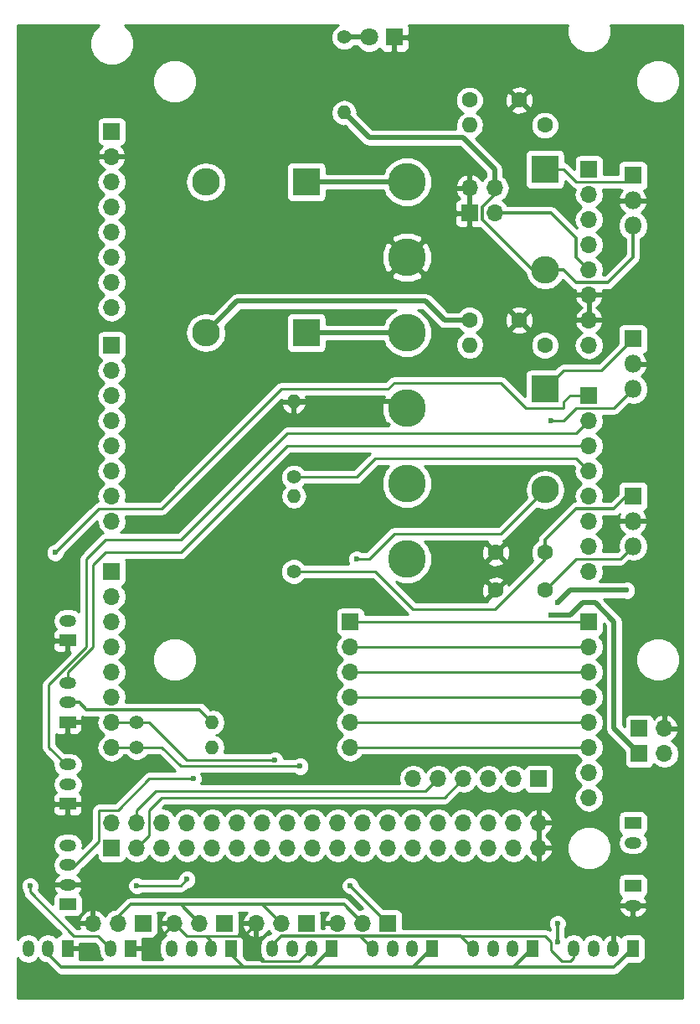
<source format=gbl>
G04 #@! TF.FileFunction,Copper,L2,Bot,Signal*
%FSLAX46Y46*%
G04 Gerber Fmt 4.6, Leading zero omitted, Abs format (unit mm)*
G04 Created by KiCad (PCBNEW 4.0.7) date 07/23/18 10:37:58*
%MOMM*%
%LPD*%
G01*
G04 APERTURE LIST*
%ADD10C,0.100000*%
%ADD11R,1.800000X1.800000*%
%ADD12C,1.800000*%
%ADD13R,1.700000X1.700000*%
%ADD14O,1.700000X1.700000*%
%ADD15R,1.200000X1.700000*%
%ADD16O,1.200000X1.700000*%
%ADD17R,1.700000X1.200000*%
%ADD18O,1.700000X1.200000*%
%ADD19C,1.400000*%
%ADD20O,1.400000X1.400000*%
%ADD21O,1.800000X1.800000*%
%ADD22C,1.600000*%
%ADD23R,2.800000X2.800000*%
%ADD24O,2.800000X2.800000*%
%ADD25C,3.810000*%
%ADD26O,1.600000X1.600000*%
%ADD27C,0.600000*%
%ADD28C,0.500000*%
%ADD29C,0.300000*%
%ADD30C,0.250000*%
%ADD31C,0.254000*%
G04 APERTURE END LIST*
D10*
D11*
X157480000Y-55245000D03*
D12*
X154940000Y-55245000D03*
D13*
X156845000Y-144780000D03*
D14*
X154305000Y-144780000D03*
X151765000Y-144780000D03*
D13*
X148590000Y-144780000D03*
D14*
X146050000Y-144780000D03*
X143510000Y-144780000D03*
D13*
X140335000Y-144780000D03*
D14*
X137795000Y-144780000D03*
X135255000Y-144780000D03*
D13*
X132080000Y-144780000D03*
D14*
X129540000Y-144780000D03*
X127000000Y-144780000D03*
D15*
X161290000Y-147320000D03*
D16*
X159290000Y-147320000D03*
X157290000Y-147320000D03*
X155290000Y-147320000D03*
D15*
X171450000Y-147320000D03*
D16*
X169450000Y-147320000D03*
X167450000Y-147320000D03*
X165450000Y-147320000D03*
D15*
X181610000Y-147320000D03*
D16*
X179610000Y-147320000D03*
X177610000Y-147320000D03*
X175610000Y-147320000D03*
D15*
X151130000Y-147320000D03*
D16*
X149130000Y-147320000D03*
X147130000Y-147320000D03*
X145130000Y-147320000D03*
D15*
X124460000Y-147320000D03*
D16*
X122460000Y-147320000D03*
X120460000Y-147320000D03*
D17*
X124460000Y-132715000D03*
D18*
X124460000Y-130715000D03*
X124460000Y-128715000D03*
D15*
X130810000Y-147320000D03*
D16*
X128810000Y-147320000D03*
D17*
X124460000Y-116205000D03*
D18*
X124460000Y-114205000D03*
D17*
X124460000Y-124460000D03*
D18*
X124460000Y-122460000D03*
X124460000Y-120460000D03*
D15*
X140970000Y-147320000D03*
D16*
X138970000Y-147320000D03*
X136970000Y-147320000D03*
X134970000Y-147320000D03*
D17*
X124460000Y-142875000D03*
D18*
X124460000Y-140875000D03*
X124460000Y-138875000D03*
X124460000Y-136875000D03*
D19*
X152400000Y-55245000D03*
D20*
X152400000Y-62865000D03*
D13*
X177165000Y-91440000D03*
D14*
X177165000Y-93980000D03*
X177165000Y-96520000D03*
X177165000Y-99060000D03*
X177165000Y-101600000D03*
X177165000Y-104140000D03*
X177165000Y-106680000D03*
X177165000Y-109220000D03*
D13*
X177165000Y-114300000D03*
D14*
X177165000Y-116840000D03*
X177165000Y-119380000D03*
X177165000Y-121920000D03*
X177165000Y-124460000D03*
X177165000Y-127000000D03*
X177165000Y-129540000D03*
X177165000Y-132080000D03*
D13*
X128905000Y-137160000D03*
D14*
X128905000Y-134620000D03*
X131445000Y-137160000D03*
X131445000Y-134620000D03*
X133985000Y-137160000D03*
X133985000Y-134620000D03*
X136525000Y-137160000D03*
X136525000Y-134620000D03*
X139065000Y-137160000D03*
X139065000Y-134620000D03*
X141605000Y-137160000D03*
X141605000Y-134620000D03*
X144145000Y-137160000D03*
X144145000Y-134620000D03*
X146685000Y-137160000D03*
X146685000Y-134620000D03*
X149225000Y-137160000D03*
X149225000Y-134620000D03*
X151765000Y-137160000D03*
X151765000Y-134620000D03*
X154305000Y-137160000D03*
X154305000Y-134620000D03*
X156845000Y-137160000D03*
X156845000Y-134620000D03*
X159385000Y-137160000D03*
X159385000Y-134620000D03*
X161925000Y-137160000D03*
X161925000Y-134620000D03*
X164465000Y-137160000D03*
X164465000Y-134620000D03*
X167005000Y-137160000D03*
X167005000Y-134620000D03*
X169545000Y-137160000D03*
X169545000Y-134620000D03*
X172085000Y-137160000D03*
X172085000Y-134620000D03*
D13*
X128905000Y-64770000D03*
D14*
X128905000Y-67310000D03*
X128905000Y-69850000D03*
X128905000Y-72390000D03*
X128905000Y-74930000D03*
X128905000Y-77470000D03*
X128905000Y-80010000D03*
X128905000Y-82550000D03*
D13*
X128905000Y-86360000D03*
D14*
X128905000Y-88900000D03*
X128905000Y-91440000D03*
X128905000Y-93980000D03*
X128905000Y-96520000D03*
X128905000Y-99060000D03*
X128905000Y-101600000D03*
X128905000Y-104140000D03*
D13*
X128905000Y-109220000D03*
D14*
X128905000Y-111760000D03*
X128905000Y-114300000D03*
X128905000Y-116840000D03*
X128905000Y-119380000D03*
X128905000Y-121920000D03*
X128905000Y-124460000D03*
X128905000Y-127000000D03*
D11*
X181610000Y-69215000D03*
D21*
X181610000Y-71755000D03*
X181610000Y-74295000D03*
D11*
X181610000Y-85725000D03*
D21*
X181610000Y-88265000D03*
X181610000Y-90805000D03*
D11*
X181610000Y-101600000D03*
D21*
X181610000Y-104140000D03*
X181610000Y-106680000D03*
D17*
X181610000Y-134620000D03*
D18*
X181610000Y-136620000D03*
D17*
X181610000Y-140970000D03*
D18*
X181610000Y-142970000D03*
D13*
X182245000Y-127635000D03*
D14*
X184785000Y-127635000D03*
D13*
X182245000Y-125095000D03*
D14*
X184785000Y-125095000D03*
D13*
X177165000Y-68580000D03*
D14*
X177165000Y-71120000D03*
X177165000Y-73660000D03*
X177165000Y-76200000D03*
X177165000Y-78740000D03*
X177165000Y-81280000D03*
X177165000Y-83820000D03*
X177165000Y-86360000D03*
D22*
X172720000Y-107315000D03*
X167720000Y-107315000D03*
X172720000Y-111125000D03*
X167720000Y-111125000D03*
X165100000Y-61595000D03*
X170100000Y-61595000D03*
X165100000Y-83820000D03*
X170100000Y-83820000D03*
D13*
X153035000Y-114300000D03*
D14*
X153035000Y-116840000D03*
X153035000Y-119380000D03*
X153035000Y-121920000D03*
X153035000Y-124460000D03*
X153035000Y-127000000D03*
D13*
X172085000Y-130175000D03*
D14*
X169545000Y-130175000D03*
X167005000Y-130175000D03*
X164465000Y-130175000D03*
X161925000Y-130175000D03*
X159385000Y-130175000D03*
D13*
X165100000Y-73025000D03*
D14*
X167640000Y-73025000D03*
X165100000Y-70485000D03*
X167640000Y-70485000D03*
D19*
X131445000Y-124460000D03*
D20*
X139065000Y-124460000D03*
D19*
X131445000Y-127000000D03*
D20*
X139065000Y-127000000D03*
D23*
X172720000Y-90805000D03*
D24*
X172720000Y-100965000D03*
D23*
X172720000Y-68580000D03*
D24*
X172720000Y-78740000D03*
D23*
X148590000Y-85090000D03*
D24*
X138430000Y-85090000D03*
D23*
X148590000Y-69850000D03*
D24*
X138430000Y-69850000D03*
D19*
X147320000Y-109220000D03*
D20*
X147320000Y-101600000D03*
D19*
X147320000Y-99695000D03*
D20*
X147320000Y-92075000D03*
D25*
X158750000Y-107950000D03*
X158750000Y-100330000D03*
X158750000Y-92710000D03*
X158750000Y-85090000D03*
X158750000Y-77470000D03*
X158750000Y-69850000D03*
D22*
X172720000Y-64135000D03*
D26*
X165100000Y-64135000D03*
D22*
X172720000Y-86360000D03*
D26*
X165100000Y-86360000D03*
D27*
X173355000Y-113665000D03*
X180975000Y-111125000D03*
X173990000Y-112395000D03*
X173990000Y-146685000D03*
X173990000Y-144780000D03*
X123190000Y-107315000D03*
X153035000Y-140970000D03*
X136525000Y-140335000D03*
X131445000Y-140970000D03*
X120650000Y-140970000D03*
X137160000Y-130175000D03*
X145415000Y-128270000D03*
X147955000Y-128905000D03*
X153670000Y-107950000D03*
X173355000Y-93980000D03*
D28*
X165100000Y-83820000D02*
X162560000Y-83820000D01*
X141605000Y-81915000D02*
X138430000Y-85090000D01*
X160655000Y-81915000D02*
X141605000Y-81915000D01*
X162560000Y-83820000D02*
X160655000Y-81915000D01*
D29*
X181610000Y-101600000D02*
X180975000Y-101600000D01*
X180975000Y-101600000D02*
X179705000Y-102870000D01*
X172720000Y-106045000D02*
X172720000Y-107315000D01*
X175895000Y-102870000D02*
X172720000Y-106045000D01*
X179705000Y-102870000D02*
X175895000Y-102870000D01*
D30*
X147320000Y-109220000D02*
X155575000Y-109220000D01*
X167640000Y-113030000D02*
X172720000Y-107950000D01*
X159385000Y-113030000D02*
X167640000Y-113030000D01*
X172720000Y-107950000D02*
X172720000Y-107315000D01*
X155575000Y-109220000D02*
X159385000Y-113030000D01*
D28*
X147320000Y-92075000D02*
X158115000Y-92075000D01*
X158115000Y-92075000D02*
X158750000Y-92710000D01*
D30*
X170100000Y-61595000D02*
X170180000Y-61595000D01*
X130810000Y-147320000D02*
X132715000Y-147320000D01*
X132715000Y-147320000D02*
X135255000Y-144780000D01*
X142240000Y-146050000D02*
X142240000Y-146685000D01*
X147860000Y-148590000D02*
X149130000Y-147320000D01*
X144145000Y-148590000D02*
X147860000Y-148590000D01*
X142240000Y-146685000D02*
X144145000Y-148590000D01*
X138430000Y-146050000D02*
X142240000Y-146050000D01*
X142240000Y-146050000D02*
X143510000Y-144780000D01*
X135255000Y-144780000D02*
X136525000Y-146050000D01*
X138430000Y-146050000D02*
X138970000Y-146590000D01*
X136525000Y-146050000D02*
X138430000Y-146050000D01*
X138970000Y-146590000D02*
X138970000Y-147320000D01*
D28*
X152400000Y-55245000D02*
X154940000Y-55245000D01*
X173355000Y-113665000D02*
X175260000Y-113665000D01*
X177800000Y-112395000D02*
X179705000Y-114300000D01*
X179705000Y-114300000D02*
X179705000Y-125095000D01*
X182245000Y-127635000D02*
X179705000Y-125095000D01*
X176530000Y-112395000D02*
X177800000Y-112395000D01*
X175260000Y-113665000D02*
X176530000Y-112395000D01*
X175260000Y-111125000D02*
X180975000Y-111125000D01*
X173990000Y-112395000D02*
X175260000Y-111125000D01*
D29*
X173990000Y-144780000D02*
X173990000Y-146685000D01*
X124460000Y-122460000D02*
X125635000Y-122460000D01*
X137795000Y-123190000D02*
X139065000Y-124460000D01*
X126365000Y-123190000D02*
X137795000Y-123190000D01*
X125635000Y-122460000D02*
X126365000Y-123190000D01*
X167640000Y-73025000D02*
X173355000Y-73025000D01*
X175895000Y-77470000D02*
X177165000Y-78740000D01*
X175895000Y-75565000D02*
X175895000Y-77470000D01*
X173355000Y-73025000D02*
X175895000Y-75565000D01*
X122460000Y-147320000D02*
X122460000Y-147860000D01*
X122460000Y-147860000D02*
X123825000Y-149225000D01*
X123825000Y-149225000D02*
X142240000Y-149225000D01*
X169545000Y-149225000D02*
X179705000Y-149225000D01*
X179705000Y-149225000D02*
X181610000Y-147320000D01*
X159385000Y-149225000D02*
X169545000Y-149225000D01*
X169545000Y-149225000D02*
X171450000Y-147320000D01*
X149225000Y-149225000D02*
X159385000Y-149225000D01*
X159385000Y-149225000D02*
X161290000Y-147320000D01*
X140970000Y-147320000D02*
X140970000Y-147955000D01*
X140970000Y-147955000D02*
X142240000Y-149225000D01*
X142240000Y-149225000D02*
X149225000Y-149225000D01*
X149225000Y-149225000D02*
X151130000Y-147320000D01*
D30*
X172720000Y-111125000D02*
X175895000Y-107950000D01*
X180340000Y-107950000D02*
X181610000Y-106680000D01*
X175895000Y-107950000D02*
X180340000Y-107950000D01*
X177165000Y-91440000D02*
X175260000Y-91440000D01*
X175260000Y-91440000D02*
X174625000Y-92075000D01*
X174625000Y-92075000D02*
X174625000Y-92710000D01*
X174625000Y-92710000D02*
X170815000Y-92710000D01*
X170815000Y-92710000D02*
X168275000Y-90170000D01*
X168275000Y-90170000D02*
X157480000Y-90170000D01*
X157480000Y-90170000D02*
X156845000Y-90805000D01*
X156845000Y-90805000D02*
X146050000Y-90805000D01*
X146050000Y-90805000D02*
X133985000Y-102870000D01*
X133985000Y-102870000D02*
X127635000Y-102870000D01*
X127635000Y-102870000D02*
X123190000Y-107315000D01*
X124460000Y-128715000D02*
X124270000Y-128715000D01*
X124270000Y-128715000D02*
X122555000Y-127000000D01*
X122555000Y-127000000D02*
X122555000Y-120648602D01*
X122555000Y-120648602D02*
X126365000Y-116838602D01*
X126365000Y-116838602D02*
X126365000Y-107950000D01*
X126365000Y-107950000D02*
X128270000Y-106045000D01*
X128270000Y-106045000D02*
X135890000Y-106045000D01*
X135890000Y-106045000D02*
X146685000Y-95250000D01*
X146685000Y-95250000D02*
X175895000Y-95250000D01*
X175895000Y-95250000D02*
X177165000Y-93980000D01*
X127000000Y-116840000D02*
X127000000Y-108585000D01*
X124460000Y-119380000D02*
X127000000Y-116840000D01*
X124460000Y-120460000D02*
X124460000Y-119380000D01*
X135890000Y-107315000D02*
X146685000Y-96520000D01*
X128270000Y-107315000D02*
X135890000Y-107315000D01*
X127000000Y-108585000D02*
X128270000Y-107315000D01*
X146685000Y-96520000D02*
X177165000Y-96520000D01*
X147320000Y-99695000D02*
X153670000Y-99695000D01*
X175895000Y-97790000D02*
X177165000Y-99060000D01*
X155575000Y-97790000D02*
X175895000Y-97790000D01*
X153670000Y-99695000D02*
X155575000Y-97790000D01*
X131445000Y-137160000D02*
X132715000Y-135890000D01*
X162560000Y-132080000D02*
X164465000Y-130175000D01*
X133985000Y-132080000D02*
X162560000Y-132080000D01*
X132715000Y-133350000D02*
X133985000Y-132080000D01*
X132715000Y-135890000D02*
X132715000Y-133350000D01*
X131445000Y-134620000D02*
X131445000Y-133350000D01*
X160655000Y-131445000D02*
X161925000Y-130175000D01*
X133350000Y-131445000D02*
X160655000Y-131445000D01*
X131445000Y-133350000D02*
X133350000Y-131445000D01*
X177165000Y-127000000D02*
X153035000Y-127000000D01*
X153035000Y-124460000D02*
X177165000Y-124460000D01*
X177165000Y-121920000D02*
X153035000Y-121920000D01*
X153035000Y-119380000D02*
X177165000Y-119380000D01*
X177165000Y-116840000D02*
X153035000Y-116840000D01*
X153035000Y-114300000D02*
X177165000Y-114300000D01*
X156845000Y-144780000D02*
X153035000Y-140970000D01*
X136525000Y-140335000D02*
X135890000Y-140970000D01*
X135890000Y-140970000D02*
X131445000Y-140970000D01*
X125095000Y-146050000D02*
X127540000Y-146050000D01*
X120650000Y-141605000D02*
X125095000Y-146050000D01*
X120650000Y-140970000D02*
X120650000Y-141605000D01*
X127540000Y-146050000D02*
X128810000Y-147320000D01*
X128270000Y-147320000D02*
X128810000Y-147320000D01*
X137160000Y-130175000D02*
X132715000Y-130175000D01*
X132715000Y-130175000D02*
X129540000Y-133350000D01*
X129540000Y-133350000D02*
X127635000Y-133350000D01*
X127635000Y-133350000D02*
X127635000Y-136525000D01*
X127635000Y-136525000D02*
X125095000Y-139065000D01*
X125095000Y-139065000D02*
X124460000Y-139065000D01*
X124460000Y-139065000D02*
X124460000Y-138875000D01*
X164180000Y-146050000D02*
X172720000Y-146050000D01*
X175610000Y-148240000D02*
X175610000Y-147320000D01*
X175260000Y-148590000D02*
X175610000Y-148240000D01*
X174465002Y-148590000D02*
X175260000Y-148590000D01*
X173355000Y-147479998D02*
X174465002Y-148590000D01*
X173355000Y-146685000D02*
X173355000Y-147479998D01*
X172720000Y-146050000D02*
X173355000Y-146685000D01*
X131445000Y-124460000D02*
X132715000Y-124460000D01*
X136525000Y-128270000D02*
X145415000Y-128270000D01*
X132715000Y-124460000D02*
X136525000Y-128270000D01*
X131445000Y-124460000D02*
X128905000Y-124460000D01*
D29*
X154020000Y-146050000D02*
X164180000Y-146050000D01*
X164180000Y-146050000D02*
X165450000Y-147320000D01*
X145130000Y-147320000D02*
X145130000Y-146970000D01*
X145130000Y-146970000D02*
X146050000Y-146050000D01*
X146050000Y-146050000D02*
X154020000Y-146050000D01*
X154020000Y-146050000D02*
X155290000Y-147320000D01*
D30*
X131445000Y-127000000D02*
X133985000Y-127000000D01*
X135890000Y-128905000D02*
X147955000Y-128905000D01*
X133985000Y-127000000D02*
X135890000Y-128905000D01*
X128905000Y-127000000D02*
X131445000Y-127000000D01*
X172720000Y-100965000D02*
X168275000Y-105410000D01*
X168275000Y-105410000D02*
X157480000Y-105410000D01*
X157480000Y-105410000D02*
X154940000Y-107950000D01*
X154940000Y-107950000D02*
X153670000Y-107950000D01*
X181610000Y-90805000D02*
X179705000Y-92710000D01*
X179705000Y-92710000D02*
X175895000Y-92710000D01*
X175895000Y-92710000D02*
X174625000Y-93980000D01*
X174625000Y-93980000D02*
X173355000Y-93980000D01*
D29*
X144145000Y-142875000D02*
X152400000Y-142875000D01*
X152400000Y-142875000D02*
X154305000Y-144780000D01*
X135890000Y-142875000D02*
X144145000Y-142875000D01*
X144145000Y-142875000D02*
X146050000Y-144780000D01*
X129540000Y-144780000D02*
X129540000Y-144145000D01*
X129540000Y-144145000D02*
X130810000Y-142875000D01*
X130810000Y-142875000D02*
X135890000Y-142875000D01*
X135890000Y-142875000D02*
X137795000Y-144780000D01*
D28*
X167640000Y-70485000D02*
X167640000Y-68580000D01*
X154940000Y-65405000D02*
X152400000Y-62865000D01*
X164465000Y-65405000D02*
X154940000Y-65405000D01*
X167640000Y-68580000D02*
X164465000Y-65405000D01*
D29*
X167640000Y-70485000D02*
X167640000Y-71120000D01*
X167640000Y-71120000D02*
X166370000Y-72390000D01*
X166370000Y-72390000D02*
X166370000Y-73660000D01*
X166370000Y-73660000D02*
X171450000Y-78740000D01*
X171450000Y-78740000D02*
X172720000Y-78740000D01*
X172720000Y-78740000D02*
X174625000Y-78740000D01*
X181610000Y-77470000D02*
X181610000Y-74295000D01*
X179070000Y-80010000D02*
X181610000Y-77470000D01*
X175895000Y-80010000D02*
X179070000Y-80010000D01*
X174625000Y-78740000D02*
X175895000Y-80010000D01*
D30*
X172720000Y-90805000D02*
X174625000Y-88900000D01*
X178435000Y-88900000D02*
X181610000Y-85725000D01*
X174625000Y-88900000D02*
X178435000Y-88900000D01*
X172720000Y-68580000D02*
X174625000Y-68580000D01*
X174625000Y-68580000D02*
X175895000Y-69850000D01*
X175895000Y-69850000D02*
X180975000Y-69850000D01*
X180975000Y-69850000D02*
X181610000Y-69215000D01*
D28*
X148590000Y-85090000D02*
X158750000Y-85090000D01*
X148590000Y-69850000D02*
X158750000Y-69850000D01*
D31*
G36*
X127011364Y-54612321D02*
X126670389Y-55433481D01*
X126669613Y-56322619D01*
X127009155Y-57144372D01*
X127637321Y-57773636D01*
X128458481Y-58114611D01*
X129347619Y-58115387D01*
X130169372Y-57775845D01*
X130798636Y-57147679D01*
X131139611Y-56326519D01*
X131140387Y-55437381D01*
X130800845Y-54615628D01*
X130211248Y-54025000D01*
X151856736Y-54025000D01*
X151644771Y-54112582D01*
X151268902Y-54487796D01*
X151065232Y-54978287D01*
X151064769Y-55509383D01*
X151267582Y-56000229D01*
X151642796Y-56376098D01*
X152133287Y-56579768D01*
X152664383Y-56580231D01*
X153155229Y-56377418D01*
X153403079Y-56130000D01*
X153654532Y-56130000D01*
X154069357Y-56545551D01*
X154633330Y-56779733D01*
X155243991Y-56780265D01*
X155808371Y-56547068D01*
X155985841Y-56369908D01*
X156041673Y-56504699D01*
X156220302Y-56683327D01*
X156453691Y-56780000D01*
X157194250Y-56780000D01*
X157353000Y-56621250D01*
X157353000Y-55372000D01*
X157607000Y-55372000D01*
X157607000Y-56621250D01*
X157765750Y-56780000D01*
X158506309Y-56780000D01*
X158739698Y-56683327D01*
X158918327Y-56504699D01*
X159015000Y-56271310D01*
X159015000Y-55530750D01*
X158856250Y-55372000D01*
X157607000Y-55372000D01*
X157353000Y-55372000D01*
X157333000Y-55372000D01*
X157333000Y-55118000D01*
X157353000Y-55118000D01*
X157353000Y-55098000D01*
X157607000Y-55098000D01*
X157607000Y-55118000D01*
X158856250Y-55118000D01*
X159015000Y-54959250D01*
X159015000Y-54218690D01*
X158934771Y-54025000D01*
X174987891Y-54025000D01*
X174930389Y-54163481D01*
X174929613Y-55052619D01*
X175269155Y-55874372D01*
X175897321Y-56503636D01*
X176718481Y-56844611D01*
X177607619Y-56845387D01*
X178429372Y-56505845D01*
X179058636Y-55877679D01*
X179399611Y-55056519D01*
X179400387Y-54167381D01*
X179341556Y-54025000D01*
X186640000Y-54025000D01*
X186640000Y-152350000D01*
X119430000Y-152350000D01*
X119430000Y-148237817D01*
X119586723Y-148472370D01*
X119987386Y-148740084D01*
X120460000Y-148834093D01*
X120932614Y-148740084D01*
X121333277Y-148472370D01*
X121460000Y-148282715D01*
X121586723Y-148472370D01*
X121987386Y-148740084D01*
X122290150Y-148800308D01*
X123269919Y-149780076D01*
X123269921Y-149780079D01*
X123524594Y-149950245D01*
X123825000Y-150010001D01*
X123825005Y-150010000D01*
X179705000Y-150010000D01*
X180005407Y-149950245D01*
X180260079Y-149780079D01*
X181222718Y-148817440D01*
X182210000Y-148817440D01*
X182445317Y-148773162D01*
X182661441Y-148634090D01*
X182806431Y-148421890D01*
X182857440Y-148170000D01*
X182857440Y-146470000D01*
X182813162Y-146234683D01*
X182674090Y-146018559D01*
X182461890Y-145873569D01*
X182210000Y-145822560D01*
X181010000Y-145822560D01*
X180774683Y-145866838D01*
X180558559Y-146005910D01*
X180454429Y-146158309D01*
X180439125Y-146138067D01*
X180019376Y-145891714D01*
X179927609Y-145876538D01*
X179737000Y-146001269D01*
X179737000Y-147193000D01*
X179757000Y-147193000D01*
X179757000Y-147447000D01*
X179737000Y-147447000D01*
X179737000Y-147467000D01*
X179483000Y-147467000D01*
X179483000Y-147447000D01*
X179463000Y-147447000D01*
X179463000Y-147193000D01*
X179483000Y-147193000D01*
X179483000Y-146001269D01*
X179292391Y-145876538D01*
X179200624Y-145891714D01*
X178780875Y-146138067D01*
X178612410Y-146360891D01*
X178483277Y-146167630D01*
X178082614Y-145899916D01*
X177610000Y-145805907D01*
X177137386Y-145899916D01*
X176736723Y-146167630D01*
X176610000Y-146357285D01*
X176483277Y-146167630D01*
X176082614Y-145899916D01*
X175610000Y-145805907D01*
X175137386Y-145899916D01*
X174775000Y-146142054D01*
X174775000Y-145317506D01*
X174782192Y-145310327D01*
X174924838Y-144966799D01*
X174925162Y-144594833D01*
X174783117Y-144251057D01*
X174520327Y-143987808D01*
X174176799Y-143845162D01*
X173804833Y-143844838D01*
X173461057Y-143986883D01*
X173197808Y-144249673D01*
X173055162Y-144593201D01*
X173054838Y-144965167D01*
X173196883Y-145308943D01*
X173205000Y-145317074D01*
X173205000Y-145477586D01*
X173010839Y-145347852D01*
X172720000Y-145290000D01*
X164305683Y-145290000D01*
X164180000Y-145265000D01*
X158342440Y-145265000D01*
X158342440Y-143930000D01*
X158298162Y-143694683D01*
X158159090Y-143478559D01*
X157946890Y-143333569D01*
X157719933Y-143287609D01*
X180166538Y-143287609D01*
X180181714Y-143379376D01*
X180428067Y-143799125D01*
X180816299Y-144092647D01*
X181287304Y-144215256D01*
X181483000Y-144052547D01*
X181483000Y-143097000D01*
X181737000Y-143097000D01*
X181737000Y-144052547D01*
X181932696Y-144215256D01*
X182403701Y-144092647D01*
X182791933Y-143799125D01*
X183038286Y-143379376D01*
X183053462Y-143287609D01*
X182928731Y-143097000D01*
X181737000Y-143097000D01*
X181483000Y-143097000D01*
X180291269Y-143097000D01*
X180166538Y-143287609D01*
X157719933Y-143287609D01*
X157695000Y-143282560D01*
X156422362Y-143282560D01*
X153970122Y-140830320D01*
X153970162Y-140784833D01*
X153828117Y-140441057D01*
X153757184Y-140370000D01*
X180112560Y-140370000D01*
X180112560Y-141570000D01*
X180156838Y-141805317D01*
X180295910Y-142021441D01*
X180448309Y-142125571D01*
X180428067Y-142140875D01*
X180181714Y-142560624D01*
X180166538Y-142652391D01*
X180291269Y-142843000D01*
X181483000Y-142843000D01*
X181483000Y-142823000D01*
X181737000Y-142823000D01*
X181737000Y-142843000D01*
X182928731Y-142843000D01*
X183053462Y-142652391D01*
X183038286Y-142560624D01*
X182791933Y-142140875D01*
X182770580Y-142124731D01*
X182911441Y-142034090D01*
X183056431Y-141821890D01*
X183107440Y-141570000D01*
X183107440Y-140370000D01*
X183063162Y-140134683D01*
X182924090Y-139918559D01*
X182711890Y-139773569D01*
X182460000Y-139722560D01*
X180760000Y-139722560D01*
X180524683Y-139766838D01*
X180308559Y-139905910D01*
X180163569Y-140118110D01*
X180112560Y-140370000D01*
X153757184Y-140370000D01*
X153565327Y-140177808D01*
X153221799Y-140035162D01*
X152849833Y-140034838D01*
X152506057Y-140176883D01*
X152242808Y-140439673D01*
X152100162Y-140783201D01*
X152099838Y-141155167D01*
X152241883Y-141498943D01*
X152504673Y-141762192D01*
X152848201Y-141904838D01*
X152895077Y-141904879D01*
X154264217Y-143274019D01*
X153968082Y-143332924D01*
X152955079Y-142319921D01*
X152700407Y-142149755D01*
X152400000Y-142090000D01*
X130810000Y-142090000D01*
X130509593Y-142149755D01*
X130254921Y-142319921D01*
X129251561Y-143323281D01*
X128971715Y-143378946D01*
X128489946Y-143700853D01*
X128262298Y-144041553D01*
X128195183Y-143898642D01*
X127766924Y-143508355D01*
X127356890Y-143338524D01*
X127127000Y-143459845D01*
X127127000Y-144653000D01*
X127147000Y-144653000D01*
X127147000Y-144907000D01*
X127127000Y-144907000D01*
X127127000Y-144927000D01*
X126873000Y-144927000D01*
X126873000Y-144907000D01*
X125679181Y-144907000D01*
X125558514Y-145136892D01*
X125630418Y-145290000D01*
X125409802Y-145290000D01*
X124542910Y-144423108D01*
X125558514Y-144423108D01*
X125679181Y-144653000D01*
X126873000Y-144653000D01*
X126873000Y-143459845D01*
X126643110Y-143338524D01*
X126233076Y-143508355D01*
X125804817Y-143898642D01*
X125558514Y-144423108D01*
X124542910Y-144423108D01*
X124242242Y-144122440D01*
X125310000Y-144122440D01*
X125545317Y-144078162D01*
X125761441Y-143939090D01*
X125906431Y-143726890D01*
X125957440Y-143475000D01*
X125957440Y-142275000D01*
X125913162Y-142039683D01*
X125774090Y-141823559D01*
X125621691Y-141719429D01*
X125641933Y-141704125D01*
X125888286Y-141284376D01*
X125903462Y-141192609D01*
X125878961Y-141155167D01*
X130509838Y-141155167D01*
X130651883Y-141498943D01*
X130914673Y-141762192D01*
X131258201Y-141904838D01*
X131630167Y-141905162D01*
X131973943Y-141763117D01*
X132007118Y-141730000D01*
X135890000Y-141730000D01*
X136180839Y-141672148D01*
X136427401Y-141507401D01*
X136664680Y-141270122D01*
X136710167Y-141270162D01*
X137053943Y-141128117D01*
X137317192Y-140865327D01*
X137459838Y-140521799D01*
X137460162Y-140149833D01*
X137318117Y-139806057D01*
X137055327Y-139542808D01*
X136711799Y-139400162D01*
X136339833Y-139399838D01*
X135996057Y-139541883D01*
X135732808Y-139804673D01*
X135590162Y-140148201D01*
X135590121Y-140195077D01*
X135575198Y-140210000D01*
X132007463Y-140210000D01*
X131975327Y-140177808D01*
X131631799Y-140035162D01*
X131259833Y-140034838D01*
X130916057Y-140176883D01*
X130652808Y-140439673D01*
X130510162Y-140783201D01*
X130509838Y-141155167D01*
X125878961Y-141155167D01*
X125778731Y-141002000D01*
X124587000Y-141002000D01*
X124587000Y-141022000D01*
X124333000Y-141022000D01*
X124333000Y-141002000D01*
X123141269Y-141002000D01*
X123016538Y-141192609D01*
X123031714Y-141284376D01*
X123278067Y-141704125D01*
X123299420Y-141720269D01*
X123158559Y-141810910D01*
X123013569Y-142023110D01*
X122962560Y-142275000D01*
X122962560Y-142842758D01*
X121494400Y-141374598D01*
X121584838Y-141156799D01*
X121585162Y-140784833D01*
X121443117Y-140441057D01*
X121180327Y-140177808D01*
X120836799Y-140035162D01*
X120464833Y-140034838D01*
X120121057Y-140176883D01*
X119857808Y-140439673D01*
X119715162Y-140783201D01*
X119714838Y-141155167D01*
X119856883Y-141498943D01*
X119890000Y-141532118D01*
X119890000Y-141605000D01*
X119947852Y-141895839D01*
X120112599Y-142142401D01*
X123805198Y-145835000D01*
X123733691Y-145835000D01*
X123500302Y-145931673D01*
X123321673Y-146110301D01*
X123305590Y-146149130D01*
X122932614Y-145899916D01*
X122460000Y-145805907D01*
X121987386Y-145899916D01*
X121586723Y-146167630D01*
X121460000Y-146357285D01*
X121333277Y-146167630D01*
X120932614Y-145899916D01*
X120460000Y-145805907D01*
X119987386Y-145899916D01*
X119586723Y-146167630D01*
X119430000Y-146402183D01*
X119430000Y-133000750D01*
X122975000Y-133000750D01*
X122975000Y-133441309D01*
X123071673Y-133674698D01*
X123250301Y-133853327D01*
X123483690Y-133950000D01*
X124174250Y-133950000D01*
X124333000Y-133791250D01*
X124333000Y-132842000D01*
X124587000Y-132842000D01*
X124587000Y-133791250D01*
X124745750Y-133950000D01*
X125436310Y-133950000D01*
X125669699Y-133853327D01*
X125848327Y-133674698D01*
X125945000Y-133441309D01*
X125945000Y-133000750D01*
X125786250Y-132842000D01*
X124587000Y-132842000D01*
X124333000Y-132842000D01*
X123133750Y-132842000D01*
X122975000Y-133000750D01*
X119430000Y-133000750D01*
X119430000Y-120648602D01*
X121795000Y-120648602D01*
X121795000Y-127000000D01*
X121852852Y-127290839D01*
X122017599Y-127537401D01*
X122987267Y-128507069D01*
X122945907Y-128715000D01*
X123039916Y-129187614D01*
X123307630Y-129588277D01*
X123497285Y-129715000D01*
X123307630Y-129841723D01*
X123039916Y-130242386D01*
X122945907Y-130715000D01*
X123039916Y-131187614D01*
X123289130Y-131560590D01*
X123250301Y-131576673D01*
X123071673Y-131755302D01*
X122975000Y-131988691D01*
X122975000Y-132429250D01*
X123133750Y-132588000D01*
X124333000Y-132588000D01*
X124333000Y-132568000D01*
X124587000Y-132568000D01*
X124587000Y-132588000D01*
X125786250Y-132588000D01*
X125945000Y-132429250D01*
X125945000Y-131988691D01*
X125848327Y-131755302D01*
X125669699Y-131576673D01*
X125630870Y-131560590D01*
X125880084Y-131187614D01*
X125974093Y-130715000D01*
X125880084Y-130242386D01*
X125612370Y-129841723D01*
X125422715Y-129715000D01*
X125612370Y-129588277D01*
X125880084Y-129187614D01*
X125974093Y-128715000D01*
X125880084Y-128242386D01*
X125612370Y-127841723D01*
X125211707Y-127574009D01*
X124739093Y-127480000D01*
X124180907Y-127480000D01*
X124121599Y-127491797D01*
X123315000Y-126685198D01*
X123315000Y-125625126D01*
X123483690Y-125695000D01*
X124174250Y-125695000D01*
X124333000Y-125536250D01*
X124333000Y-124587000D01*
X124587000Y-124587000D01*
X124587000Y-125536250D01*
X124745750Y-125695000D01*
X125436310Y-125695000D01*
X125669699Y-125598327D01*
X125848327Y-125419698D01*
X125945000Y-125186309D01*
X125945000Y-124745750D01*
X125786250Y-124587000D01*
X124587000Y-124587000D01*
X124333000Y-124587000D01*
X124313000Y-124587000D01*
X124313000Y-124333000D01*
X124333000Y-124333000D01*
X124333000Y-124313000D01*
X124587000Y-124313000D01*
X124587000Y-124333000D01*
X125786250Y-124333000D01*
X125945000Y-124174250D01*
X125945000Y-123835335D01*
X126064594Y-123915245D01*
X126365000Y-123975000D01*
X127487380Y-123975000D01*
X127390907Y-124460000D01*
X127503946Y-125028285D01*
X127825853Y-125510054D01*
X128155026Y-125730000D01*
X127825853Y-125949946D01*
X127503946Y-126431715D01*
X127390907Y-127000000D01*
X127503946Y-127568285D01*
X127825853Y-128050054D01*
X128307622Y-128371961D01*
X128875907Y-128485000D01*
X128934093Y-128485000D01*
X129502378Y-128371961D01*
X129984147Y-128050054D01*
X130177954Y-127760000D01*
X130317345Y-127760000D01*
X130687796Y-128131098D01*
X131178287Y-128334768D01*
X131709383Y-128335231D01*
X132200229Y-128132418D01*
X132573297Y-127760000D01*
X133670198Y-127760000D01*
X135325198Y-129415000D01*
X132715000Y-129415000D01*
X132424161Y-129472852D01*
X132177599Y-129637599D01*
X129225198Y-132590000D01*
X127635000Y-132590000D01*
X127344161Y-132647852D01*
X127097599Y-132812599D01*
X126932852Y-133059161D01*
X126875000Y-133350000D01*
X126875000Y-136210198D01*
X125915467Y-137169731D01*
X125974093Y-136875000D01*
X125880084Y-136402386D01*
X125612370Y-136001723D01*
X125211707Y-135734009D01*
X124739093Y-135640000D01*
X124180907Y-135640000D01*
X123708293Y-135734009D01*
X123307630Y-136001723D01*
X123039916Y-136402386D01*
X122945907Y-136875000D01*
X123039916Y-137347614D01*
X123307630Y-137748277D01*
X123497285Y-137875000D01*
X123307630Y-138001723D01*
X123039916Y-138402386D01*
X122945907Y-138875000D01*
X123039916Y-139347614D01*
X123307630Y-139748277D01*
X123500891Y-139877410D01*
X123278067Y-140045875D01*
X123031714Y-140465624D01*
X123016538Y-140557391D01*
X123141269Y-140748000D01*
X124333000Y-140748000D01*
X124333000Y-140728000D01*
X124587000Y-140728000D01*
X124587000Y-140748000D01*
X125778731Y-140748000D01*
X125903462Y-140557391D01*
X125888286Y-140465624D01*
X125641933Y-140045875D01*
X125419109Y-139877410D01*
X125612370Y-139748277D01*
X125865779Y-139369023D01*
X127407560Y-137827242D01*
X127407560Y-138010000D01*
X127451838Y-138245317D01*
X127590910Y-138461441D01*
X127803110Y-138606431D01*
X128055000Y-138657440D01*
X129755000Y-138657440D01*
X129990317Y-138613162D01*
X130206441Y-138474090D01*
X130351431Y-138261890D01*
X130365086Y-138194459D01*
X130394946Y-138239147D01*
X130876715Y-138561054D01*
X131445000Y-138674093D01*
X132013285Y-138561054D01*
X132495054Y-138239147D01*
X132715000Y-137909974D01*
X132934946Y-138239147D01*
X133416715Y-138561054D01*
X133985000Y-138674093D01*
X134553285Y-138561054D01*
X135035054Y-138239147D01*
X135255000Y-137909974D01*
X135474946Y-138239147D01*
X135956715Y-138561054D01*
X136525000Y-138674093D01*
X137093285Y-138561054D01*
X137575054Y-138239147D01*
X137795000Y-137909974D01*
X138014946Y-138239147D01*
X138496715Y-138561054D01*
X139065000Y-138674093D01*
X139633285Y-138561054D01*
X140115054Y-138239147D01*
X140335000Y-137909974D01*
X140554946Y-138239147D01*
X141036715Y-138561054D01*
X141605000Y-138674093D01*
X142173285Y-138561054D01*
X142655054Y-138239147D01*
X142875000Y-137909974D01*
X143094946Y-138239147D01*
X143576715Y-138561054D01*
X144145000Y-138674093D01*
X144713285Y-138561054D01*
X145195054Y-138239147D01*
X145415000Y-137909974D01*
X145634946Y-138239147D01*
X146116715Y-138561054D01*
X146685000Y-138674093D01*
X147253285Y-138561054D01*
X147735054Y-138239147D01*
X147955000Y-137909974D01*
X148174946Y-138239147D01*
X148656715Y-138561054D01*
X149225000Y-138674093D01*
X149793285Y-138561054D01*
X150275054Y-138239147D01*
X150495000Y-137909974D01*
X150714946Y-138239147D01*
X151196715Y-138561054D01*
X151765000Y-138674093D01*
X152333285Y-138561054D01*
X152815054Y-138239147D01*
X153035000Y-137909974D01*
X153254946Y-138239147D01*
X153736715Y-138561054D01*
X154305000Y-138674093D01*
X154873285Y-138561054D01*
X155355054Y-138239147D01*
X155575000Y-137909974D01*
X155794946Y-138239147D01*
X156276715Y-138561054D01*
X156845000Y-138674093D01*
X157413285Y-138561054D01*
X157895054Y-138239147D01*
X158115000Y-137909974D01*
X158334946Y-138239147D01*
X158816715Y-138561054D01*
X159385000Y-138674093D01*
X159953285Y-138561054D01*
X160435054Y-138239147D01*
X160655000Y-137909974D01*
X160874946Y-138239147D01*
X161356715Y-138561054D01*
X161925000Y-138674093D01*
X162493285Y-138561054D01*
X162975054Y-138239147D01*
X163195000Y-137909974D01*
X163414946Y-138239147D01*
X163896715Y-138561054D01*
X164465000Y-138674093D01*
X165033285Y-138561054D01*
X165515054Y-138239147D01*
X165735000Y-137909974D01*
X165954946Y-138239147D01*
X166436715Y-138561054D01*
X167005000Y-138674093D01*
X167573285Y-138561054D01*
X168055054Y-138239147D01*
X168275000Y-137909974D01*
X168494946Y-138239147D01*
X168976715Y-138561054D01*
X169545000Y-138674093D01*
X170113285Y-138561054D01*
X170595054Y-138239147D01*
X170822702Y-137898447D01*
X170889817Y-138041358D01*
X171318076Y-138431645D01*
X171728110Y-138601476D01*
X171958000Y-138480155D01*
X171958000Y-137287000D01*
X172212000Y-137287000D01*
X172212000Y-138480155D01*
X172441890Y-138601476D01*
X172851924Y-138431645D01*
X173280183Y-138041358D01*
X173486226Y-137602619D01*
X174929613Y-137602619D01*
X175269155Y-138424372D01*
X175897321Y-139053636D01*
X176718481Y-139394611D01*
X177607619Y-139395387D01*
X178429372Y-139055845D01*
X179058636Y-138427679D01*
X179399611Y-137606519D01*
X179400387Y-136717381D01*
X179360150Y-136620000D01*
X180095907Y-136620000D01*
X180189916Y-137092614D01*
X180457630Y-137493277D01*
X180858293Y-137760991D01*
X181330907Y-137855000D01*
X181889093Y-137855000D01*
X182361707Y-137760991D01*
X182762370Y-137493277D01*
X183030084Y-137092614D01*
X183124093Y-136620000D01*
X183030084Y-136147386D01*
X182777926Y-135770004D01*
X182911441Y-135684090D01*
X183056431Y-135471890D01*
X183107440Y-135220000D01*
X183107440Y-134020000D01*
X183063162Y-133784683D01*
X182924090Y-133568559D01*
X182711890Y-133423569D01*
X182460000Y-133372560D01*
X180760000Y-133372560D01*
X180524683Y-133416838D01*
X180308559Y-133555910D01*
X180163569Y-133768110D01*
X180112560Y-134020000D01*
X180112560Y-135220000D01*
X180156838Y-135455317D01*
X180295910Y-135671441D01*
X180441475Y-135770901D01*
X180189916Y-136147386D01*
X180095907Y-136620000D01*
X179360150Y-136620000D01*
X179060845Y-135895628D01*
X178432679Y-135266364D01*
X177611519Y-134925389D01*
X176722381Y-134924613D01*
X175900628Y-135264155D01*
X175271364Y-135892321D01*
X174930389Y-136713481D01*
X174929613Y-137602619D01*
X173486226Y-137602619D01*
X173526486Y-137516892D01*
X173405819Y-137287000D01*
X172212000Y-137287000D01*
X171958000Y-137287000D01*
X171938000Y-137287000D01*
X171938000Y-137033000D01*
X171958000Y-137033000D01*
X171958000Y-134747000D01*
X172212000Y-134747000D01*
X172212000Y-137033000D01*
X173405819Y-137033000D01*
X173526486Y-136803108D01*
X173280183Y-136278642D01*
X172853729Y-135890000D01*
X173280183Y-135501358D01*
X173526486Y-134976892D01*
X173405819Y-134747000D01*
X172212000Y-134747000D01*
X171958000Y-134747000D01*
X171938000Y-134747000D01*
X171938000Y-134493000D01*
X171958000Y-134493000D01*
X171958000Y-133299845D01*
X172212000Y-133299845D01*
X172212000Y-134493000D01*
X173405819Y-134493000D01*
X173526486Y-134263108D01*
X173280183Y-133738642D01*
X172851924Y-133348355D01*
X172441890Y-133178524D01*
X172212000Y-133299845D01*
X171958000Y-133299845D01*
X171728110Y-133178524D01*
X171318076Y-133348355D01*
X170889817Y-133738642D01*
X170822702Y-133881553D01*
X170595054Y-133540853D01*
X170113285Y-133218946D01*
X169545000Y-133105907D01*
X168976715Y-133218946D01*
X168494946Y-133540853D01*
X168275000Y-133870026D01*
X168055054Y-133540853D01*
X167573285Y-133218946D01*
X167005000Y-133105907D01*
X166436715Y-133218946D01*
X165954946Y-133540853D01*
X165735000Y-133870026D01*
X165515054Y-133540853D01*
X165033285Y-133218946D01*
X164465000Y-133105907D01*
X163896715Y-133218946D01*
X163414946Y-133540853D01*
X163195000Y-133870026D01*
X162975054Y-133540853D01*
X162493285Y-133218946D01*
X161925000Y-133105907D01*
X161356715Y-133218946D01*
X160874946Y-133540853D01*
X160655000Y-133870026D01*
X160435054Y-133540853D01*
X159953285Y-133218946D01*
X159385000Y-133105907D01*
X158816715Y-133218946D01*
X158334946Y-133540853D01*
X158115000Y-133870026D01*
X157895054Y-133540853D01*
X157413285Y-133218946D01*
X156845000Y-133105907D01*
X156276715Y-133218946D01*
X155794946Y-133540853D01*
X155575000Y-133870026D01*
X155355054Y-133540853D01*
X154873285Y-133218946D01*
X154305000Y-133105907D01*
X153736715Y-133218946D01*
X153254946Y-133540853D01*
X153035000Y-133870026D01*
X152815054Y-133540853D01*
X152333285Y-133218946D01*
X151765000Y-133105907D01*
X151196715Y-133218946D01*
X150714946Y-133540853D01*
X150495000Y-133870026D01*
X150275054Y-133540853D01*
X149793285Y-133218946D01*
X149225000Y-133105907D01*
X148656715Y-133218946D01*
X148174946Y-133540853D01*
X147955000Y-133870026D01*
X147735054Y-133540853D01*
X147253285Y-133218946D01*
X146685000Y-133105907D01*
X146116715Y-133218946D01*
X145634946Y-133540853D01*
X145415000Y-133870026D01*
X145195054Y-133540853D01*
X144713285Y-133218946D01*
X144145000Y-133105907D01*
X143576715Y-133218946D01*
X143094946Y-133540853D01*
X142875000Y-133870026D01*
X142655054Y-133540853D01*
X142173285Y-133218946D01*
X141605000Y-133105907D01*
X141036715Y-133218946D01*
X140554946Y-133540853D01*
X140335000Y-133870026D01*
X140115054Y-133540853D01*
X139633285Y-133218946D01*
X139065000Y-133105907D01*
X138496715Y-133218946D01*
X138014946Y-133540853D01*
X137795000Y-133870026D01*
X137575054Y-133540853D01*
X137093285Y-133218946D01*
X136525000Y-133105907D01*
X135956715Y-133218946D01*
X135474946Y-133540853D01*
X135255000Y-133870026D01*
X135035054Y-133540853D01*
X134553285Y-133218946D01*
X134025783Y-133114019D01*
X134299802Y-132840000D01*
X162560000Y-132840000D01*
X162850839Y-132782148D01*
X163097401Y-132617401D01*
X164098592Y-131616210D01*
X164465000Y-131689093D01*
X165033285Y-131576054D01*
X165515054Y-131254147D01*
X165735000Y-130924974D01*
X165954946Y-131254147D01*
X166436715Y-131576054D01*
X167005000Y-131689093D01*
X167573285Y-131576054D01*
X168055054Y-131254147D01*
X168275000Y-130924974D01*
X168494946Y-131254147D01*
X168976715Y-131576054D01*
X169545000Y-131689093D01*
X170113285Y-131576054D01*
X170595054Y-131254147D01*
X170622850Y-131212548D01*
X170631838Y-131260317D01*
X170770910Y-131476441D01*
X170983110Y-131621431D01*
X171235000Y-131672440D01*
X172935000Y-131672440D01*
X173170317Y-131628162D01*
X173386441Y-131489090D01*
X173531431Y-131276890D01*
X173582440Y-131025000D01*
X173582440Y-129325000D01*
X173538162Y-129089683D01*
X173399090Y-128873559D01*
X173186890Y-128728569D01*
X172935000Y-128677560D01*
X171235000Y-128677560D01*
X170999683Y-128721838D01*
X170783559Y-128860910D01*
X170638569Y-129073110D01*
X170624914Y-129140541D01*
X170595054Y-129095853D01*
X170113285Y-128773946D01*
X169545000Y-128660907D01*
X168976715Y-128773946D01*
X168494946Y-129095853D01*
X168275000Y-129425026D01*
X168055054Y-129095853D01*
X167573285Y-128773946D01*
X167005000Y-128660907D01*
X166436715Y-128773946D01*
X165954946Y-129095853D01*
X165735000Y-129425026D01*
X165515054Y-129095853D01*
X165033285Y-128773946D01*
X164465000Y-128660907D01*
X163896715Y-128773946D01*
X163414946Y-129095853D01*
X163195000Y-129425026D01*
X162975054Y-129095853D01*
X162493285Y-128773946D01*
X161925000Y-128660907D01*
X161356715Y-128773946D01*
X160874946Y-129095853D01*
X160655000Y-129425026D01*
X160435054Y-129095853D01*
X159953285Y-128773946D01*
X159385000Y-128660907D01*
X158816715Y-128773946D01*
X158334946Y-129095853D01*
X158013039Y-129577622D01*
X157900000Y-130145907D01*
X157900000Y-130204093D01*
X157995658Y-130685000D01*
X137960633Y-130685000D01*
X138094838Y-130361799D01*
X138095162Y-129989833D01*
X137960944Y-129665000D01*
X147392537Y-129665000D01*
X147424673Y-129697192D01*
X147768201Y-129839838D01*
X148140167Y-129840162D01*
X148483943Y-129698117D01*
X148747192Y-129435327D01*
X148889838Y-129091799D01*
X148890162Y-128719833D01*
X148748117Y-128376057D01*
X148485327Y-128112808D01*
X148141799Y-127970162D01*
X147769833Y-127969838D01*
X147426057Y-128111883D01*
X147392882Y-128145000D01*
X146350110Y-128145000D01*
X146350162Y-128084833D01*
X146208117Y-127741057D01*
X145945327Y-127477808D01*
X145601799Y-127335162D01*
X145229833Y-127334838D01*
X144886057Y-127476883D01*
X144852882Y-127510000D01*
X140324708Y-127510000D01*
X140426154Y-127000000D01*
X140324533Y-126489118D01*
X140035142Y-126056012D01*
X139602036Y-125766621D01*
X139417930Y-125730000D01*
X139602036Y-125693379D01*
X140035142Y-125403988D01*
X140324533Y-124970882D01*
X140426154Y-124460000D01*
X140324533Y-123949118D01*
X140035142Y-123516012D01*
X139602036Y-123226621D01*
X139091154Y-123125000D01*
X139038846Y-123125000D01*
X138873123Y-123157965D01*
X138350079Y-122634921D01*
X138095407Y-122464755D01*
X137795000Y-122405000D01*
X130322620Y-122405000D01*
X130419093Y-121920000D01*
X130306054Y-121351715D01*
X129984147Y-120869946D01*
X129654974Y-120650000D01*
X129984147Y-120430054D01*
X130306054Y-119948285D01*
X130419093Y-119380000D01*
X130306054Y-118811715D01*
X130132932Y-118552619D01*
X133019613Y-118552619D01*
X133359155Y-119374372D01*
X133987321Y-120003636D01*
X134808481Y-120344611D01*
X135697619Y-120345387D01*
X136519372Y-120005845D01*
X137148636Y-119377679D01*
X137489611Y-118556519D01*
X137490387Y-117667381D01*
X137150845Y-116845628D01*
X136522679Y-116216364D01*
X135701519Y-115875389D01*
X134812381Y-115874613D01*
X133990628Y-116214155D01*
X133361364Y-116842321D01*
X133020389Y-117663481D01*
X133019613Y-118552619D01*
X130132932Y-118552619D01*
X129984147Y-118329946D01*
X129654974Y-118110000D01*
X129984147Y-117890054D01*
X130306054Y-117408285D01*
X130419093Y-116840000D01*
X130306054Y-116271715D01*
X129984147Y-115789946D01*
X129654974Y-115570000D01*
X129984147Y-115350054D01*
X130306054Y-114868285D01*
X130419093Y-114300000D01*
X130306054Y-113731715D01*
X129984147Y-113249946D01*
X129654974Y-113030000D01*
X129984147Y-112810054D01*
X130306054Y-112328285D01*
X130419093Y-111760000D01*
X130306054Y-111191715D01*
X129984147Y-110709946D01*
X129942548Y-110682150D01*
X129990317Y-110673162D01*
X130206441Y-110534090D01*
X130351431Y-110321890D01*
X130402440Y-110070000D01*
X130402440Y-108370000D01*
X130358162Y-108134683D01*
X130319757Y-108075000D01*
X135890000Y-108075000D01*
X136180839Y-108017148D01*
X136427401Y-107852401D01*
X146999802Y-97280000D01*
X155010198Y-97280000D01*
X153355198Y-98935000D01*
X148447655Y-98935000D01*
X148077204Y-98563902D01*
X147586713Y-98360232D01*
X147055617Y-98359769D01*
X146564771Y-98562582D01*
X146188902Y-98937796D01*
X145985232Y-99428287D01*
X145984769Y-99959383D01*
X146187582Y-100450229D01*
X146372358Y-100635327D01*
X146086621Y-101062964D01*
X145985000Y-101573846D01*
X145985000Y-101626154D01*
X146086621Y-102137036D01*
X146376012Y-102570142D01*
X146809118Y-102859533D01*
X147320000Y-102961154D01*
X147830882Y-102859533D01*
X148263988Y-102570142D01*
X148553379Y-102137036D01*
X148655000Y-101626154D01*
X148655000Y-101573846D01*
X148553379Y-101062964D01*
X148267647Y-100635335D01*
X148448297Y-100455000D01*
X153670000Y-100455000D01*
X153960839Y-100397148D01*
X154207401Y-100232401D01*
X155889802Y-98550000D01*
X156937868Y-98550000D01*
X156597948Y-98889327D01*
X156210441Y-99822546D01*
X156209560Y-100833021D01*
X156595437Y-101766915D01*
X157309327Y-102482052D01*
X158242546Y-102869559D01*
X159253021Y-102870440D01*
X160186915Y-102484563D01*
X160902052Y-101770673D01*
X161289559Y-100837454D01*
X161290440Y-99826979D01*
X160904563Y-98893085D01*
X160562076Y-98550000D01*
X175580198Y-98550000D01*
X175723790Y-98693592D01*
X175650907Y-99060000D01*
X175763946Y-99628285D01*
X176085853Y-100110054D01*
X176415026Y-100330000D01*
X176085853Y-100549946D01*
X175763946Y-101031715D01*
X175650907Y-101600000D01*
X175752998Y-102113246D01*
X175594593Y-102144755D01*
X175339921Y-102314921D01*
X172164921Y-105489921D01*
X171994755Y-105744593D01*
X171984142Y-105797948D01*
X171935000Y-106045000D01*
X171935000Y-106086683D01*
X171908200Y-106097757D01*
X171504176Y-106501077D01*
X171285250Y-107028309D01*
X171284752Y-107599187D01*
X171492711Y-108102487D01*
X169047187Y-110548011D01*
X168973864Y-110370995D01*
X168727745Y-110296861D01*
X167899605Y-111125000D01*
X167913748Y-111139142D01*
X167734142Y-111318748D01*
X167720000Y-111304605D01*
X166891861Y-112132745D01*
X166933204Y-112270000D01*
X159699802Y-112270000D01*
X158338025Y-110908223D01*
X166273035Y-110908223D01*
X166300222Y-111478454D01*
X166466136Y-111879005D01*
X166712255Y-111953139D01*
X167540395Y-111125000D01*
X166712255Y-110296861D01*
X166466136Y-110370995D01*
X166273035Y-110908223D01*
X158338025Y-110908223D01*
X157689869Y-110260067D01*
X158242546Y-110489559D01*
X159253021Y-110490440D01*
X160156198Y-110117255D01*
X166891861Y-110117255D01*
X167720000Y-110945395D01*
X168548139Y-110117255D01*
X168474005Y-109871136D01*
X167936777Y-109678035D01*
X167366546Y-109705222D01*
X166965995Y-109871136D01*
X166891861Y-110117255D01*
X160156198Y-110117255D01*
X160186915Y-110104563D01*
X160902052Y-109390673D01*
X161289559Y-108457454D01*
X161289676Y-108322745D01*
X166891861Y-108322745D01*
X166965995Y-108568864D01*
X167503223Y-108761965D01*
X168073454Y-108734778D01*
X168474005Y-108568864D01*
X168548139Y-108322745D01*
X167720000Y-107494605D01*
X166891861Y-108322745D01*
X161289676Y-108322745D01*
X161290440Y-107446979D01*
X161146338Y-107098223D01*
X166273035Y-107098223D01*
X166300222Y-107668454D01*
X166466136Y-108069005D01*
X166712255Y-108143139D01*
X167540395Y-107315000D01*
X167899605Y-107315000D01*
X168727745Y-108143139D01*
X168973864Y-108069005D01*
X169166965Y-107531777D01*
X169139778Y-106961546D01*
X168973864Y-106560995D01*
X168727745Y-106486861D01*
X167899605Y-107315000D01*
X167540395Y-107315000D01*
X166712255Y-106486861D01*
X166466136Y-106560995D01*
X166273035Y-107098223D01*
X161146338Y-107098223D01*
X160904563Y-106513085D01*
X160562076Y-106170000D01*
X166933204Y-106170000D01*
X166891861Y-106307255D01*
X167720000Y-107135395D01*
X168548139Y-106307255D01*
X168493693Y-106126499D01*
X168565839Y-106112148D01*
X168812401Y-105947401D01*
X171901435Y-102858367D01*
X171941239Y-102884963D01*
X172720000Y-103039868D01*
X173498761Y-102884963D01*
X174158962Y-102443830D01*
X174600095Y-101783629D01*
X174755000Y-101004868D01*
X174755000Y-100925132D01*
X174600095Y-100146371D01*
X174158962Y-99486170D01*
X173498761Y-99045037D01*
X172720000Y-98890132D01*
X171941239Y-99045037D01*
X171281038Y-99486170D01*
X170839905Y-100146371D01*
X170685000Y-100925132D01*
X170685000Y-101004868D01*
X170837692Y-101772506D01*
X167960198Y-104650000D01*
X157480000Y-104650000D01*
X157237414Y-104698254D01*
X157189160Y-104707852D01*
X156942599Y-104872599D01*
X154625198Y-107190000D01*
X154232463Y-107190000D01*
X154200327Y-107157808D01*
X153856799Y-107015162D01*
X153484833Y-107014838D01*
X153141057Y-107156883D01*
X152877808Y-107419673D01*
X152735162Y-107763201D01*
X152734838Y-108135167D01*
X152869056Y-108460000D01*
X148447655Y-108460000D01*
X148077204Y-108088902D01*
X147586713Y-107885232D01*
X147055617Y-107884769D01*
X146564771Y-108087582D01*
X146188902Y-108462796D01*
X145985232Y-108953287D01*
X145984769Y-109484383D01*
X146187582Y-109975229D01*
X146562796Y-110351098D01*
X147053287Y-110554768D01*
X147584383Y-110555231D01*
X148075229Y-110352418D01*
X148448297Y-109980000D01*
X155260198Y-109980000D01*
X158820198Y-113540000D01*
X154532440Y-113540000D01*
X154532440Y-113450000D01*
X154488162Y-113214683D01*
X154349090Y-112998559D01*
X154136890Y-112853569D01*
X153885000Y-112802560D01*
X152185000Y-112802560D01*
X151949683Y-112846838D01*
X151733559Y-112985910D01*
X151588569Y-113198110D01*
X151537560Y-113450000D01*
X151537560Y-115150000D01*
X151581838Y-115385317D01*
X151720910Y-115601441D01*
X151933110Y-115746431D01*
X152000541Y-115760086D01*
X151955853Y-115789946D01*
X151633946Y-116271715D01*
X151520907Y-116840000D01*
X151633946Y-117408285D01*
X151955853Y-117890054D01*
X152285026Y-118110000D01*
X151955853Y-118329946D01*
X151633946Y-118811715D01*
X151520907Y-119380000D01*
X151633946Y-119948285D01*
X151955853Y-120430054D01*
X152285026Y-120650000D01*
X151955853Y-120869946D01*
X151633946Y-121351715D01*
X151520907Y-121920000D01*
X151633946Y-122488285D01*
X151955853Y-122970054D01*
X152285026Y-123190000D01*
X151955853Y-123409946D01*
X151633946Y-123891715D01*
X151520907Y-124460000D01*
X151633946Y-125028285D01*
X151955853Y-125510054D01*
X152285026Y-125730000D01*
X151955853Y-125949946D01*
X151633946Y-126431715D01*
X151520907Y-127000000D01*
X151633946Y-127568285D01*
X151955853Y-128050054D01*
X152437622Y-128371961D01*
X153005907Y-128485000D01*
X153064093Y-128485000D01*
X153632378Y-128371961D01*
X154114147Y-128050054D01*
X154307954Y-127760000D01*
X175892046Y-127760000D01*
X176085853Y-128050054D01*
X176415026Y-128270000D01*
X176085853Y-128489946D01*
X175763946Y-128971715D01*
X175650907Y-129540000D01*
X175763946Y-130108285D01*
X176085853Y-130590054D01*
X176415026Y-130810000D01*
X176085853Y-131029946D01*
X175763946Y-131511715D01*
X175650907Y-132080000D01*
X175763946Y-132648285D01*
X176085853Y-133130054D01*
X176567622Y-133451961D01*
X177135907Y-133565000D01*
X177194093Y-133565000D01*
X177762378Y-133451961D01*
X178244147Y-133130054D01*
X178566054Y-132648285D01*
X178679093Y-132080000D01*
X178566054Y-131511715D01*
X178244147Y-131029946D01*
X177914974Y-130810000D01*
X178244147Y-130590054D01*
X178566054Y-130108285D01*
X178679093Y-129540000D01*
X178566054Y-128971715D01*
X178244147Y-128489946D01*
X177914974Y-128270000D01*
X178244147Y-128050054D01*
X178566054Y-127568285D01*
X178679093Y-127000000D01*
X178566054Y-126431715D01*
X178244147Y-125949946D01*
X177914974Y-125730000D01*
X178244147Y-125510054D01*
X178566054Y-125028285D01*
X178679093Y-124460000D01*
X178566054Y-123891715D01*
X178244147Y-123409946D01*
X177914974Y-123190000D01*
X178244147Y-122970054D01*
X178566054Y-122488285D01*
X178679093Y-121920000D01*
X178566054Y-121351715D01*
X178244147Y-120869946D01*
X177914974Y-120650000D01*
X178244147Y-120430054D01*
X178566054Y-119948285D01*
X178679093Y-119380000D01*
X178566054Y-118811715D01*
X178244147Y-118329946D01*
X177914974Y-118110000D01*
X178244147Y-117890054D01*
X178566054Y-117408285D01*
X178679093Y-116840000D01*
X178566054Y-116271715D01*
X178244147Y-115789946D01*
X178202548Y-115762150D01*
X178250317Y-115753162D01*
X178466441Y-115614090D01*
X178611431Y-115401890D01*
X178662440Y-115150000D01*
X178662440Y-114509019D01*
X178820000Y-114666579D01*
X178820000Y-125094995D01*
X178819999Y-125095000D01*
X178849837Y-125245000D01*
X178887367Y-125433675D01*
X179017236Y-125628039D01*
X179079210Y-125720790D01*
X180747560Y-127389139D01*
X180747560Y-128485000D01*
X180791838Y-128720317D01*
X180930910Y-128936441D01*
X181143110Y-129081431D01*
X181395000Y-129132440D01*
X183095000Y-129132440D01*
X183330317Y-129088162D01*
X183546441Y-128949090D01*
X183691431Y-128736890D01*
X183705086Y-128669459D01*
X183734946Y-128714147D01*
X184216715Y-129036054D01*
X184785000Y-129149093D01*
X185353285Y-129036054D01*
X185835054Y-128714147D01*
X186156961Y-128232378D01*
X186270000Y-127664093D01*
X186270000Y-127605907D01*
X186156961Y-127037622D01*
X185835054Y-126555853D01*
X185551899Y-126366655D01*
X185551924Y-126366645D01*
X185980183Y-125976358D01*
X186226486Y-125451892D01*
X186105819Y-125222000D01*
X184912000Y-125222000D01*
X184912000Y-125242000D01*
X184658000Y-125242000D01*
X184658000Y-125222000D01*
X184638000Y-125222000D01*
X184638000Y-124968000D01*
X184658000Y-124968000D01*
X184658000Y-123774845D01*
X184912000Y-123774845D01*
X184912000Y-124968000D01*
X186105819Y-124968000D01*
X186226486Y-124738108D01*
X185980183Y-124213642D01*
X185551924Y-123823355D01*
X185141890Y-123653524D01*
X184912000Y-123774845D01*
X184658000Y-123774845D01*
X184428110Y-123653524D01*
X184018076Y-123823355D01*
X183715063Y-124099501D01*
X183698162Y-124009683D01*
X183559090Y-123793559D01*
X183346890Y-123648569D01*
X183095000Y-123597560D01*
X181395000Y-123597560D01*
X181159683Y-123641838D01*
X180943559Y-123780910D01*
X180798569Y-123993110D01*
X180747560Y-124245000D01*
X180747560Y-124885980D01*
X180590000Y-124728420D01*
X180590000Y-118552619D01*
X181914613Y-118552619D01*
X182254155Y-119374372D01*
X182882321Y-120003636D01*
X183703481Y-120344611D01*
X184592619Y-120345387D01*
X185414372Y-120005845D01*
X186043636Y-119377679D01*
X186384611Y-118556519D01*
X186385387Y-117667381D01*
X186045845Y-116845628D01*
X185417679Y-116216364D01*
X184596519Y-115875389D01*
X183707381Y-115874613D01*
X182885628Y-116214155D01*
X182256364Y-116842321D01*
X181915389Y-117663481D01*
X181914613Y-118552619D01*
X180590000Y-118552619D01*
X180590000Y-114300005D01*
X180590001Y-114300000D01*
X180522633Y-113961326D01*
X180522633Y-113961325D01*
X180330790Y-113674210D01*
X180330787Y-113674208D01*
X178666580Y-112010000D01*
X180668178Y-112010000D01*
X180788201Y-112059838D01*
X181160167Y-112060162D01*
X181503943Y-111918117D01*
X181767192Y-111655327D01*
X181909838Y-111311799D01*
X181910162Y-110939833D01*
X181768117Y-110596057D01*
X181505327Y-110332808D01*
X181161799Y-110190162D01*
X180789833Y-110189838D01*
X180668431Y-110240000D01*
X178264228Y-110240000D01*
X178566054Y-109788285D01*
X178679093Y-109220000D01*
X178577648Y-108710000D01*
X180340000Y-108710000D01*
X180630839Y-108652148D01*
X180877401Y-108487401D01*
X181201071Y-108163731D01*
X181610000Y-108245072D01*
X182197419Y-108128227D01*
X182695409Y-107795481D01*
X183028155Y-107297491D01*
X183145000Y-106710072D01*
X183145000Y-106649928D01*
X183028155Y-106062509D01*
X182695409Y-105564519D01*
X182457418Y-105405499D01*
X182847966Y-105047576D01*
X183101046Y-104504742D01*
X182980997Y-104267000D01*
X181737000Y-104267000D01*
X181737000Y-104287000D01*
X181483000Y-104287000D01*
X181483000Y-104267000D01*
X180239003Y-104267000D01*
X180118954Y-104504742D01*
X180372034Y-105047576D01*
X180762582Y-105405499D01*
X180524591Y-105564519D01*
X180191845Y-106062509D01*
X180075000Y-106649928D01*
X180075000Y-106710072D01*
X180146363Y-107068835D01*
X180025198Y-107190000D01*
X178577648Y-107190000D01*
X178679093Y-106680000D01*
X178566054Y-106111715D01*
X178244147Y-105629946D01*
X177914974Y-105410000D01*
X178244147Y-105190054D01*
X178566054Y-104708285D01*
X178679093Y-104140000D01*
X178582620Y-103655000D01*
X179705000Y-103655000D01*
X180005407Y-103595245D01*
X180260079Y-103425079D01*
X180301548Y-103383610D01*
X180118954Y-103775258D01*
X180239003Y-104013000D01*
X181483000Y-104013000D01*
X181483000Y-103993000D01*
X181737000Y-103993000D01*
X181737000Y-104013000D01*
X182980997Y-104013000D01*
X183101046Y-103775258D01*
X182847966Y-103232424D01*
X182713462Y-103109156D01*
X182745317Y-103103162D01*
X182961441Y-102964090D01*
X183106431Y-102751890D01*
X183157440Y-102500000D01*
X183157440Y-100700000D01*
X183113162Y-100464683D01*
X182974090Y-100248559D01*
X182761890Y-100103569D01*
X182510000Y-100052560D01*
X180710000Y-100052560D01*
X180474683Y-100096838D01*
X180258559Y-100235910D01*
X180113569Y-100448110D01*
X180062560Y-100700000D01*
X180062560Y-101402282D01*
X179379842Y-102085000D01*
X178582620Y-102085000D01*
X178679093Y-101600000D01*
X178566054Y-101031715D01*
X178244147Y-100549946D01*
X177914974Y-100330000D01*
X178244147Y-100110054D01*
X178566054Y-99628285D01*
X178679093Y-99060000D01*
X178566054Y-98491715D01*
X178244147Y-98009946D01*
X177914974Y-97790000D01*
X178244147Y-97570054D01*
X178566054Y-97088285D01*
X178679093Y-96520000D01*
X178566054Y-95951715D01*
X178244147Y-95469946D01*
X177914974Y-95250000D01*
X178244147Y-95030054D01*
X178566054Y-94548285D01*
X178679093Y-93980000D01*
X178577648Y-93470000D01*
X179705000Y-93470000D01*
X179995839Y-93412148D01*
X180242401Y-93247401D01*
X181201071Y-92288731D01*
X181610000Y-92370072D01*
X182197419Y-92253227D01*
X182695409Y-91920481D01*
X183028155Y-91422491D01*
X183145000Y-90835072D01*
X183145000Y-90774928D01*
X183028155Y-90187509D01*
X182695409Y-89689519D01*
X182457418Y-89530499D01*
X182847966Y-89172576D01*
X183101046Y-88629742D01*
X182980997Y-88392000D01*
X181737000Y-88392000D01*
X181737000Y-88412000D01*
X181483000Y-88412000D01*
X181483000Y-88392000D01*
X181463000Y-88392000D01*
X181463000Y-88138000D01*
X181483000Y-88138000D01*
X181483000Y-88118000D01*
X181737000Y-88118000D01*
X181737000Y-88138000D01*
X182980997Y-88138000D01*
X183101046Y-87900258D01*
X182847966Y-87357424D01*
X182713462Y-87234156D01*
X182745317Y-87228162D01*
X182961441Y-87089090D01*
X183106431Y-86876890D01*
X183157440Y-86625000D01*
X183157440Y-84825000D01*
X183113162Y-84589683D01*
X182974090Y-84373559D01*
X182761890Y-84228569D01*
X182510000Y-84177560D01*
X180710000Y-84177560D01*
X180474683Y-84221838D01*
X180258559Y-84360910D01*
X180113569Y-84573110D01*
X180062560Y-84825000D01*
X180062560Y-86197638D01*
X178120198Y-88140000D01*
X174625000Y-88140000D01*
X174334161Y-88197852D01*
X174087599Y-88362599D01*
X173692638Y-88757560D01*
X171320000Y-88757560D01*
X171084683Y-88801838D01*
X170868559Y-88940910D01*
X170723569Y-89153110D01*
X170672560Y-89405000D01*
X170672560Y-91492758D01*
X168812401Y-89632599D01*
X168565839Y-89467852D01*
X168275000Y-89410000D01*
X157480000Y-89410000D01*
X157189161Y-89467852D01*
X156942599Y-89632599D01*
X156530198Y-90045000D01*
X146050000Y-90045000D01*
X145759161Y-90102852D01*
X145512599Y-90267599D01*
X133670198Y-102110000D01*
X130317648Y-102110000D01*
X130419093Y-101600000D01*
X130306054Y-101031715D01*
X129984147Y-100549946D01*
X129654974Y-100330000D01*
X129984147Y-100110054D01*
X130306054Y-99628285D01*
X130419093Y-99060000D01*
X130306054Y-98491715D01*
X129984147Y-98009946D01*
X129654974Y-97790000D01*
X129984147Y-97570054D01*
X130306054Y-97088285D01*
X130419093Y-96520000D01*
X130306054Y-95951715D01*
X129984147Y-95469946D01*
X129654974Y-95250000D01*
X129984147Y-95030054D01*
X130306054Y-94548285D01*
X130419093Y-93980000D01*
X130306054Y-93411715D01*
X129984147Y-92929946D01*
X129654974Y-92710000D01*
X129984147Y-92490054D01*
X130306054Y-92008285D01*
X130419093Y-91440000D01*
X130306054Y-90871715D01*
X129984147Y-90389946D01*
X129654974Y-90170000D01*
X129984147Y-89950054D01*
X130306054Y-89468285D01*
X130419093Y-88900000D01*
X130306054Y-88331715D01*
X129984147Y-87849946D01*
X129942548Y-87822150D01*
X129990317Y-87813162D01*
X130206441Y-87674090D01*
X130351431Y-87461890D01*
X130402440Y-87210000D01*
X130402440Y-85510000D01*
X130358162Y-85274683D01*
X130239322Y-85090000D01*
X136355132Y-85090000D01*
X136510037Y-85868761D01*
X136951170Y-86528962D01*
X137611371Y-86970095D01*
X138390132Y-87125000D01*
X138469868Y-87125000D01*
X139248629Y-86970095D01*
X139908830Y-86528962D01*
X140349963Y-85868761D01*
X140504868Y-85090000D01*
X140368276Y-84403304D01*
X141971579Y-82800000D01*
X157640868Y-82800000D01*
X157313085Y-82935437D01*
X156597948Y-83649327D01*
X156367212Y-84205000D01*
X150637440Y-84205000D01*
X150637440Y-83690000D01*
X150593162Y-83454683D01*
X150454090Y-83238559D01*
X150241890Y-83093569D01*
X149990000Y-83042560D01*
X147190000Y-83042560D01*
X146954683Y-83086838D01*
X146738559Y-83225910D01*
X146593569Y-83438110D01*
X146542560Y-83690000D01*
X146542560Y-86490000D01*
X146586838Y-86725317D01*
X146725910Y-86941441D01*
X146938110Y-87086431D01*
X147190000Y-87137440D01*
X149990000Y-87137440D01*
X150225317Y-87093162D01*
X150441441Y-86954090D01*
X150586431Y-86741890D01*
X150637440Y-86490000D01*
X150637440Y-85975000D01*
X156367390Y-85975000D01*
X156595437Y-86526915D01*
X157309327Y-87242052D01*
X158242546Y-87629559D01*
X159253021Y-87630440D01*
X160186915Y-87244563D01*
X160902052Y-86530673D01*
X161289559Y-85597454D01*
X161290440Y-84586979D01*
X160904563Y-83653085D01*
X160190673Y-82937948D01*
X159858458Y-82800000D01*
X160288420Y-82800000D01*
X161934208Y-84445787D01*
X161934210Y-84445790D01*
X162221325Y-84637633D01*
X162274142Y-84648139D01*
X162560000Y-84705001D01*
X162560005Y-84705000D01*
X163955829Y-84705000D01*
X164286077Y-85035824D01*
X164430564Y-85095820D01*
X164057189Y-85345302D01*
X163746120Y-85810849D01*
X163636887Y-86360000D01*
X163746120Y-86909151D01*
X164057189Y-87374698D01*
X164522736Y-87685767D01*
X165071887Y-87795000D01*
X165128113Y-87795000D01*
X165677264Y-87685767D01*
X166142811Y-87374698D01*
X166453880Y-86909151D01*
X166506584Y-86644187D01*
X171284752Y-86644187D01*
X171502757Y-87171800D01*
X171906077Y-87575824D01*
X172433309Y-87794750D01*
X173004187Y-87795248D01*
X173531800Y-87577243D01*
X173935824Y-87173923D01*
X174154750Y-86646691D01*
X174155000Y-86360000D01*
X175650907Y-86360000D01*
X175763946Y-86928285D01*
X176085853Y-87410054D01*
X176567622Y-87731961D01*
X177135907Y-87845000D01*
X177194093Y-87845000D01*
X177762378Y-87731961D01*
X178244147Y-87410054D01*
X178566054Y-86928285D01*
X178679093Y-86360000D01*
X178566054Y-85791715D01*
X178244147Y-85309946D01*
X177903447Y-85082298D01*
X178046358Y-85015183D01*
X178436645Y-84586924D01*
X178606476Y-84176890D01*
X178485155Y-83947000D01*
X177292000Y-83947000D01*
X177292000Y-83967000D01*
X177038000Y-83967000D01*
X177038000Y-83947000D01*
X175844845Y-83947000D01*
X175723524Y-84176890D01*
X175893355Y-84586924D01*
X176283642Y-85015183D01*
X176426553Y-85082298D01*
X176085853Y-85309946D01*
X175763946Y-85791715D01*
X175650907Y-86360000D01*
X174155000Y-86360000D01*
X174155248Y-86075813D01*
X173937243Y-85548200D01*
X173533923Y-85144176D01*
X173006691Y-84925250D01*
X172435813Y-84924752D01*
X171908200Y-85142757D01*
X171504176Y-85546077D01*
X171285250Y-86073309D01*
X171284752Y-86644187D01*
X166506584Y-86644187D01*
X166563113Y-86360000D01*
X166453880Y-85810849D01*
X166142811Y-85345302D01*
X165769664Y-85095973D01*
X165911800Y-85037243D01*
X166121663Y-84827745D01*
X169271861Y-84827745D01*
X169345995Y-85073864D01*
X169883223Y-85266965D01*
X170453454Y-85239778D01*
X170854005Y-85073864D01*
X170928139Y-84827745D01*
X170100000Y-83999605D01*
X169271861Y-84827745D01*
X166121663Y-84827745D01*
X166315824Y-84633923D01*
X166534750Y-84106691D01*
X166535189Y-83603223D01*
X168653035Y-83603223D01*
X168680222Y-84173454D01*
X168846136Y-84574005D01*
X169092255Y-84648139D01*
X169920395Y-83820000D01*
X170279605Y-83820000D01*
X171107745Y-84648139D01*
X171353864Y-84574005D01*
X171546965Y-84036777D01*
X171519778Y-83466546D01*
X171353864Y-83065995D01*
X171107745Y-82991861D01*
X170279605Y-83820000D01*
X169920395Y-83820000D01*
X169092255Y-82991861D01*
X168846136Y-83065995D01*
X168653035Y-83603223D01*
X166535189Y-83603223D01*
X166535248Y-83535813D01*
X166317243Y-83008200D01*
X166121640Y-82812255D01*
X169271861Y-82812255D01*
X170100000Y-83640395D01*
X170928139Y-82812255D01*
X170854005Y-82566136D01*
X170316777Y-82373035D01*
X169746546Y-82400222D01*
X169345995Y-82566136D01*
X169271861Y-82812255D01*
X166121640Y-82812255D01*
X165913923Y-82604176D01*
X165386691Y-82385250D01*
X164815813Y-82384752D01*
X164288200Y-82602757D01*
X163955377Y-82935000D01*
X162926579Y-82935000D01*
X161628470Y-81636890D01*
X175723524Y-81636890D01*
X175893355Y-82046924D01*
X176283642Y-82475183D01*
X176442954Y-82550000D01*
X176283642Y-82624817D01*
X175893355Y-83053076D01*
X175723524Y-83463110D01*
X175844845Y-83693000D01*
X177038000Y-83693000D01*
X177038000Y-81407000D01*
X177292000Y-81407000D01*
X177292000Y-83693000D01*
X178485155Y-83693000D01*
X178606476Y-83463110D01*
X178436645Y-83053076D01*
X178046358Y-82624817D01*
X177887046Y-82550000D01*
X178046358Y-82475183D01*
X178436645Y-82046924D01*
X178606476Y-81636890D01*
X178485155Y-81407000D01*
X177292000Y-81407000D01*
X177038000Y-81407000D01*
X175844845Y-81407000D01*
X175723524Y-81636890D01*
X161628470Y-81636890D01*
X161280790Y-81289210D01*
X160993675Y-81097367D01*
X160937484Y-81086190D01*
X160655000Y-81029999D01*
X160654995Y-81030000D01*
X141605005Y-81030000D01*
X141605000Y-81029999D01*
X141322516Y-81086190D01*
X141266325Y-81097367D01*
X140979210Y-81289210D01*
X140979208Y-81289213D01*
X139090057Y-83178363D01*
X138469868Y-83055000D01*
X138390132Y-83055000D01*
X137611371Y-83209905D01*
X136951170Y-83651038D01*
X136510037Y-84311239D01*
X136355132Y-85090000D01*
X130239322Y-85090000D01*
X130219090Y-85058559D01*
X130006890Y-84913569D01*
X129755000Y-84862560D01*
X128055000Y-84862560D01*
X127819683Y-84906838D01*
X127603559Y-85045910D01*
X127458569Y-85258110D01*
X127407560Y-85510000D01*
X127407560Y-87210000D01*
X127451838Y-87445317D01*
X127590910Y-87661441D01*
X127803110Y-87806431D01*
X127870541Y-87820086D01*
X127825853Y-87849946D01*
X127503946Y-88331715D01*
X127390907Y-88900000D01*
X127503946Y-89468285D01*
X127825853Y-89950054D01*
X128155026Y-90170000D01*
X127825853Y-90389946D01*
X127503946Y-90871715D01*
X127390907Y-91440000D01*
X127503946Y-92008285D01*
X127825853Y-92490054D01*
X128155026Y-92710000D01*
X127825853Y-92929946D01*
X127503946Y-93411715D01*
X127390907Y-93980000D01*
X127503946Y-94548285D01*
X127825853Y-95030054D01*
X128155026Y-95250000D01*
X127825853Y-95469946D01*
X127503946Y-95951715D01*
X127390907Y-96520000D01*
X127503946Y-97088285D01*
X127825853Y-97570054D01*
X128155026Y-97790000D01*
X127825853Y-98009946D01*
X127503946Y-98491715D01*
X127390907Y-99060000D01*
X127503946Y-99628285D01*
X127825853Y-100110054D01*
X128155026Y-100330000D01*
X127825853Y-100549946D01*
X127503946Y-101031715D01*
X127390907Y-101600000D01*
X127497782Y-102137295D01*
X127344160Y-102167852D01*
X127097599Y-102332599D01*
X123050320Y-106379878D01*
X123004833Y-106379838D01*
X122661057Y-106521883D01*
X122397808Y-106784673D01*
X122255162Y-107128201D01*
X122254838Y-107500167D01*
X122396883Y-107843943D01*
X122659673Y-108107192D01*
X123003201Y-108249838D01*
X123375167Y-108250162D01*
X123718943Y-108108117D01*
X123982192Y-107845327D01*
X124124838Y-107501799D01*
X124124879Y-107454923D01*
X127399019Y-104180783D01*
X127503946Y-104708285D01*
X127825853Y-105190054D01*
X128037242Y-105331299D01*
X127979161Y-105342852D01*
X127732599Y-105507599D01*
X125827599Y-107412599D01*
X125662852Y-107659161D01*
X125605000Y-107950000D01*
X125605000Y-113326799D01*
X125211707Y-113064009D01*
X124739093Y-112970000D01*
X124180907Y-112970000D01*
X123708293Y-113064009D01*
X123307630Y-113331723D01*
X123039916Y-113732386D01*
X122945907Y-114205000D01*
X123039916Y-114677614D01*
X123289130Y-115050590D01*
X123250301Y-115066673D01*
X123071673Y-115245302D01*
X122975000Y-115478691D01*
X122975000Y-115919250D01*
X123133750Y-116078000D01*
X124333000Y-116078000D01*
X124333000Y-116058000D01*
X124587000Y-116058000D01*
X124587000Y-116078000D01*
X124607000Y-116078000D01*
X124607000Y-116332000D01*
X124587000Y-116332000D01*
X124587000Y-117281250D01*
X124717275Y-117411525D01*
X122017599Y-120111201D01*
X121852852Y-120357763D01*
X121795000Y-120648602D01*
X119430000Y-120648602D01*
X119430000Y-116490750D01*
X122975000Y-116490750D01*
X122975000Y-116931309D01*
X123071673Y-117164698D01*
X123250301Y-117343327D01*
X123483690Y-117440000D01*
X124174250Y-117440000D01*
X124333000Y-117281250D01*
X124333000Y-116332000D01*
X123133750Y-116332000D01*
X122975000Y-116490750D01*
X119430000Y-116490750D01*
X119430000Y-69850000D01*
X127390907Y-69850000D01*
X127503946Y-70418285D01*
X127825853Y-70900054D01*
X128155026Y-71120000D01*
X127825853Y-71339946D01*
X127503946Y-71821715D01*
X127390907Y-72390000D01*
X127503946Y-72958285D01*
X127825853Y-73440054D01*
X128155026Y-73660000D01*
X127825853Y-73879946D01*
X127503946Y-74361715D01*
X127390907Y-74930000D01*
X127503946Y-75498285D01*
X127825853Y-75980054D01*
X128155026Y-76200000D01*
X127825853Y-76419946D01*
X127503946Y-76901715D01*
X127390907Y-77470000D01*
X127503946Y-78038285D01*
X127825853Y-78520054D01*
X128155026Y-78740000D01*
X127825853Y-78959946D01*
X127503946Y-79441715D01*
X127390907Y-80010000D01*
X127503946Y-80578285D01*
X127825853Y-81060054D01*
X128155026Y-81280000D01*
X127825853Y-81499946D01*
X127503946Y-81981715D01*
X127390907Y-82550000D01*
X127503946Y-83118285D01*
X127825853Y-83600054D01*
X128307622Y-83921961D01*
X128875907Y-84035000D01*
X128934093Y-84035000D01*
X129502378Y-83921961D01*
X129984147Y-83600054D01*
X130306054Y-83118285D01*
X130419093Y-82550000D01*
X130306054Y-81981715D01*
X129984147Y-81499946D01*
X129654974Y-81280000D01*
X129984147Y-81060054D01*
X130306054Y-80578285D01*
X130419093Y-80010000D01*
X130306054Y-79441715D01*
X130195622Y-79276440D01*
X157123165Y-79276440D01*
X157332353Y-79637289D01*
X158269650Y-80014824D01*
X159280077Y-80004933D01*
X160167647Y-79637289D01*
X160376835Y-79276440D01*
X158750000Y-77649605D01*
X157123165Y-79276440D01*
X130195622Y-79276440D01*
X129984147Y-78959946D01*
X129654974Y-78740000D01*
X129984147Y-78520054D01*
X130306054Y-78038285D01*
X130419093Y-77470000D01*
X130323546Y-76989650D01*
X156205176Y-76989650D01*
X156215067Y-78000077D01*
X156582711Y-78887647D01*
X156943560Y-79096835D01*
X158570395Y-77470000D01*
X158929605Y-77470000D01*
X160556440Y-79096835D01*
X160917289Y-78887647D01*
X161294824Y-77950350D01*
X161284933Y-76939923D01*
X160917289Y-76052353D01*
X160556440Y-75843165D01*
X158929605Y-77470000D01*
X158570395Y-77470000D01*
X156943560Y-75843165D01*
X156582711Y-76052353D01*
X156205176Y-76989650D01*
X130323546Y-76989650D01*
X130306054Y-76901715D01*
X129984147Y-76419946D01*
X129654974Y-76200000D01*
X129984147Y-75980054D01*
X130195621Y-75663560D01*
X157123165Y-75663560D01*
X158750000Y-77290395D01*
X160376835Y-75663560D01*
X160167647Y-75302711D01*
X159230350Y-74925176D01*
X158219923Y-74935067D01*
X157332353Y-75302711D01*
X157123165Y-75663560D01*
X130195621Y-75663560D01*
X130306054Y-75498285D01*
X130419093Y-74930000D01*
X130306054Y-74361715D01*
X129984147Y-73879946D01*
X129654974Y-73660000D01*
X129984147Y-73440054D01*
X130070544Y-73310750D01*
X163615000Y-73310750D01*
X163615000Y-74001310D01*
X163711673Y-74234699D01*
X163890302Y-74413327D01*
X164123691Y-74510000D01*
X164814250Y-74510000D01*
X164973000Y-74351250D01*
X164973000Y-73152000D01*
X163773750Y-73152000D01*
X163615000Y-73310750D01*
X130070544Y-73310750D01*
X130306054Y-72958285D01*
X130419093Y-72390000D01*
X130306054Y-71821715D01*
X129984147Y-71339946D01*
X129654974Y-71120000D01*
X129984147Y-70900054D01*
X130306054Y-70418285D01*
X130419093Y-69850000D01*
X136355132Y-69850000D01*
X136510037Y-70628761D01*
X136951170Y-71288962D01*
X137611371Y-71730095D01*
X138390132Y-71885000D01*
X138469868Y-71885000D01*
X139248629Y-71730095D01*
X139908830Y-71288962D01*
X140349963Y-70628761D01*
X140504868Y-69850000D01*
X140349963Y-69071239D01*
X139934864Y-68450000D01*
X146542560Y-68450000D01*
X146542560Y-71250000D01*
X146586838Y-71485317D01*
X146725910Y-71701441D01*
X146938110Y-71846431D01*
X147190000Y-71897440D01*
X149990000Y-71897440D01*
X150225317Y-71853162D01*
X150441441Y-71714090D01*
X150586431Y-71501890D01*
X150637440Y-71250000D01*
X150637440Y-70735000D01*
X156367390Y-70735000D01*
X156595437Y-71286915D01*
X157309327Y-72002052D01*
X158242546Y-72389559D01*
X159253021Y-72390440D01*
X160080119Y-72048690D01*
X163615000Y-72048690D01*
X163615000Y-72739250D01*
X163773750Y-72898000D01*
X164973000Y-72898000D01*
X164973000Y-70612000D01*
X163779845Y-70612000D01*
X163658524Y-70841890D01*
X163828355Y-71251924D01*
X164099878Y-71549864D01*
X163890302Y-71636673D01*
X163711673Y-71815301D01*
X163615000Y-72048690D01*
X160080119Y-72048690D01*
X160186915Y-72004563D01*
X160902052Y-71290673D01*
X161289559Y-70357454D01*
X161289758Y-70128110D01*
X163658524Y-70128110D01*
X163779845Y-70358000D01*
X164973000Y-70358000D01*
X164973000Y-69164181D01*
X164743108Y-69043514D01*
X164218642Y-69289817D01*
X163828355Y-69718076D01*
X163658524Y-70128110D01*
X161289758Y-70128110D01*
X161290440Y-69346979D01*
X160904563Y-68413085D01*
X160190673Y-67697948D01*
X159257454Y-67310441D01*
X158246979Y-67309560D01*
X157313085Y-67695437D01*
X156597948Y-68409327D01*
X156367212Y-68965000D01*
X150637440Y-68965000D01*
X150637440Y-68450000D01*
X150593162Y-68214683D01*
X150454090Y-67998559D01*
X150241890Y-67853569D01*
X149990000Y-67802560D01*
X147190000Y-67802560D01*
X146954683Y-67846838D01*
X146738559Y-67985910D01*
X146593569Y-68198110D01*
X146542560Y-68450000D01*
X139934864Y-68450000D01*
X139908830Y-68411038D01*
X139248629Y-67969905D01*
X138469868Y-67815000D01*
X138390132Y-67815000D01*
X137611371Y-67969905D01*
X136951170Y-68411038D01*
X136510037Y-69071239D01*
X136355132Y-69850000D01*
X130419093Y-69850000D01*
X130306054Y-69281715D01*
X129984147Y-68799946D01*
X129643447Y-68572298D01*
X129786358Y-68505183D01*
X130176645Y-68076924D01*
X130346476Y-67666890D01*
X130225155Y-67437000D01*
X129032000Y-67437000D01*
X129032000Y-67457000D01*
X128778000Y-67457000D01*
X128778000Y-67437000D01*
X127584845Y-67437000D01*
X127463524Y-67666890D01*
X127633355Y-68076924D01*
X128023642Y-68505183D01*
X128166553Y-68572298D01*
X127825853Y-68799946D01*
X127503946Y-69281715D01*
X127390907Y-69850000D01*
X119430000Y-69850000D01*
X119430000Y-63920000D01*
X127407560Y-63920000D01*
X127407560Y-65620000D01*
X127451838Y-65855317D01*
X127590910Y-66071441D01*
X127803110Y-66216431D01*
X127911107Y-66238301D01*
X127633355Y-66543076D01*
X127463524Y-66953110D01*
X127584845Y-67183000D01*
X128778000Y-67183000D01*
X128778000Y-67163000D01*
X129032000Y-67163000D01*
X129032000Y-67183000D01*
X130225155Y-67183000D01*
X130346476Y-66953110D01*
X130176645Y-66543076D01*
X129900499Y-66240063D01*
X129990317Y-66223162D01*
X130206441Y-66084090D01*
X130351431Y-65871890D01*
X130402440Y-65620000D01*
X130402440Y-63920000D01*
X130358162Y-63684683D01*
X130219090Y-63468559D01*
X130006890Y-63323569D01*
X129755000Y-63272560D01*
X128055000Y-63272560D01*
X127819683Y-63316838D01*
X127603559Y-63455910D01*
X127458569Y-63668110D01*
X127407560Y-63920000D01*
X119430000Y-63920000D01*
X119430000Y-62838846D01*
X151065000Y-62838846D01*
X151065000Y-62891154D01*
X151166621Y-63402036D01*
X151456012Y-63835142D01*
X151889118Y-64124533D01*
X152400000Y-64226154D01*
X152491395Y-64207974D01*
X154314208Y-66030787D01*
X154314210Y-66030790D01*
X154601325Y-66222633D01*
X154940000Y-66290000D01*
X164098420Y-66290000D01*
X166755000Y-68946579D01*
X166755000Y-69305221D01*
X166560853Y-69434946D01*
X166371655Y-69718101D01*
X166371645Y-69718076D01*
X165981358Y-69289817D01*
X165456892Y-69043514D01*
X165227000Y-69164181D01*
X165227000Y-70358000D01*
X165247000Y-70358000D01*
X165247000Y-70612000D01*
X165227000Y-70612000D01*
X165227000Y-72898000D01*
X165247000Y-72898000D01*
X165247000Y-73152000D01*
X165227000Y-73152000D01*
X165227000Y-74351250D01*
X165385750Y-74510000D01*
X166076309Y-74510000D01*
X166100020Y-74500178D01*
X170760804Y-79160962D01*
X170839905Y-79558629D01*
X171281038Y-80218830D01*
X171941239Y-80659963D01*
X172720000Y-80814868D01*
X173498761Y-80659963D01*
X174158962Y-80218830D01*
X174493300Y-79718458D01*
X175339921Y-80565079D01*
X175594593Y-80735245D01*
X175785599Y-80773239D01*
X175723524Y-80923110D01*
X175844845Y-81153000D01*
X177038000Y-81153000D01*
X177038000Y-81133000D01*
X177292000Y-81133000D01*
X177292000Y-81153000D01*
X178485155Y-81153000D01*
X178606476Y-80923110D01*
X178553414Y-80795000D01*
X179070000Y-80795000D01*
X179370407Y-80735245D01*
X179625079Y-80565079D01*
X182165079Y-78025079D01*
X182335244Y-77770407D01*
X182335245Y-77770406D01*
X182395000Y-77470000D01*
X182395000Y-75611208D01*
X182695409Y-75410481D01*
X183028155Y-74912491D01*
X183145000Y-74325072D01*
X183145000Y-74264928D01*
X183028155Y-73677509D01*
X182695409Y-73179519D01*
X182457418Y-73020499D01*
X182847966Y-72662576D01*
X183101046Y-72119742D01*
X182980997Y-71882000D01*
X181737000Y-71882000D01*
X181737000Y-71902000D01*
X181483000Y-71902000D01*
X181483000Y-71882000D01*
X180239003Y-71882000D01*
X180118954Y-72119742D01*
X180372034Y-72662576D01*
X180762582Y-73020499D01*
X180524591Y-73179519D01*
X180191845Y-73677509D01*
X180075000Y-74264928D01*
X180075000Y-74325072D01*
X180191845Y-74912491D01*
X180524591Y-75410481D01*
X180825000Y-75611208D01*
X180825000Y-77144842D01*
X178744842Y-79225000D01*
X178582620Y-79225000D01*
X178679093Y-78740000D01*
X178566054Y-78171715D01*
X178244147Y-77689946D01*
X177914974Y-77470000D01*
X178244147Y-77250054D01*
X178566054Y-76768285D01*
X178679093Y-76200000D01*
X178566054Y-75631715D01*
X178244147Y-75149946D01*
X177914974Y-74930000D01*
X178244147Y-74710054D01*
X178566054Y-74228285D01*
X178679093Y-73660000D01*
X178566054Y-73091715D01*
X178244147Y-72609946D01*
X177914974Y-72390000D01*
X178244147Y-72170054D01*
X178566054Y-71688285D01*
X178679093Y-71120000D01*
X178577648Y-70610000D01*
X180309661Y-70610000D01*
X180458110Y-70711431D01*
X180509146Y-70721766D01*
X180372034Y-70847424D01*
X180118954Y-71390258D01*
X180239003Y-71628000D01*
X181483000Y-71628000D01*
X181483000Y-71608000D01*
X181737000Y-71608000D01*
X181737000Y-71628000D01*
X182980997Y-71628000D01*
X183101046Y-71390258D01*
X182847966Y-70847424D01*
X182713462Y-70724156D01*
X182745317Y-70718162D01*
X182961441Y-70579090D01*
X183106431Y-70366890D01*
X183157440Y-70115000D01*
X183157440Y-68315000D01*
X183113162Y-68079683D01*
X182974090Y-67863559D01*
X182761890Y-67718569D01*
X182510000Y-67667560D01*
X180710000Y-67667560D01*
X180474683Y-67711838D01*
X180258559Y-67850910D01*
X180113569Y-68063110D01*
X180062560Y-68315000D01*
X180062560Y-69090000D01*
X178662440Y-69090000D01*
X178662440Y-67730000D01*
X178618162Y-67494683D01*
X178479090Y-67278559D01*
X178266890Y-67133569D01*
X178015000Y-67082560D01*
X176315000Y-67082560D01*
X176079683Y-67126838D01*
X175863559Y-67265910D01*
X175718569Y-67478110D01*
X175667560Y-67730000D01*
X175667560Y-68547758D01*
X175162401Y-68042599D01*
X174915839Y-67877852D01*
X174767440Y-67848333D01*
X174767440Y-67180000D01*
X174723162Y-66944683D01*
X174584090Y-66728559D01*
X174371890Y-66583569D01*
X174120000Y-66532560D01*
X171320000Y-66532560D01*
X171084683Y-66576838D01*
X170868559Y-66715910D01*
X170723569Y-66928110D01*
X170672560Y-67180000D01*
X170672560Y-69980000D01*
X170716838Y-70215317D01*
X170855910Y-70431441D01*
X171068110Y-70576431D01*
X171320000Y-70627440D01*
X174120000Y-70627440D01*
X174355317Y-70583162D01*
X174571441Y-70444090D01*
X174716431Y-70231890D01*
X174767440Y-69980000D01*
X174767440Y-69797242D01*
X175357599Y-70387401D01*
X175604160Y-70552148D01*
X175757782Y-70582705D01*
X175650907Y-71120000D01*
X175763946Y-71688285D01*
X176085853Y-72170054D01*
X176415026Y-72390000D01*
X176085853Y-72609946D01*
X175763946Y-73091715D01*
X175650907Y-73660000D01*
X175763946Y-74228285D01*
X175956256Y-74516098D01*
X173910079Y-72469921D01*
X173655407Y-72299755D01*
X173355000Y-72240000D01*
X168896250Y-72240000D01*
X168719147Y-71974946D01*
X168389974Y-71755000D01*
X168719147Y-71535054D01*
X169041054Y-71053285D01*
X169154093Y-70485000D01*
X169041054Y-69916715D01*
X168719147Y-69434946D01*
X168525000Y-69305221D01*
X168525000Y-68580005D01*
X168525001Y-68580000D01*
X168457633Y-68241326D01*
X168457633Y-68241325D01*
X168265790Y-67954210D01*
X168265787Y-67954208D01*
X165734262Y-65422682D01*
X166142811Y-65149698D01*
X166453880Y-64684151D01*
X166506584Y-64419187D01*
X171284752Y-64419187D01*
X171502757Y-64946800D01*
X171906077Y-65350824D01*
X172433309Y-65569750D01*
X173004187Y-65570248D01*
X173531800Y-65352243D01*
X173935824Y-64948923D01*
X174154750Y-64421691D01*
X174155248Y-63850813D01*
X173937243Y-63323200D01*
X173533923Y-62919176D01*
X173006691Y-62700250D01*
X172435813Y-62699752D01*
X171908200Y-62917757D01*
X171504176Y-63321077D01*
X171285250Y-63848309D01*
X171284752Y-64419187D01*
X166506584Y-64419187D01*
X166563113Y-64135000D01*
X166453880Y-63585849D01*
X166142811Y-63120302D01*
X165769664Y-62870973D01*
X165911800Y-62812243D01*
X166121663Y-62602745D01*
X169271861Y-62602745D01*
X169345995Y-62848864D01*
X169883223Y-63041965D01*
X170453454Y-63014778D01*
X170854005Y-62848864D01*
X170928139Y-62602745D01*
X170100000Y-61774605D01*
X169271861Y-62602745D01*
X166121663Y-62602745D01*
X166315824Y-62408923D01*
X166534750Y-61881691D01*
X166535189Y-61378223D01*
X168653035Y-61378223D01*
X168680222Y-61948454D01*
X168846136Y-62349005D01*
X169092255Y-62423139D01*
X169920395Y-61595000D01*
X170279605Y-61595000D01*
X171107745Y-62423139D01*
X171353864Y-62349005D01*
X171546965Y-61811777D01*
X171519778Y-61241546D01*
X171353864Y-60840995D01*
X171107745Y-60766861D01*
X170279605Y-61595000D01*
X169920395Y-61595000D01*
X169092255Y-60766861D01*
X168846136Y-60840995D01*
X168653035Y-61378223D01*
X166535189Y-61378223D01*
X166535248Y-61310813D01*
X166317243Y-60783200D01*
X166121640Y-60587255D01*
X169271861Y-60587255D01*
X170100000Y-61415395D01*
X170928139Y-60587255D01*
X170854005Y-60341136D01*
X170316777Y-60148035D01*
X169746546Y-60175222D01*
X169345995Y-60341136D01*
X169271861Y-60587255D01*
X166121640Y-60587255D01*
X165913923Y-60379176D01*
X165386691Y-60160250D01*
X164815813Y-60159752D01*
X164288200Y-60377757D01*
X163884176Y-60781077D01*
X163665250Y-61308309D01*
X163664752Y-61879187D01*
X163882757Y-62406800D01*
X164286077Y-62810824D01*
X164430564Y-62870820D01*
X164057189Y-63120302D01*
X163746120Y-63585849D01*
X163636887Y-64135000D01*
X163713468Y-64520000D01*
X155306579Y-64520000D01*
X153725499Y-62938919D01*
X153735000Y-62891154D01*
X153735000Y-62838846D01*
X153633379Y-62327964D01*
X153343988Y-61894858D01*
X152910882Y-61605467D01*
X152400000Y-61503846D01*
X151889118Y-61605467D01*
X151456012Y-61894858D01*
X151166621Y-62327964D01*
X151065000Y-62838846D01*
X119430000Y-62838846D01*
X119430000Y-60132619D01*
X133019613Y-60132619D01*
X133359155Y-60954372D01*
X133987321Y-61583636D01*
X134808481Y-61924611D01*
X135697619Y-61925387D01*
X136519372Y-61585845D01*
X137148636Y-60957679D01*
X137489611Y-60136519D01*
X137489614Y-60132619D01*
X181914613Y-60132619D01*
X182254155Y-60954372D01*
X182882321Y-61583636D01*
X183703481Y-61924611D01*
X184592619Y-61925387D01*
X185414372Y-61585845D01*
X186043636Y-60957679D01*
X186384611Y-60136519D01*
X186385387Y-59247381D01*
X186045845Y-58425628D01*
X185417679Y-57796364D01*
X184596519Y-57455389D01*
X183707381Y-57454613D01*
X182885628Y-57794155D01*
X182256364Y-58422321D01*
X181915389Y-59243481D01*
X181914613Y-60132619D01*
X137489614Y-60132619D01*
X137490387Y-59247381D01*
X137150845Y-58425628D01*
X136522679Y-57796364D01*
X135701519Y-57455389D01*
X134812381Y-57454613D01*
X133990628Y-57794155D01*
X133361364Y-58422321D01*
X133020389Y-59243481D01*
X133019613Y-60132619D01*
X119430000Y-60132619D01*
X119430000Y-54025000D01*
X127599712Y-54025000D01*
X127011364Y-54612321D01*
X127011364Y-54612321D01*
G37*
X127011364Y-54612321D02*
X126670389Y-55433481D01*
X126669613Y-56322619D01*
X127009155Y-57144372D01*
X127637321Y-57773636D01*
X128458481Y-58114611D01*
X129347619Y-58115387D01*
X130169372Y-57775845D01*
X130798636Y-57147679D01*
X131139611Y-56326519D01*
X131140387Y-55437381D01*
X130800845Y-54615628D01*
X130211248Y-54025000D01*
X151856736Y-54025000D01*
X151644771Y-54112582D01*
X151268902Y-54487796D01*
X151065232Y-54978287D01*
X151064769Y-55509383D01*
X151267582Y-56000229D01*
X151642796Y-56376098D01*
X152133287Y-56579768D01*
X152664383Y-56580231D01*
X153155229Y-56377418D01*
X153403079Y-56130000D01*
X153654532Y-56130000D01*
X154069357Y-56545551D01*
X154633330Y-56779733D01*
X155243991Y-56780265D01*
X155808371Y-56547068D01*
X155985841Y-56369908D01*
X156041673Y-56504699D01*
X156220302Y-56683327D01*
X156453691Y-56780000D01*
X157194250Y-56780000D01*
X157353000Y-56621250D01*
X157353000Y-55372000D01*
X157607000Y-55372000D01*
X157607000Y-56621250D01*
X157765750Y-56780000D01*
X158506309Y-56780000D01*
X158739698Y-56683327D01*
X158918327Y-56504699D01*
X159015000Y-56271310D01*
X159015000Y-55530750D01*
X158856250Y-55372000D01*
X157607000Y-55372000D01*
X157353000Y-55372000D01*
X157333000Y-55372000D01*
X157333000Y-55118000D01*
X157353000Y-55118000D01*
X157353000Y-55098000D01*
X157607000Y-55098000D01*
X157607000Y-55118000D01*
X158856250Y-55118000D01*
X159015000Y-54959250D01*
X159015000Y-54218690D01*
X158934771Y-54025000D01*
X174987891Y-54025000D01*
X174930389Y-54163481D01*
X174929613Y-55052619D01*
X175269155Y-55874372D01*
X175897321Y-56503636D01*
X176718481Y-56844611D01*
X177607619Y-56845387D01*
X178429372Y-56505845D01*
X179058636Y-55877679D01*
X179399611Y-55056519D01*
X179400387Y-54167381D01*
X179341556Y-54025000D01*
X186640000Y-54025000D01*
X186640000Y-152350000D01*
X119430000Y-152350000D01*
X119430000Y-148237817D01*
X119586723Y-148472370D01*
X119987386Y-148740084D01*
X120460000Y-148834093D01*
X120932614Y-148740084D01*
X121333277Y-148472370D01*
X121460000Y-148282715D01*
X121586723Y-148472370D01*
X121987386Y-148740084D01*
X122290150Y-148800308D01*
X123269919Y-149780076D01*
X123269921Y-149780079D01*
X123524594Y-149950245D01*
X123825000Y-150010001D01*
X123825005Y-150010000D01*
X179705000Y-150010000D01*
X180005407Y-149950245D01*
X180260079Y-149780079D01*
X181222718Y-148817440D01*
X182210000Y-148817440D01*
X182445317Y-148773162D01*
X182661441Y-148634090D01*
X182806431Y-148421890D01*
X182857440Y-148170000D01*
X182857440Y-146470000D01*
X182813162Y-146234683D01*
X182674090Y-146018559D01*
X182461890Y-145873569D01*
X182210000Y-145822560D01*
X181010000Y-145822560D01*
X180774683Y-145866838D01*
X180558559Y-146005910D01*
X180454429Y-146158309D01*
X180439125Y-146138067D01*
X180019376Y-145891714D01*
X179927609Y-145876538D01*
X179737000Y-146001269D01*
X179737000Y-147193000D01*
X179757000Y-147193000D01*
X179757000Y-147447000D01*
X179737000Y-147447000D01*
X179737000Y-147467000D01*
X179483000Y-147467000D01*
X179483000Y-147447000D01*
X179463000Y-147447000D01*
X179463000Y-147193000D01*
X179483000Y-147193000D01*
X179483000Y-146001269D01*
X179292391Y-145876538D01*
X179200624Y-145891714D01*
X178780875Y-146138067D01*
X178612410Y-146360891D01*
X178483277Y-146167630D01*
X178082614Y-145899916D01*
X177610000Y-145805907D01*
X177137386Y-145899916D01*
X176736723Y-146167630D01*
X176610000Y-146357285D01*
X176483277Y-146167630D01*
X176082614Y-145899916D01*
X175610000Y-145805907D01*
X175137386Y-145899916D01*
X174775000Y-146142054D01*
X174775000Y-145317506D01*
X174782192Y-145310327D01*
X174924838Y-144966799D01*
X174925162Y-144594833D01*
X174783117Y-144251057D01*
X174520327Y-143987808D01*
X174176799Y-143845162D01*
X173804833Y-143844838D01*
X173461057Y-143986883D01*
X173197808Y-144249673D01*
X173055162Y-144593201D01*
X173054838Y-144965167D01*
X173196883Y-145308943D01*
X173205000Y-145317074D01*
X173205000Y-145477586D01*
X173010839Y-145347852D01*
X172720000Y-145290000D01*
X164305683Y-145290000D01*
X164180000Y-145265000D01*
X158342440Y-145265000D01*
X158342440Y-143930000D01*
X158298162Y-143694683D01*
X158159090Y-143478559D01*
X157946890Y-143333569D01*
X157719933Y-143287609D01*
X180166538Y-143287609D01*
X180181714Y-143379376D01*
X180428067Y-143799125D01*
X180816299Y-144092647D01*
X181287304Y-144215256D01*
X181483000Y-144052547D01*
X181483000Y-143097000D01*
X181737000Y-143097000D01*
X181737000Y-144052547D01*
X181932696Y-144215256D01*
X182403701Y-144092647D01*
X182791933Y-143799125D01*
X183038286Y-143379376D01*
X183053462Y-143287609D01*
X182928731Y-143097000D01*
X181737000Y-143097000D01*
X181483000Y-143097000D01*
X180291269Y-143097000D01*
X180166538Y-143287609D01*
X157719933Y-143287609D01*
X157695000Y-143282560D01*
X156422362Y-143282560D01*
X153970122Y-140830320D01*
X153970162Y-140784833D01*
X153828117Y-140441057D01*
X153757184Y-140370000D01*
X180112560Y-140370000D01*
X180112560Y-141570000D01*
X180156838Y-141805317D01*
X180295910Y-142021441D01*
X180448309Y-142125571D01*
X180428067Y-142140875D01*
X180181714Y-142560624D01*
X180166538Y-142652391D01*
X180291269Y-142843000D01*
X181483000Y-142843000D01*
X181483000Y-142823000D01*
X181737000Y-142823000D01*
X181737000Y-142843000D01*
X182928731Y-142843000D01*
X183053462Y-142652391D01*
X183038286Y-142560624D01*
X182791933Y-142140875D01*
X182770580Y-142124731D01*
X182911441Y-142034090D01*
X183056431Y-141821890D01*
X183107440Y-141570000D01*
X183107440Y-140370000D01*
X183063162Y-140134683D01*
X182924090Y-139918559D01*
X182711890Y-139773569D01*
X182460000Y-139722560D01*
X180760000Y-139722560D01*
X180524683Y-139766838D01*
X180308559Y-139905910D01*
X180163569Y-140118110D01*
X180112560Y-140370000D01*
X153757184Y-140370000D01*
X153565327Y-140177808D01*
X153221799Y-140035162D01*
X152849833Y-140034838D01*
X152506057Y-140176883D01*
X152242808Y-140439673D01*
X152100162Y-140783201D01*
X152099838Y-141155167D01*
X152241883Y-141498943D01*
X152504673Y-141762192D01*
X152848201Y-141904838D01*
X152895077Y-141904879D01*
X154264217Y-143274019D01*
X153968082Y-143332924D01*
X152955079Y-142319921D01*
X152700407Y-142149755D01*
X152400000Y-142090000D01*
X130810000Y-142090000D01*
X130509593Y-142149755D01*
X130254921Y-142319921D01*
X129251561Y-143323281D01*
X128971715Y-143378946D01*
X128489946Y-143700853D01*
X128262298Y-144041553D01*
X128195183Y-143898642D01*
X127766924Y-143508355D01*
X127356890Y-143338524D01*
X127127000Y-143459845D01*
X127127000Y-144653000D01*
X127147000Y-144653000D01*
X127147000Y-144907000D01*
X127127000Y-144907000D01*
X127127000Y-144927000D01*
X126873000Y-144927000D01*
X126873000Y-144907000D01*
X125679181Y-144907000D01*
X125558514Y-145136892D01*
X125630418Y-145290000D01*
X125409802Y-145290000D01*
X124542910Y-144423108D01*
X125558514Y-144423108D01*
X125679181Y-144653000D01*
X126873000Y-144653000D01*
X126873000Y-143459845D01*
X126643110Y-143338524D01*
X126233076Y-143508355D01*
X125804817Y-143898642D01*
X125558514Y-144423108D01*
X124542910Y-144423108D01*
X124242242Y-144122440D01*
X125310000Y-144122440D01*
X125545317Y-144078162D01*
X125761441Y-143939090D01*
X125906431Y-143726890D01*
X125957440Y-143475000D01*
X125957440Y-142275000D01*
X125913162Y-142039683D01*
X125774090Y-141823559D01*
X125621691Y-141719429D01*
X125641933Y-141704125D01*
X125888286Y-141284376D01*
X125903462Y-141192609D01*
X125878961Y-141155167D01*
X130509838Y-141155167D01*
X130651883Y-141498943D01*
X130914673Y-141762192D01*
X131258201Y-141904838D01*
X131630167Y-141905162D01*
X131973943Y-141763117D01*
X132007118Y-141730000D01*
X135890000Y-141730000D01*
X136180839Y-141672148D01*
X136427401Y-141507401D01*
X136664680Y-141270122D01*
X136710167Y-141270162D01*
X137053943Y-141128117D01*
X137317192Y-140865327D01*
X137459838Y-140521799D01*
X137460162Y-140149833D01*
X137318117Y-139806057D01*
X137055327Y-139542808D01*
X136711799Y-139400162D01*
X136339833Y-139399838D01*
X135996057Y-139541883D01*
X135732808Y-139804673D01*
X135590162Y-140148201D01*
X135590121Y-140195077D01*
X135575198Y-140210000D01*
X132007463Y-140210000D01*
X131975327Y-140177808D01*
X131631799Y-140035162D01*
X131259833Y-140034838D01*
X130916057Y-140176883D01*
X130652808Y-140439673D01*
X130510162Y-140783201D01*
X130509838Y-141155167D01*
X125878961Y-141155167D01*
X125778731Y-141002000D01*
X124587000Y-141002000D01*
X124587000Y-141022000D01*
X124333000Y-141022000D01*
X124333000Y-141002000D01*
X123141269Y-141002000D01*
X123016538Y-141192609D01*
X123031714Y-141284376D01*
X123278067Y-141704125D01*
X123299420Y-141720269D01*
X123158559Y-141810910D01*
X123013569Y-142023110D01*
X122962560Y-142275000D01*
X122962560Y-142842758D01*
X121494400Y-141374598D01*
X121584838Y-141156799D01*
X121585162Y-140784833D01*
X121443117Y-140441057D01*
X121180327Y-140177808D01*
X120836799Y-140035162D01*
X120464833Y-140034838D01*
X120121057Y-140176883D01*
X119857808Y-140439673D01*
X119715162Y-140783201D01*
X119714838Y-141155167D01*
X119856883Y-141498943D01*
X119890000Y-141532118D01*
X119890000Y-141605000D01*
X119947852Y-141895839D01*
X120112599Y-142142401D01*
X123805198Y-145835000D01*
X123733691Y-145835000D01*
X123500302Y-145931673D01*
X123321673Y-146110301D01*
X123305590Y-146149130D01*
X122932614Y-145899916D01*
X122460000Y-145805907D01*
X121987386Y-145899916D01*
X121586723Y-146167630D01*
X121460000Y-146357285D01*
X121333277Y-146167630D01*
X120932614Y-145899916D01*
X120460000Y-145805907D01*
X119987386Y-145899916D01*
X119586723Y-146167630D01*
X119430000Y-146402183D01*
X119430000Y-133000750D01*
X122975000Y-133000750D01*
X122975000Y-133441309D01*
X123071673Y-133674698D01*
X123250301Y-133853327D01*
X123483690Y-133950000D01*
X124174250Y-133950000D01*
X124333000Y-133791250D01*
X124333000Y-132842000D01*
X124587000Y-132842000D01*
X124587000Y-133791250D01*
X124745750Y-133950000D01*
X125436310Y-133950000D01*
X125669699Y-133853327D01*
X125848327Y-133674698D01*
X125945000Y-133441309D01*
X125945000Y-133000750D01*
X125786250Y-132842000D01*
X124587000Y-132842000D01*
X124333000Y-132842000D01*
X123133750Y-132842000D01*
X122975000Y-133000750D01*
X119430000Y-133000750D01*
X119430000Y-120648602D01*
X121795000Y-120648602D01*
X121795000Y-127000000D01*
X121852852Y-127290839D01*
X122017599Y-127537401D01*
X122987267Y-128507069D01*
X122945907Y-128715000D01*
X123039916Y-129187614D01*
X123307630Y-129588277D01*
X123497285Y-129715000D01*
X123307630Y-129841723D01*
X123039916Y-130242386D01*
X122945907Y-130715000D01*
X123039916Y-131187614D01*
X123289130Y-131560590D01*
X123250301Y-131576673D01*
X123071673Y-131755302D01*
X122975000Y-131988691D01*
X122975000Y-132429250D01*
X123133750Y-132588000D01*
X124333000Y-132588000D01*
X124333000Y-132568000D01*
X124587000Y-132568000D01*
X124587000Y-132588000D01*
X125786250Y-132588000D01*
X125945000Y-132429250D01*
X125945000Y-131988691D01*
X125848327Y-131755302D01*
X125669699Y-131576673D01*
X125630870Y-131560590D01*
X125880084Y-131187614D01*
X125974093Y-130715000D01*
X125880084Y-130242386D01*
X125612370Y-129841723D01*
X125422715Y-129715000D01*
X125612370Y-129588277D01*
X125880084Y-129187614D01*
X125974093Y-128715000D01*
X125880084Y-128242386D01*
X125612370Y-127841723D01*
X125211707Y-127574009D01*
X124739093Y-127480000D01*
X124180907Y-127480000D01*
X124121599Y-127491797D01*
X123315000Y-126685198D01*
X123315000Y-125625126D01*
X123483690Y-125695000D01*
X124174250Y-125695000D01*
X124333000Y-125536250D01*
X124333000Y-124587000D01*
X124587000Y-124587000D01*
X124587000Y-125536250D01*
X124745750Y-125695000D01*
X125436310Y-125695000D01*
X125669699Y-125598327D01*
X125848327Y-125419698D01*
X125945000Y-125186309D01*
X125945000Y-124745750D01*
X125786250Y-124587000D01*
X124587000Y-124587000D01*
X124333000Y-124587000D01*
X124313000Y-124587000D01*
X124313000Y-124333000D01*
X124333000Y-124333000D01*
X124333000Y-124313000D01*
X124587000Y-124313000D01*
X124587000Y-124333000D01*
X125786250Y-124333000D01*
X125945000Y-124174250D01*
X125945000Y-123835335D01*
X126064594Y-123915245D01*
X126365000Y-123975000D01*
X127487380Y-123975000D01*
X127390907Y-124460000D01*
X127503946Y-125028285D01*
X127825853Y-125510054D01*
X128155026Y-125730000D01*
X127825853Y-125949946D01*
X127503946Y-126431715D01*
X127390907Y-127000000D01*
X127503946Y-127568285D01*
X127825853Y-128050054D01*
X128307622Y-128371961D01*
X128875907Y-128485000D01*
X128934093Y-128485000D01*
X129502378Y-128371961D01*
X129984147Y-128050054D01*
X130177954Y-127760000D01*
X130317345Y-127760000D01*
X130687796Y-128131098D01*
X131178287Y-128334768D01*
X131709383Y-128335231D01*
X132200229Y-128132418D01*
X132573297Y-127760000D01*
X133670198Y-127760000D01*
X135325198Y-129415000D01*
X132715000Y-129415000D01*
X132424161Y-129472852D01*
X132177599Y-129637599D01*
X129225198Y-132590000D01*
X127635000Y-132590000D01*
X127344161Y-132647852D01*
X127097599Y-132812599D01*
X126932852Y-133059161D01*
X126875000Y-133350000D01*
X126875000Y-136210198D01*
X125915467Y-137169731D01*
X125974093Y-136875000D01*
X125880084Y-136402386D01*
X125612370Y-136001723D01*
X125211707Y-135734009D01*
X124739093Y-135640000D01*
X124180907Y-135640000D01*
X123708293Y-135734009D01*
X123307630Y-136001723D01*
X123039916Y-136402386D01*
X122945907Y-136875000D01*
X123039916Y-137347614D01*
X123307630Y-137748277D01*
X123497285Y-137875000D01*
X123307630Y-138001723D01*
X123039916Y-138402386D01*
X122945907Y-138875000D01*
X123039916Y-139347614D01*
X123307630Y-139748277D01*
X123500891Y-139877410D01*
X123278067Y-140045875D01*
X123031714Y-140465624D01*
X123016538Y-140557391D01*
X123141269Y-140748000D01*
X124333000Y-140748000D01*
X124333000Y-140728000D01*
X124587000Y-140728000D01*
X124587000Y-140748000D01*
X125778731Y-140748000D01*
X125903462Y-140557391D01*
X125888286Y-140465624D01*
X125641933Y-140045875D01*
X125419109Y-139877410D01*
X125612370Y-139748277D01*
X125865779Y-139369023D01*
X127407560Y-137827242D01*
X127407560Y-138010000D01*
X127451838Y-138245317D01*
X127590910Y-138461441D01*
X127803110Y-138606431D01*
X128055000Y-138657440D01*
X129755000Y-138657440D01*
X129990317Y-138613162D01*
X130206441Y-138474090D01*
X130351431Y-138261890D01*
X130365086Y-138194459D01*
X130394946Y-138239147D01*
X130876715Y-138561054D01*
X131445000Y-138674093D01*
X132013285Y-138561054D01*
X132495054Y-138239147D01*
X132715000Y-137909974D01*
X132934946Y-138239147D01*
X133416715Y-138561054D01*
X133985000Y-138674093D01*
X134553285Y-138561054D01*
X135035054Y-138239147D01*
X135255000Y-137909974D01*
X135474946Y-138239147D01*
X135956715Y-138561054D01*
X136525000Y-138674093D01*
X137093285Y-138561054D01*
X137575054Y-138239147D01*
X137795000Y-137909974D01*
X138014946Y-138239147D01*
X138496715Y-138561054D01*
X139065000Y-138674093D01*
X139633285Y-138561054D01*
X140115054Y-138239147D01*
X140335000Y-137909974D01*
X140554946Y-138239147D01*
X141036715Y-138561054D01*
X141605000Y-138674093D01*
X142173285Y-138561054D01*
X142655054Y-138239147D01*
X142875000Y-137909974D01*
X143094946Y-138239147D01*
X143576715Y-138561054D01*
X144145000Y-138674093D01*
X144713285Y-138561054D01*
X145195054Y-138239147D01*
X145415000Y-137909974D01*
X145634946Y-138239147D01*
X146116715Y-138561054D01*
X146685000Y-138674093D01*
X147253285Y-138561054D01*
X147735054Y-138239147D01*
X147955000Y-137909974D01*
X148174946Y-138239147D01*
X148656715Y-138561054D01*
X149225000Y-138674093D01*
X149793285Y-138561054D01*
X150275054Y-138239147D01*
X150495000Y-137909974D01*
X150714946Y-138239147D01*
X151196715Y-138561054D01*
X151765000Y-138674093D01*
X152333285Y-138561054D01*
X152815054Y-138239147D01*
X153035000Y-137909974D01*
X153254946Y-138239147D01*
X153736715Y-138561054D01*
X154305000Y-138674093D01*
X154873285Y-138561054D01*
X155355054Y-138239147D01*
X155575000Y-137909974D01*
X155794946Y-138239147D01*
X156276715Y-138561054D01*
X156845000Y-138674093D01*
X157413285Y-138561054D01*
X157895054Y-138239147D01*
X158115000Y-137909974D01*
X158334946Y-138239147D01*
X158816715Y-138561054D01*
X159385000Y-138674093D01*
X159953285Y-138561054D01*
X160435054Y-138239147D01*
X160655000Y-137909974D01*
X160874946Y-138239147D01*
X161356715Y-138561054D01*
X161925000Y-138674093D01*
X162493285Y-138561054D01*
X162975054Y-138239147D01*
X163195000Y-137909974D01*
X163414946Y-138239147D01*
X163896715Y-138561054D01*
X164465000Y-138674093D01*
X165033285Y-138561054D01*
X165515054Y-138239147D01*
X165735000Y-137909974D01*
X165954946Y-138239147D01*
X166436715Y-138561054D01*
X167005000Y-138674093D01*
X167573285Y-138561054D01*
X168055054Y-138239147D01*
X168275000Y-137909974D01*
X168494946Y-138239147D01*
X168976715Y-138561054D01*
X169545000Y-138674093D01*
X170113285Y-138561054D01*
X170595054Y-138239147D01*
X170822702Y-137898447D01*
X170889817Y-138041358D01*
X171318076Y-138431645D01*
X171728110Y-138601476D01*
X171958000Y-138480155D01*
X171958000Y-137287000D01*
X172212000Y-137287000D01*
X172212000Y-138480155D01*
X172441890Y-138601476D01*
X172851924Y-138431645D01*
X173280183Y-138041358D01*
X173486226Y-137602619D01*
X174929613Y-137602619D01*
X175269155Y-138424372D01*
X175897321Y-139053636D01*
X176718481Y-139394611D01*
X177607619Y-139395387D01*
X178429372Y-139055845D01*
X179058636Y-138427679D01*
X179399611Y-137606519D01*
X179400387Y-136717381D01*
X179360150Y-136620000D01*
X180095907Y-136620000D01*
X180189916Y-137092614D01*
X180457630Y-137493277D01*
X180858293Y-137760991D01*
X181330907Y-137855000D01*
X181889093Y-137855000D01*
X182361707Y-137760991D01*
X182762370Y-137493277D01*
X183030084Y-137092614D01*
X183124093Y-136620000D01*
X183030084Y-136147386D01*
X182777926Y-135770004D01*
X182911441Y-135684090D01*
X183056431Y-135471890D01*
X183107440Y-135220000D01*
X183107440Y-134020000D01*
X183063162Y-133784683D01*
X182924090Y-133568559D01*
X182711890Y-133423569D01*
X182460000Y-133372560D01*
X180760000Y-133372560D01*
X180524683Y-133416838D01*
X180308559Y-133555910D01*
X180163569Y-133768110D01*
X180112560Y-134020000D01*
X180112560Y-135220000D01*
X180156838Y-135455317D01*
X180295910Y-135671441D01*
X180441475Y-135770901D01*
X180189916Y-136147386D01*
X180095907Y-136620000D01*
X179360150Y-136620000D01*
X179060845Y-135895628D01*
X178432679Y-135266364D01*
X177611519Y-134925389D01*
X176722381Y-134924613D01*
X175900628Y-135264155D01*
X175271364Y-135892321D01*
X174930389Y-136713481D01*
X174929613Y-137602619D01*
X173486226Y-137602619D01*
X173526486Y-137516892D01*
X173405819Y-137287000D01*
X172212000Y-137287000D01*
X171958000Y-137287000D01*
X171938000Y-137287000D01*
X171938000Y-137033000D01*
X171958000Y-137033000D01*
X171958000Y-134747000D01*
X172212000Y-134747000D01*
X172212000Y-137033000D01*
X173405819Y-137033000D01*
X173526486Y-136803108D01*
X173280183Y-136278642D01*
X172853729Y-135890000D01*
X173280183Y-135501358D01*
X173526486Y-134976892D01*
X173405819Y-134747000D01*
X172212000Y-134747000D01*
X171958000Y-134747000D01*
X171938000Y-134747000D01*
X171938000Y-134493000D01*
X171958000Y-134493000D01*
X171958000Y-133299845D01*
X172212000Y-133299845D01*
X172212000Y-134493000D01*
X173405819Y-134493000D01*
X173526486Y-134263108D01*
X173280183Y-133738642D01*
X172851924Y-133348355D01*
X172441890Y-133178524D01*
X172212000Y-133299845D01*
X171958000Y-133299845D01*
X171728110Y-133178524D01*
X171318076Y-133348355D01*
X170889817Y-133738642D01*
X170822702Y-133881553D01*
X170595054Y-133540853D01*
X170113285Y-133218946D01*
X169545000Y-133105907D01*
X168976715Y-133218946D01*
X168494946Y-133540853D01*
X168275000Y-133870026D01*
X168055054Y-133540853D01*
X167573285Y-133218946D01*
X167005000Y-133105907D01*
X166436715Y-133218946D01*
X165954946Y-133540853D01*
X165735000Y-133870026D01*
X165515054Y-133540853D01*
X165033285Y-133218946D01*
X164465000Y-133105907D01*
X163896715Y-133218946D01*
X163414946Y-133540853D01*
X163195000Y-133870026D01*
X162975054Y-133540853D01*
X162493285Y-133218946D01*
X161925000Y-133105907D01*
X161356715Y-133218946D01*
X160874946Y-133540853D01*
X160655000Y-133870026D01*
X160435054Y-133540853D01*
X159953285Y-133218946D01*
X159385000Y-133105907D01*
X158816715Y-133218946D01*
X158334946Y-133540853D01*
X158115000Y-133870026D01*
X157895054Y-133540853D01*
X157413285Y-133218946D01*
X156845000Y-133105907D01*
X156276715Y-133218946D01*
X155794946Y-133540853D01*
X155575000Y-133870026D01*
X155355054Y-133540853D01*
X154873285Y-133218946D01*
X154305000Y-133105907D01*
X153736715Y-133218946D01*
X153254946Y-133540853D01*
X153035000Y-133870026D01*
X152815054Y-133540853D01*
X152333285Y-133218946D01*
X151765000Y-133105907D01*
X151196715Y-133218946D01*
X150714946Y-133540853D01*
X150495000Y-133870026D01*
X150275054Y-133540853D01*
X149793285Y-133218946D01*
X149225000Y-133105907D01*
X148656715Y-133218946D01*
X148174946Y-133540853D01*
X147955000Y-133870026D01*
X147735054Y-133540853D01*
X147253285Y-133218946D01*
X146685000Y-133105907D01*
X146116715Y-133218946D01*
X145634946Y-133540853D01*
X145415000Y-133870026D01*
X145195054Y-133540853D01*
X144713285Y-133218946D01*
X144145000Y-133105907D01*
X143576715Y-133218946D01*
X143094946Y-133540853D01*
X142875000Y-133870026D01*
X142655054Y-133540853D01*
X142173285Y-133218946D01*
X141605000Y-133105907D01*
X141036715Y-133218946D01*
X140554946Y-133540853D01*
X140335000Y-133870026D01*
X140115054Y-133540853D01*
X139633285Y-133218946D01*
X139065000Y-133105907D01*
X138496715Y-133218946D01*
X138014946Y-133540853D01*
X137795000Y-133870026D01*
X137575054Y-133540853D01*
X137093285Y-133218946D01*
X136525000Y-133105907D01*
X135956715Y-133218946D01*
X135474946Y-133540853D01*
X135255000Y-133870026D01*
X135035054Y-133540853D01*
X134553285Y-133218946D01*
X134025783Y-133114019D01*
X134299802Y-132840000D01*
X162560000Y-132840000D01*
X162850839Y-132782148D01*
X163097401Y-132617401D01*
X164098592Y-131616210D01*
X164465000Y-131689093D01*
X165033285Y-131576054D01*
X165515054Y-131254147D01*
X165735000Y-130924974D01*
X165954946Y-131254147D01*
X166436715Y-131576054D01*
X167005000Y-131689093D01*
X167573285Y-131576054D01*
X168055054Y-131254147D01*
X168275000Y-130924974D01*
X168494946Y-131254147D01*
X168976715Y-131576054D01*
X169545000Y-131689093D01*
X170113285Y-131576054D01*
X170595054Y-131254147D01*
X170622850Y-131212548D01*
X170631838Y-131260317D01*
X170770910Y-131476441D01*
X170983110Y-131621431D01*
X171235000Y-131672440D01*
X172935000Y-131672440D01*
X173170317Y-131628162D01*
X173386441Y-131489090D01*
X173531431Y-131276890D01*
X173582440Y-131025000D01*
X173582440Y-129325000D01*
X173538162Y-129089683D01*
X173399090Y-128873559D01*
X173186890Y-128728569D01*
X172935000Y-128677560D01*
X171235000Y-128677560D01*
X170999683Y-128721838D01*
X170783559Y-128860910D01*
X170638569Y-129073110D01*
X170624914Y-129140541D01*
X170595054Y-129095853D01*
X170113285Y-128773946D01*
X169545000Y-128660907D01*
X168976715Y-128773946D01*
X168494946Y-129095853D01*
X168275000Y-129425026D01*
X168055054Y-129095853D01*
X167573285Y-128773946D01*
X167005000Y-128660907D01*
X166436715Y-128773946D01*
X165954946Y-129095853D01*
X165735000Y-129425026D01*
X165515054Y-129095853D01*
X165033285Y-128773946D01*
X164465000Y-128660907D01*
X163896715Y-128773946D01*
X163414946Y-129095853D01*
X163195000Y-129425026D01*
X162975054Y-129095853D01*
X162493285Y-128773946D01*
X161925000Y-128660907D01*
X161356715Y-128773946D01*
X160874946Y-129095853D01*
X160655000Y-129425026D01*
X160435054Y-129095853D01*
X159953285Y-128773946D01*
X159385000Y-128660907D01*
X158816715Y-128773946D01*
X158334946Y-129095853D01*
X158013039Y-129577622D01*
X157900000Y-130145907D01*
X157900000Y-130204093D01*
X157995658Y-130685000D01*
X137960633Y-130685000D01*
X138094838Y-130361799D01*
X138095162Y-129989833D01*
X137960944Y-129665000D01*
X147392537Y-129665000D01*
X147424673Y-129697192D01*
X147768201Y-129839838D01*
X148140167Y-129840162D01*
X148483943Y-129698117D01*
X148747192Y-129435327D01*
X148889838Y-129091799D01*
X148890162Y-128719833D01*
X148748117Y-128376057D01*
X148485327Y-128112808D01*
X148141799Y-127970162D01*
X147769833Y-127969838D01*
X147426057Y-128111883D01*
X147392882Y-128145000D01*
X146350110Y-128145000D01*
X146350162Y-128084833D01*
X146208117Y-127741057D01*
X145945327Y-127477808D01*
X145601799Y-127335162D01*
X145229833Y-127334838D01*
X144886057Y-127476883D01*
X144852882Y-127510000D01*
X140324708Y-127510000D01*
X140426154Y-127000000D01*
X140324533Y-126489118D01*
X140035142Y-126056012D01*
X139602036Y-125766621D01*
X139417930Y-125730000D01*
X139602036Y-125693379D01*
X140035142Y-125403988D01*
X140324533Y-124970882D01*
X140426154Y-124460000D01*
X140324533Y-123949118D01*
X140035142Y-123516012D01*
X139602036Y-123226621D01*
X139091154Y-123125000D01*
X139038846Y-123125000D01*
X138873123Y-123157965D01*
X138350079Y-122634921D01*
X138095407Y-122464755D01*
X137795000Y-122405000D01*
X130322620Y-122405000D01*
X130419093Y-121920000D01*
X130306054Y-121351715D01*
X129984147Y-120869946D01*
X129654974Y-120650000D01*
X129984147Y-120430054D01*
X130306054Y-119948285D01*
X130419093Y-119380000D01*
X130306054Y-118811715D01*
X130132932Y-118552619D01*
X133019613Y-118552619D01*
X133359155Y-119374372D01*
X133987321Y-120003636D01*
X134808481Y-120344611D01*
X135697619Y-120345387D01*
X136519372Y-120005845D01*
X137148636Y-119377679D01*
X137489611Y-118556519D01*
X137490387Y-117667381D01*
X137150845Y-116845628D01*
X136522679Y-116216364D01*
X135701519Y-115875389D01*
X134812381Y-115874613D01*
X133990628Y-116214155D01*
X133361364Y-116842321D01*
X133020389Y-117663481D01*
X133019613Y-118552619D01*
X130132932Y-118552619D01*
X129984147Y-118329946D01*
X129654974Y-118110000D01*
X129984147Y-117890054D01*
X130306054Y-117408285D01*
X130419093Y-116840000D01*
X130306054Y-116271715D01*
X129984147Y-115789946D01*
X129654974Y-115570000D01*
X129984147Y-115350054D01*
X130306054Y-114868285D01*
X130419093Y-114300000D01*
X130306054Y-113731715D01*
X129984147Y-113249946D01*
X129654974Y-113030000D01*
X129984147Y-112810054D01*
X130306054Y-112328285D01*
X130419093Y-111760000D01*
X130306054Y-111191715D01*
X129984147Y-110709946D01*
X129942548Y-110682150D01*
X129990317Y-110673162D01*
X130206441Y-110534090D01*
X130351431Y-110321890D01*
X130402440Y-110070000D01*
X130402440Y-108370000D01*
X130358162Y-108134683D01*
X130319757Y-108075000D01*
X135890000Y-108075000D01*
X136180839Y-108017148D01*
X136427401Y-107852401D01*
X146999802Y-97280000D01*
X155010198Y-97280000D01*
X153355198Y-98935000D01*
X148447655Y-98935000D01*
X148077204Y-98563902D01*
X147586713Y-98360232D01*
X147055617Y-98359769D01*
X146564771Y-98562582D01*
X146188902Y-98937796D01*
X145985232Y-99428287D01*
X145984769Y-99959383D01*
X146187582Y-100450229D01*
X146372358Y-100635327D01*
X146086621Y-101062964D01*
X145985000Y-101573846D01*
X145985000Y-101626154D01*
X146086621Y-102137036D01*
X146376012Y-102570142D01*
X146809118Y-102859533D01*
X147320000Y-102961154D01*
X147830882Y-102859533D01*
X148263988Y-102570142D01*
X148553379Y-102137036D01*
X148655000Y-101626154D01*
X148655000Y-101573846D01*
X148553379Y-101062964D01*
X148267647Y-100635335D01*
X148448297Y-100455000D01*
X153670000Y-100455000D01*
X153960839Y-100397148D01*
X154207401Y-100232401D01*
X155889802Y-98550000D01*
X156937868Y-98550000D01*
X156597948Y-98889327D01*
X156210441Y-99822546D01*
X156209560Y-100833021D01*
X156595437Y-101766915D01*
X157309327Y-102482052D01*
X158242546Y-102869559D01*
X159253021Y-102870440D01*
X160186915Y-102484563D01*
X160902052Y-101770673D01*
X161289559Y-100837454D01*
X161290440Y-99826979D01*
X160904563Y-98893085D01*
X160562076Y-98550000D01*
X175580198Y-98550000D01*
X175723790Y-98693592D01*
X175650907Y-99060000D01*
X175763946Y-99628285D01*
X176085853Y-100110054D01*
X176415026Y-100330000D01*
X176085853Y-100549946D01*
X175763946Y-101031715D01*
X175650907Y-101600000D01*
X175752998Y-102113246D01*
X175594593Y-102144755D01*
X175339921Y-102314921D01*
X172164921Y-105489921D01*
X171994755Y-105744593D01*
X171984142Y-105797948D01*
X171935000Y-106045000D01*
X171935000Y-106086683D01*
X171908200Y-106097757D01*
X171504176Y-106501077D01*
X171285250Y-107028309D01*
X171284752Y-107599187D01*
X171492711Y-108102487D01*
X169047187Y-110548011D01*
X168973864Y-110370995D01*
X168727745Y-110296861D01*
X167899605Y-111125000D01*
X167913748Y-111139142D01*
X167734142Y-111318748D01*
X167720000Y-111304605D01*
X166891861Y-112132745D01*
X166933204Y-112270000D01*
X159699802Y-112270000D01*
X158338025Y-110908223D01*
X166273035Y-110908223D01*
X166300222Y-111478454D01*
X166466136Y-111879005D01*
X166712255Y-111953139D01*
X167540395Y-111125000D01*
X166712255Y-110296861D01*
X166466136Y-110370995D01*
X166273035Y-110908223D01*
X158338025Y-110908223D01*
X157689869Y-110260067D01*
X158242546Y-110489559D01*
X159253021Y-110490440D01*
X160156198Y-110117255D01*
X166891861Y-110117255D01*
X167720000Y-110945395D01*
X168548139Y-110117255D01*
X168474005Y-109871136D01*
X167936777Y-109678035D01*
X167366546Y-109705222D01*
X166965995Y-109871136D01*
X166891861Y-110117255D01*
X160156198Y-110117255D01*
X160186915Y-110104563D01*
X160902052Y-109390673D01*
X161289559Y-108457454D01*
X161289676Y-108322745D01*
X166891861Y-108322745D01*
X166965995Y-108568864D01*
X167503223Y-108761965D01*
X168073454Y-108734778D01*
X168474005Y-108568864D01*
X168548139Y-108322745D01*
X167720000Y-107494605D01*
X166891861Y-108322745D01*
X161289676Y-108322745D01*
X161290440Y-107446979D01*
X161146338Y-107098223D01*
X166273035Y-107098223D01*
X166300222Y-107668454D01*
X166466136Y-108069005D01*
X166712255Y-108143139D01*
X167540395Y-107315000D01*
X167899605Y-107315000D01*
X168727745Y-108143139D01*
X168973864Y-108069005D01*
X169166965Y-107531777D01*
X169139778Y-106961546D01*
X168973864Y-106560995D01*
X168727745Y-106486861D01*
X167899605Y-107315000D01*
X167540395Y-107315000D01*
X166712255Y-106486861D01*
X166466136Y-106560995D01*
X166273035Y-107098223D01*
X161146338Y-107098223D01*
X160904563Y-106513085D01*
X160562076Y-106170000D01*
X166933204Y-106170000D01*
X166891861Y-106307255D01*
X167720000Y-107135395D01*
X168548139Y-106307255D01*
X168493693Y-106126499D01*
X168565839Y-106112148D01*
X168812401Y-105947401D01*
X171901435Y-102858367D01*
X171941239Y-102884963D01*
X172720000Y-103039868D01*
X173498761Y-102884963D01*
X174158962Y-102443830D01*
X174600095Y-101783629D01*
X174755000Y-101004868D01*
X174755000Y-100925132D01*
X174600095Y-100146371D01*
X174158962Y-99486170D01*
X173498761Y-99045037D01*
X172720000Y-98890132D01*
X171941239Y-99045037D01*
X171281038Y-99486170D01*
X170839905Y-100146371D01*
X170685000Y-100925132D01*
X170685000Y-101004868D01*
X170837692Y-101772506D01*
X167960198Y-104650000D01*
X157480000Y-104650000D01*
X157237414Y-104698254D01*
X157189160Y-104707852D01*
X156942599Y-104872599D01*
X154625198Y-107190000D01*
X154232463Y-107190000D01*
X154200327Y-107157808D01*
X153856799Y-107015162D01*
X153484833Y-107014838D01*
X153141057Y-107156883D01*
X152877808Y-107419673D01*
X152735162Y-107763201D01*
X152734838Y-108135167D01*
X152869056Y-108460000D01*
X148447655Y-108460000D01*
X148077204Y-108088902D01*
X147586713Y-107885232D01*
X147055617Y-107884769D01*
X146564771Y-108087582D01*
X146188902Y-108462796D01*
X145985232Y-108953287D01*
X145984769Y-109484383D01*
X146187582Y-109975229D01*
X146562796Y-110351098D01*
X147053287Y-110554768D01*
X147584383Y-110555231D01*
X148075229Y-110352418D01*
X148448297Y-109980000D01*
X155260198Y-109980000D01*
X158820198Y-113540000D01*
X154532440Y-113540000D01*
X154532440Y-113450000D01*
X154488162Y-113214683D01*
X154349090Y-112998559D01*
X154136890Y-112853569D01*
X153885000Y-112802560D01*
X152185000Y-112802560D01*
X151949683Y-112846838D01*
X151733559Y-112985910D01*
X151588569Y-113198110D01*
X151537560Y-113450000D01*
X151537560Y-115150000D01*
X151581838Y-115385317D01*
X151720910Y-115601441D01*
X151933110Y-115746431D01*
X152000541Y-115760086D01*
X151955853Y-115789946D01*
X151633946Y-116271715D01*
X151520907Y-116840000D01*
X151633946Y-117408285D01*
X151955853Y-117890054D01*
X152285026Y-118110000D01*
X151955853Y-118329946D01*
X151633946Y-118811715D01*
X151520907Y-119380000D01*
X151633946Y-119948285D01*
X151955853Y-120430054D01*
X152285026Y-120650000D01*
X151955853Y-120869946D01*
X151633946Y-121351715D01*
X151520907Y-121920000D01*
X151633946Y-122488285D01*
X151955853Y-122970054D01*
X152285026Y-123190000D01*
X151955853Y-123409946D01*
X151633946Y-123891715D01*
X151520907Y-124460000D01*
X151633946Y-125028285D01*
X151955853Y-125510054D01*
X152285026Y-125730000D01*
X151955853Y-125949946D01*
X151633946Y-126431715D01*
X151520907Y-127000000D01*
X151633946Y-127568285D01*
X151955853Y-128050054D01*
X152437622Y-128371961D01*
X153005907Y-128485000D01*
X153064093Y-128485000D01*
X153632378Y-128371961D01*
X154114147Y-128050054D01*
X154307954Y-127760000D01*
X175892046Y-127760000D01*
X176085853Y-128050054D01*
X176415026Y-128270000D01*
X176085853Y-128489946D01*
X175763946Y-128971715D01*
X175650907Y-129540000D01*
X175763946Y-130108285D01*
X176085853Y-130590054D01*
X176415026Y-130810000D01*
X176085853Y-131029946D01*
X175763946Y-131511715D01*
X175650907Y-132080000D01*
X175763946Y-132648285D01*
X176085853Y-133130054D01*
X176567622Y-133451961D01*
X177135907Y-133565000D01*
X177194093Y-133565000D01*
X177762378Y-133451961D01*
X178244147Y-133130054D01*
X178566054Y-132648285D01*
X178679093Y-132080000D01*
X178566054Y-131511715D01*
X178244147Y-131029946D01*
X177914974Y-130810000D01*
X178244147Y-130590054D01*
X178566054Y-130108285D01*
X178679093Y-129540000D01*
X178566054Y-128971715D01*
X178244147Y-128489946D01*
X177914974Y-128270000D01*
X178244147Y-128050054D01*
X178566054Y-127568285D01*
X178679093Y-127000000D01*
X178566054Y-126431715D01*
X178244147Y-125949946D01*
X177914974Y-125730000D01*
X178244147Y-125510054D01*
X178566054Y-125028285D01*
X178679093Y-124460000D01*
X178566054Y-123891715D01*
X178244147Y-123409946D01*
X177914974Y-123190000D01*
X178244147Y-122970054D01*
X178566054Y-122488285D01*
X178679093Y-121920000D01*
X178566054Y-121351715D01*
X178244147Y-120869946D01*
X177914974Y-120650000D01*
X178244147Y-120430054D01*
X178566054Y-119948285D01*
X178679093Y-119380000D01*
X178566054Y-118811715D01*
X178244147Y-118329946D01*
X177914974Y-118110000D01*
X178244147Y-117890054D01*
X178566054Y-117408285D01*
X178679093Y-116840000D01*
X178566054Y-116271715D01*
X178244147Y-115789946D01*
X178202548Y-115762150D01*
X178250317Y-115753162D01*
X178466441Y-115614090D01*
X178611431Y-115401890D01*
X178662440Y-115150000D01*
X178662440Y-114509019D01*
X178820000Y-114666579D01*
X178820000Y-125094995D01*
X178819999Y-125095000D01*
X178849837Y-125245000D01*
X178887367Y-125433675D01*
X179017236Y-125628039D01*
X179079210Y-125720790D01*
X180747560Y-127389139D01*
X180747560Y-128485000D01*
X180791838Y-128720317D01*
X180930910Y-128936441D01*
X181143110Y-129081431D01*
X181395000Y-129132440D01*
X183095000Y-129132440D01*
X183330317Y-129088162D01*
X183546441Y-128949090D01*
X183691431Y-128736890D01*
X183705086Y-128669459D01*
X183734946Y-128714147D01*
X184216715Y-129036054D01*
X184785000Y-129149093D01*
X185353285Y-129036054D01*
X185835054Y-128714147D01*
X186156961Y-128232378D01*
X186270000Y-127664093D01*
X186270000Y-127605907D01*
X186156961Y-127037622D01*
X185835054Y-126555853D01*
X185551899Y-126366655D01*
X185551924Y-126366645D01*
X185980183Y-125976358D01*
X186226486Y-125451892D01*
X186105819Y-125222000D01*
X184912000Y-125222000D01*
X184912000Y-125242000D01*
X184658000Y-125242000D01*
X184658000Y-125222000D01*
X184638000Y-125222000D01*
X184638000Y-124968000D01*
X184658000Y-124968000D01*
X184658000Y-123774845D01*
X184912000Y-123774845D01*
X184912000Y-124968000D01*
X186105819Y-124968000D01*
X186226486Y-124738108D01*
X185980183Y-124213642D01*
X185551924Y-123823355D01*
X185141890Y-123653524D01*
X184912000Y-123774845D01*
X184658000Y-123774845D01*
X184428110Y-123653524D01*
X184018076Y-123823355D01*
X183715063Y-124099501D01*
X183698162Y-124009683D01*
X183559090Y-123793559D01*
X183346890Y-123648569D01*
X183095000Y-123597560D01*
X181395000Y-123597560D01*
X181159683Y-123641838D01*
X180943559Y-123780910D01*
X180798569Y-123993110D01*
X180747560Y-124245000D01*
X180747560Y-124885980D01*
X180590000Y-124728420D01*
X180590000Y-118552619D01*
X181914613Y-118552619D01*
X182254155Y-119374372D01*
X182882321Y-120003636D01*
X183703481Y-120344611D01*
X184592619Y-120345387D01*
X185414372Y-120005845D01*
X186043636Y-119377679D01*
X186384611Y-118556519D01*
X186385387Y-117667381D01*
X186045845Y-116845628D01*
X185417679Y-116216364D01*
X184596519Y-115875389D01*
X183707381Y-115874613D01*
X182885628Y-116214155D01*
X182256364Y-116842321D01*
X181915389Y-117663481D01*
X181914613Y-118552619D01*
X180590000Y-118552619D01*
X180590000Y-114300005D01*
X180590001Y-114300000D01*
X180522633Y-113961326D01*
X180522633Y-113961325D01*
X180330790Y-113674210D01*
X180330787Y-113674208D01*
X178666580Y-112010000D01*
X180668178Y-112010000D01*
X180788201Y-112059838D01*
X181160167Y-112060162D01*
X181503943Y-111918117D01*
X181767192Y-111655327D01*
X181909838Y-111311799D01*
X181910162Y-110939833D01*
X181768117Y-110596057D01*
X181505327Y-110332808D01*
X181161799Y-110190162D01*
X180789833Y-110189838D01*
X180668431Y-110240000D01*
X178264228Y-110240000D01*
X178566054Y-109788285D01*
X178679093Y-109220000D01*
X178577648Y-108710000D01*
X180340000Y-108710000D01*
X180630839Y-108652148D01*
X180877401Y-108487401D01*
X181201071Y-108163731D01*
X181610000Y-108245072D01*
X182197419Y-108128227D01*
X182695409Y-107795481D01*
X183028155Y-107297491D01*
X183145000Y-106710072D01*
X183145000Y-106649928D01*
X183028155Y-106062509D01*
X182695409Y-105564519D01*
X182457418Y-105405499D01*
X182847966Y-105047576D01*
X183101046Y-104504742D01*
X182980997Y-104267000D01*
X181737000Y-104267000D01*
X181737000Y-104287000D01*
X181483000Y-104287000D01*
X181483000Y-104267000D01*
X180239003Y-104267000D01*
X180118954Y-104504742D01*
X180372034Y-105047576D01*
X180762582Y-105405499D01*
X180524591Y-105564519D01*
X180191845Y-106062509D01*
X180075000Y-106649928D01*
X180075000Y-106710072D01*
X180146363Y-107068835D01*
X180025198Y-107190000D01*
X178577648Y-107190000D01*
X178679093Y-106680000D01*
X178566054Y-106111715D01*
X178244147Y-105629946D01*
X177914974Y-105410000D01*
X178244147Y-105190054D01*
X178566054Y-104708285D01*
X178679093Y-104140000D01*
X178582620Y-103655000D01*
X179705000Y-103655000D01*
X180005407Y-103595245D01*
X180260079Y-103425079D01*
X180301548Y-103383610D01*
X180118954Y-103775258D01*
X180239003Y-104013000D01*
X181483000Y-104013000D01*
X181483000Y-103993000D01*
X181737000Y-103993000D01*
X181737000Y-104013000D01*
X182980997Y-104013000D01*
X183101046Y-103775258D01*
X182847966Y-103232424D01*
X182713462Y-103109156D01*
X182745317Y-103103162D01*
X182961441Y-102964090D01*
X183106431Y-102751890D01*
X183157440Y-102500000D01*
X183157440Y-100700000D01*
X183113162Y-100464683D01*
X182974090Y-100248559D01*
X182761890Y-100103569D01*
X182510000Y-100052560D01*
X180710000Y-100052560D01*
X180474683Y-100096838D01*
X180258559Y-100235910D01*
X180113569Y-100448110D01*
X180062560Y-100700000D01*
X180062560Y-101402282D01*
X179379842Y-102085000D01*
X178582620Y-102085000D01*
X178679093Y-101600000D01*
X178566054Y-101031715D01*
X178244147Y-100549946D01*
X177914974Y-100330000D01*
X178244147Y-100110054D01*
X178566054Y-99628285D01*
X178679093Y-99060000D01*
X178566054Y-98491715D01*
X178244147Y-98009946D01*
X177914974Y-97790000D01*
X178244147Y-97570054D01*
X178566054Y-97088285D01*
X178679093Y-96520000D01*
X178566054Y-95951715D01*
X178244147Y-95469946D01*
X177914974Y-95250000D01*
X178244147Y-95030054D01*
X178566054Y-94548285D01*
X178679093Y-93980000D01*
X178577648Y-93470000D01*
X179705000Y-93470000D01*
X179995839Y-93412148D01*
X180242401Y-93247401D01*
X181201071Y-92288731D01*
X181610000Y-92370072D01*
X182197419Y-92253227D01*
X182695409Y-91920481D01*
X183028155Y-91422491D01*
X183145000Y-90835072D01*
X183145000Y-90774928D01*
X183028155Y-90187509D01*
X182695409Y-89689519D01*
X182457418Y-89530499D01*
X182847966Y-89172576D01*
X183101046Y-88629742D01*
X182980997Y-88392000D01*
X181737000Y-88392000D01*
X181737000Y-88412000D01*
X181483000Y-88412000D01*
X181483000Y-88392000D01*
X181463000Y-88392000D01*
X181463000Y-88138000D01*
X181483000Y-88138000D01*
X181483000Y-88118000D01*
X181737000Y-88118000D01*
X181737000Y-88138000D01*
X182980997Y-88138000D01*
X183101046Y-87900258D01*
X182847966Y-87357424D01*
X182713462Y-87234156D01*
X182745317Y-87228162D01*
X182961441Y-87089090D01*
X183106431Y-86876890D01*
X183157440Y-86625000D01*
X183157440Y-84825000D01*
X183113162Y-84589683D01*
X182974090Y-84373559D01*
X182761890Y-84228569D01*
X182510000Y-84177560D01*
X180710000Y-84177560D01*
X180474683Y-84221838D01*
X180258559Y-84360910D01*
X180113569Y-84573110D01*
X180062560Y-84825000D01*
X180062560Y-86197638D01*
X178120198Y-88140000D01*
X174625000Y-88140000D01*
X174334161Y-88197852D01*
X174087599Y-88362599D01*
X173692638Y-88757560D01*
X171320000Y-88757560D01*
X171084683Y-88801838D01*
X170868559Y-88940910D01*
X170723569Y-89153110D01*
X170672560Y-89405000D01*
X170672560Y-91492758D01*
X168812401Y-89632599D01*
X168565839Y-89467852D01*
X168275000Y-89410000D01*
X157480000Y-89410000D01*
X157189161Y-89467852D01*
X156942599Y-89632599D01*
X156530198Y-90045000D01*
X146050000Y-90045000D01*
X145759161Y-90102852D01*
X145512599Y-90267599D01*
X133670198Y-102110000D01*
X130317648Y-102110000D01*
X130419093Y-101600000D01*
X130306054Y-101031715D01*
X129984147Y-100549946D01*
X129654974Y-100330000D01*
X129984147Y-100110054D01*
X130306054Y-99628285D01*
X130419093Y-99060000D01*
X130306054Y-98491715D01*
X129984147Y-98009946D01*
X129654974Y-97790000D01*
X129984147Y-97570054D01*
X130306054Y-97088285D01*
X130419093Y-96520000D01*
X130306054Y-95951715D01*
X129984147Y-95469946D01*
X129654974Y-95250000D01*
X129984147Y-95030054D01*
X130306054Y-94548285D01*
X130419093Y-93980000D01*
X130306054Y-93411715D01*
X129984147Y-92929946D01*
X129654974Y-92710000D01*
X129984147Y-92490054D01*
X130306054Y-92008285D01*
X130419093Y-91440000D01*
X130306054Y-90871715D01*
X129984147Y-90389946D01*
X129654974Y-90170000D01*
X129984147Y-89950054D01*
X130306054Y-89468285D01*
X130419093Y-88900000D01*
X130306054Y-88331715D01*
X129984147Y-87849946D01*
X129942548Y-87822150D01*
X129990317Y-87813162D01*
X130206441Y-87674090D01*
X130351431Y-87461890D01*
X130402440Y-87210000D01*
X130402440Y-85510000D01*
X130358162Y-85274683D01*
X130239322Y-85090000D01*
X136355132Y-85090000D01*
X136510037Y-85868761D01*
X136951170Y-86528962D01*
X137611371Y-86970095D01*
X138390132Y-87125000D01*
X138469868Y-87125000D01*
X139248629Y-86970095D01*
X139908830Y-86528962D01*
X140349963Y-85868761D01*
X140504868Y-85090000D01*
X140368276Y-84403304D01*
X141971579Y-82800000D01*
X157640868Y-82800000D01*
X157313085Y-82935437D01*
X156597948Y-83649327D01*
X156367212Y-84205000D01*
X150637440Y-84205000D01*
X150637440Y-83690000D01*
X150593162Y-83454683D01*
X150454090Y-83238559D01*
X150241890Y-83093569D01*
X149990000Y-83042560D01*
X147190000Y-83042560D01*
X146954683Y-83086838D01*
X146738559Y-83225910D01*
X146593569Y-83438110D01*
X146542560Y-83690000D01*
X146542560Y-86490000D01*
X146586838Y-86725317D01*
X146725910Y-86941441D01*
X146938110Y-87086431D01*
X147190000Y-87137440D01*
X149990000Y-87137440D01*
X150225317Y-87093162D01*
X150441441Y-86954090D01*
X150586431Y-86741890D01*
X150637440Y-86490000D01*
X150637440Y-85975000D01*
X156367390Y-85975000D01*
X156595437Y-86526915D01*
X157309327Y-87242052D01*
X158242546Y-87629559D01*
X159253021Y-87630440D01*
X160186915Y-87244563D01*
X160902052Y-86530673D01*
X161289559Y-85597454D01*
X161290440Y-84586979D01*
X160904563Y-83653085D01*
X160190673Y-82937948D01*
X159858458Y-82800000D01*
X160288420Y-82800000D01*
X161934208Y-84445787D01*
X161934210Y-84445790D01*
X162221325Y-84637633D01*
X162274142Y-84648139D01*
X162560000Y-84705001D01*
X162560005Y-84705000D01*
X163955829Y-84705000D01*
X164286077Y-85035824D01*
X164430564Y-85095820D01*
X164057189Y-85345302D01*
X163746120Y-85810849D01*
X163636887Y-86360000D01*
X163746120Y-86909151D01*
X164057189Y-87374698D01*
X164522736Y-87685767D01*
X165071887Y-87795000D01*
X165128113Y-87795000D01*
X165677264Y-87685767D01*
X166142811Y-87374698D01*
X166453880Y-86909151D01*
X166506584Y-86644187D01*
X171284752Y-86644187D01*
X171502757Y-87171800D01*
X171906077Y-87575824D01*
X172433309Y-87794750D01*
X173004187Y-87795248D01*
X173531800Y-87577243D01*
X173935824Y-87173923D01*
X174154750Y-86646691D01*
X174155000Y-86360000D01*
X175650907Y-86360000D01*
X175763946Y-86928285D01*
X176085853Y-87410054D01*
X176567622Y-87731961D01*
X177135907Y-87845000D01*
X177194093Y-87845000D01*
X177762378Y-87731961D01*
X178244147Y-87410054D01*
X178566054Y-86928285D01*
X178679093Y-86360000D01*
X178566054Y-85791715D01*
X178244147Y-85309946D01*
X177903447Y-85082298D01*
X178046358Y-85015183D01*
X178436645Y-84586924D01*
X178606476Y-84176890D01*
X178485155Y-83947000D01*
X177292000Y-83947000D01*
X177292000Y-83967000D01*
X177038000Y-83967000D01*
X177038000Y-83947000D01*
X175844845Y-83947000D01*
X175723524Y-84176890D01*
X175893355Y-84586924D01*
X176283642Y-85015183D01*
X176426553Y-85082298D01*
X176085853Y-85309946D01*
X175763946Y-85791715D01*
X175650907Y-86360000D01*
X174155000Y-86360000D01*
X174155248Y-86075813D01*
X173937243Y-85548200D01*
X173533923Y-85144176D01*
X173006691Y-84925250D01*
X172435813Y-84924752D01*
X171908200Y-85142757D01*
X171504176Y-85546077D01*
X171285250Y-86073309D01*
X171284752Y-86644187D01*
X166506584Y-86644187D01*
X166563113Y-86360000D01*
X166453880Y-85810849D01*
X166142811Y-85345302D01*
X165769664Y-85095973D01*
X165911800Y-85037243D01*
X166121663Y-84827745D01*
X169271861Y-84827745D01*
X169345995Y-85073864D01*
X169883223Y-85266965D01*
X170453454Y-85239778D01*
X170854005Y-85073864D01*
X170928139Y-84827745D01*
X170100000Y-83999605D01*
X169271861Y-84827745D01*
X166121663Y-84827745D01*
X166315824Y-84633923D01*
X166534750Y-84106691D01*
X166535189Y-83603223D01*
X168653035Y-83603223D01*
X168680222Y-84173454D01*
X168846136Y-84574005D01*
X169092255Y-84648139D01*
X169920395Y-83820000D01*
X170279605Y-83820000D01*
X171107745Y-84648139D01*
X171353864Y-84574005D01*
X171546965Y-84036777D01*
X171519778Y-83466546D01*
X171353864Y-83065995D01*
X171107745Y-82991861D01*
X170279605Y-83820000D01*
X169920395Y-83820000D01*
X169092255Y-82991861D01*
X168846136Y-83065995D01*
X168653035Y-83603223D01*
X166535189Y-83603223D01*
X166535248Y-83535813D01*
X166317243Y-83008200D01*
X166121640Y-82812255D01*
X169271861Y-82812255D01*
X170100000Y-83640395D01*
X170928139Y-82812255D01*
X170854005Y-82566136D01*
X170316777Y-82373035D01*
X169746546Y-82400222D01*
X169345995Y-82566136D01*
X169271861Y-82812255D01*
X166121640Y-82812255D01*
X165913923Y-82604176D01*
X165386691Y-82385250D01*
X164815813Y-82384752D01*
X164288200Y-82602757D01*
X163955377Y-82935000D01*
X162926579Y-82935000D01*
X161628470Y-81636890D01*
X175723524Y-81636890D01*
X175893355Y-82046924D01*
X176283642Y-82475183D01*
X176442954Y-82550000D01*
X176283642Y-82624817D01*
X175893355Y-83053076D01*
X175723524Y-83463110D01*
X175844845Y-83693000D01*
X177038000Y-83693000D01*
X177038000Y-81407000D01*
X177292000Y-81407000D01*
X177292000Y-83693000D01*
X178485155Y-83693000D01*
X178606476Y-83463110D01*
X178436645Y-83053076D01*
X178046358Y-82624817D01*
X177887046Y-82550000D01*
X178046358Y-82475183D01*
X178436645Y-82046924D01*
X178606476Y-81636890D01*
X178485155Y-81407000D01*
X177292000Y-81407000D01*
X177038000Y-81407000D01*
X175844845Y-81407000D01*
X175723524Y-81636890D01*
X161628470Y-81636890D01*
X161280790Y-81289210D01*
X160993675Y-81097367D01*
X160937484Y-81086190D01*
X160655000Y-81029999D01*
X160654995Y-81030000D01*
X141605005Y-81030000D01*
X141605000Y-81029999D01*
X141322516Y-81086190D01*
X141266325Y-81097367D01*
X140979210Y-81289210D01*
X140979208Y-81289213D01*
X139090057Y-83178363D01*
X138469868Y-83055000D01*
X138390132Y-83055000D01*
X137611371Y-83209905D01*
X136951170Y-83651038D01*
X136510037Y-84311239D01*
X136355132Y-85090000D01*
X130239322Y-85090000D01*
X130219090Y-85058559D01*
X130006890Y-84913569D01*
X129755000Y-84862560D01*
X128055000Y-84862560D01*
X127819683Y-84906838D01*
X127603559Y-85045910D01*
X127458569Y-85258110D01*
X127407560Y-85510000D01*
X127407560Y-87210000D01*
X127451838Y-87445317D01*
X127590910Y-87661441D01*
X127803110Y-87806431D01*
X127870541Y-87820086D01*
X127825853Y-87849946D01*
X127503946Y-88331715D01*
X127390907Y-88900000D01*
X127503946Y-89468285D01*
X127825853Y-89950054D01*
X128155026Y-90170000D01*
X127825853Y-90389946D01*
X127503946Y-90871715D01*
X127390907Y-91440000D01*
X127503946Y-92008285D01*
X127825853Y-92490054D01*
X128155026Y-92710000D01*
X127825853Y-92929946D01*
X127503946Y-93411715D01*
X127390907Y-93980000D01*
X127503946Y-94548285D01*
X127825853Y-95030054D01*
X128155026Y-95250000D01*
X127825853Y-95469946D01*
X127503946Y-95951715D01*
X127390907Y-96520000D01*
X127503946Y-97088285D01*
X127825853Y-97570054D01*
X128155026Y-97790000D01*
X127825853Y-98009946D01*
X127503946Y-98491715D01*
X127390907Y-99060000D01*
X127503946Y-99628285D01*
X127825853Y-100110054D01*
X128155026Y-100330000D01*
X127825853Y-100549946D01*
X127503946Y-101031715D01*
X127390907Y-101600000D01*
X127497782Y-102137295D01*
X127344160Y-102167852D01*
X127097599Y-102332599D01*
X123050320Y-106379878D01*
X123004833Y-106379838D01*
X122661057Y-106521883D01*
X122397808Y-106784673D01*
X122255162Y-107128201D01*
X122254838Y-107500167D01*
X122396883Y-107843943D01*
X122659673Y-108107192D01*
X123003201Y-108249838D01*
X123375167Y-108250162D01*
X123718943Y-108108117D01*
X123982192Y-107845327D01*
X124124838Y-107501799D01*
X124124879Y-107454923D01*
X127399019Y-104180783D01*
X127503946Y-104708285D01*
X127825853Y-105190054D01*
X128037242Y-105331299D01*
X127979161Y-105342852D01*
X127732599Y-105507599D01*
X125827599Y-107412599D01*
X125662852Y-107659161D01*
X125605000Y-107950000D01*
X125605000Y-113326799D01*
X125211707Y-113064009D01*
X124739093Y-112970000D01*
X124180907Y-112970000D01*
X123708293Y-113064009D01*
X123307630Y-113331723D01*
X123039916Y-113732386D01*
X122945907Y-114205000D01*
X123039916Y-114677614D01*
X123289130Y-115050590D01*
X123250301Y-115066673D01*
X123071673Y-115245302D01*
X122975000Y-115478691D01*
X122975000Y-115919250D01*
X123133750Y-116078000D01*
X124333000Y-116078000D01*
X124333000Y-116058000D01*
X124587000Y-116058000D01*
X124587000Y-116078000D01*
X124607000Y-116078000D01*
X124607000Y-116332000D01*
X124587000Y-116332000D01*
X124587000Y-117281250D01*
X124717275Y-117411525D01*
X122017599Y-120111201D01*
X121852852Y-120357763D01*
X121795000Y-120648602D01*
X119430000Y-120648602D01*
X119430000Y-116490750D01*
X122975000Y-116490750D01*
X122975000Y-116931309D01*
X123071673Y-117164698D01*
X123250301Y-117343327D01*
X123483690Y-117440000D01*
X124174250Y-117440000D01*
X124333000Y-117281250D01*
X124333000Y-116332000D01*
X123133750Y-116332000D01*
X122975000Y-116490750D01*
X119430000Y-116490750D01*
X119430000Y-69850000D01*
X127390907Y-69850000D01*
X127503946Y-70418285D01*
X127825853Y-70900054D01*
X128155026Y-71120000D01*
X127825853Y-71339946D01*
X127503946Y-71821715D01*
X127390907Y-72390000D01*
X127503946Y-72958285D01*
X127825853Y-73440054D01*
X128155026Y-73660000D01*
X127825853Y-73879946D01*
X127503946Y-74361715D01*
X127390907Y-74930000D01*
X127503946Y-75498285D01*
X127825853Y-75980054D01*
X128155026Y-76200000D01*
X127825853Y-76419946D01*
X127503946Y-76901715D01*
X127390907Y-77470000D01*
X127503946Y-78038285D01*
X127825853Y-78520054D01*
X128155026Y-78740000D01*
X127825853Y-78959946D01*
X127503946Y-79441715D01*
X127390907Y-80010000D01*
X127503946Y-80578285D01*
X127825853Y-81060054D01*
X128155026Y-81280000D01*
X127825853Y-81499946D01*
X127503946Y-81981715D01*
X127390907Y-82550000D01*
X127503946Y-83118285D01*
X127825853Y-83600054D01*
X128307622Y-83921961D01*
X128875907Y-84035000D01*
X128934093Y-84035000D01*
X129502378Y-83921961D01*
X129984147Y-83600054D01*
X130306054Y-83118285D01*
X130419093Y-82550000D01*
X130306054Y-81981715D01*
X129984147Y-81499946D01*
X129654974Y-81280000D01*
X129984147Y-81060054D01*
X130306054Y-80578285D01*
X130419093Y-80010000D01*
X130306054Y-79441715D01*
X130195622Y-79276440D01*
X157123165Y-79276440D01*
X157332353Y-79637289D01*
X158269650Y-80014824D01*
X159280077Y-80004933D01*
X160167647Y-79637289D01*
X160376835Y-79276440D01*
X158750000Y-77649605D01*
X157123165Y-79276440D01*
X130195622Y-79276440D01*
X129984147Y-78959946D01*
X129654974Y-78740000D01*
X129984147Y-78520054D01*
X130306054Y-78038285D01*
X130419093Y-77470000D01*
X130323546Y-76989650D01*
X156205176Y-76989650D01*
X156215067Y-78000077D01*
X156582711Y-78887647D01*
X156943560Y-79096835D01*
X158570395Y-77470000D01*
X158929605Y-77470000D01*
X160556440Y-79096835D01*
X160917289Y-78887647D01*
X161294824Y-77950350D01*
X161284933Y-76939923D01*
X160917289Y-76052353D01*
X160556440Y-75843165D01*
X158929605Y-77470000D01*
X158570395Y-77470000D01*
X156943560Y-75843165D01*
X156582711Y-76052353D01*
X156205176Y-76989650D01*
X130323546Y-76989650D01*
X130306054Y-76901715D01*
X129984147Y-76419946D01*
X129654974Y-76200000D01*
X129984147Y-75980054D01*
X130195621Y-75663560D01*
X157123165Y-75663560D01*
X158750000Y-77290395D01*
X160376835Y-75663560D01*
X160167647Y-75302711D01*
X159230350Y-74925176D01*
X158219923Y-74935067D01*
X157332353Y-75302711D01*
X157123165Y-75663560D01*
X130195621Y-75663560D01*
X130306054Y-75498285D01*
X130419093Y-74930000D01*
X130306054Y-74361715D01*
X129984147Y-73879946D01*
X129654974Y-73660000D01*
X129984147Y-73440054D01*
X130070544Y-73310750D01*
X163615000Y-73310750D01*
X163615000Y-74001310D01*
X163711673Y-74234699D01*
X163890302Y-74413327D01*
X164123691Y-74510000D01*
X164814250Y-74510000D01*
X164973000Y-74351250D01*
X164973000Y-73152000D01*
X163773750Y-73152000D01*
X163615000Y-73310750D01*
X130070544Y-73310750D01*
X130306054Y-72958285D01*
X130419093Y-72390000D01*
X130306054Y-71821715D01*
X129984147Y-71339946D01*
X129654974Y-71120000D01*
X129984147Y-70900054D01*
X130306054Y-70418285D01*
X130419093Y-69850000D01*
X136355132Y-69850000D01*
X136510037Y-70628761D01*
X136951170Y-71288962D01*
X137611371Y-71730095D01*
X138390132Y-71885000D01*
X138469868Y-71885000D01*
X139248629Y-71730095D01*
X139908830Y-71288962D01*
X140349963Y-70628761D01*
X140504868Y-69850000D01*
X140349963Y-69071239D01*
X139934864Y-68450000D01*
X146542560Y-68450000D01*
X146542560Y-71250000D01*
X146586838Y-71485317D01*
X146725910Y-71701441D01*
X146938110Y-71846431D01*
X147190000Y-71897440D01*
X149990000Y-71897440D01*
X150225317Y-71853162D01*
X150441441Y-71714090D01*
X150586431Y-71501890D01*
X150637440Y-71250000D01*
X150637440Y-70735000D01*
X156367390Y-70735000D01*
X156595437Y-71286915D01*
X157309327Y-72002052D01*
X158242546Y-72389559D01*
X159253021Y-72390440D01*
X160080119Y-72048690D01*
X163615000Y-72048690D01*
X163615000Y-72739250D01*
X163773750Y-72898000D01*
X164973000Y-72898000D01*
X164973000Y-70612000D01*
X163779845Y-70612000D01*
X163658524Y-70841890D01*
X163828355Y-71251924D01*
X164099878Y-71549864D01*
X163890302Y-71636673D01*
X163711673Y-71815301D01*
X163615000Y-72048690D01*
X160080119Y-72048690D01*
X160186915Y-72004563D01*
X160902052Y-71290673D01*
X161289559Y-70357454D01*
X161289758Y-70128110D01*
X163658524Y-70128110D01*
X163779845Y-70358000D01*
X164973000Y-70358000D01*
X164973000Y-69164181D01*
X164743108Y-69043514D01*
X164218642Y-69289817D01*
X163828355Y-69718076D01*
X163658524Y-70128110D01*
X161289758Y-70128110D01*
X161290440Y-69346979D01*
X160904563Y-68413085D01*
X160190673Y-67697948D01*
X159257454Y-67310441D01*
X158246979Y-67309560D01*
X157313085Y-67695437D01*
X156597948Y-68409327D01*
X156367212Y-68965000D01*
X150637440Y-68965000D01*
X150637440Y-68450000D01*
X150593162Y-68214683D01*
X150454090Y-67998559D01*
X150241890Y-67853569D01*
X149990000Y-67802560D01*
X147190000Y-67802560D01*
X146954683Y-67846838D01*
X146738559Y-67985910D01*
X146593569Y-68198110D01*
X146542560Y-68450000D01*
X139934864Y-68450000D01*
X139908830Y-68411038D01*
X139248629Y-67969905D01*
X138469868Y-67815000D01*
X138390132Y-67815000D01*
X137611371Y-67969905D01*
X136951170Y-68411038D01*
X136510037Y-69071239D01*
X136355132Y-69850000D01*
X130419093Y-69850000D01*
X130306054Y-69281715D01*
X129984147Y-68799946D01*
X129643447Y-68572298D01*
X129786358Y-68505183D01*
X130176645Y-68076924D01*
X130346476Y-67666890D01*
X130225155Y-67437000D01*
X129032000Y-67437000D01*
X129032000Y-67457000D01*
X128778000Y-67457000D01*
X128778000Y-67437000D01*
X127584845Y-67437000D01*
X127463524Y-67666890D01*
X127633355Y-68076924D01*
X128023642Y-68505183D01*
X128166553Y-68572298D01*
X127825853Y-68799946D01*
X127503946Y-69281715D01*
X127390907Y-69850000D01*
X119430000Y-69850000D01*
X119430000Y-63920000D01*
X127407560Y-63920000D01*
X127407560Y-65620000D01*
X127451838Y-65855317D01*
X127590910Y-66071441D01*
X127803110Y-66216431D01*
X127911107Y-66238301D01*
X127633355Y-66543076D01*
X127463524Y-66953110D01*
X127584845Y-67183000D01*
X128778000Y-67183000D01*
X128778000Y-67163000D01*
X129032000Y-67163000D01*
X129032000Y-67183000D01*
X130225155Y-67183000D01*
X130346476Y-66953110D01*
X130176645Y-66543076D01*
X129900499Y-66240063D01*
X129990317Y-66223162D01*
X130206441Y-66084090D01*
X130351431Y-65871890D01*
X130402440Y-65620000D01*
X130402440Y-63920000D01*
X130358162Y-63684683D01*
X130219090Y-63468559D01*
X130006890Y-63323569D01*
X129755000Y-63272560D01*
X128055000Y-63272560D01*
X127819683Y-63316838D01*
X127603559Y-63455910D01*
X127458569Y-63668110D01*
X127407560Y-63920000D01*
X119430000Y-63920000D01*
X119430000Y-62838846D01*
X151065000Y-62838846D01*
X151065000Y-62891154D01*
X151166621Y-63402036D01*
X151456012Y-63835142D01*
X151889118Y-64124533D01*
X152400000Y-64226154D01*
X152491395Y-64207974D01*
X154314208Y-66030787D01*
X154314210Y-66030790D01*
X154601325Y-66222633D01*
X154940000Y-66290000D01*
X164098420Y-66290000D01*
X166755000Y-68946579D01*
X166755000Y-69305221D01*
X166560853Y-69434946D01*
X166371655Y-69718101D01*
X166371645Y-69718076D01*
X165981358Y-69289817D01*
X165456892Y-69043514D01*
X165227000Y-69164181D01*
X165227000Y-70358000D01*
X165247000Y-70358000D01*
X165247000Y-70612000D01*
X165227000Y-70612000D01*
X165227000Y-72898000D01*
X165247000Y-72898000D01*
X165247000Y-73152000D01*
X165227000Y-73152000D01*
X165227000Y-74351250D01*
X165385750Y-74510000D01*
X166076309Y-74510000D01*
X166100020Y-74500178D01*
X170760804Y-79160962D01*
X170839905Y-79558629D01*
X171281038Y-80218830D01*
X171941239Y-80659963D01*
X172720000Y-80814868D01*
X173498761Y-80659963D01*
X174158962Y-80218830D01*
X174493300Y-79718458D01*
X175339921Y-80565079D01*
X175594593Y-80735245D01*
X175785599Y-80773239D01*
X175723524Y-80923110D01*
X175844845Y-81153000D01*
X177038000Y-81153000D01*
X177038000Y-81133000D01*
X177292000Y-81133000D01*
X177292000Y-81153000D01*
X178485155Y-81153000D01*
X178606476Y-80923110D01*
X178553414Y-80795000D01*
X179070000Y-80795000D01*
X179370407Y-80735245D01*
X179625079Y-80565079D01*
X182165079Y-78025079D01*
X182335244Y-77770407D01*
X182335245Y-77770406D01*
X182395000Y-77470000D01*
X182395000Y-75611208D01*
X182695409Y-75410481D01*
X183028155Y-74912491D01*
X183145000Y-74325072D01*
X183145000Y-74264928D01*
X183028155Y-73677509D01*
X182695409Y-73179519D01*
X182457418Y-73020499D01*
X182847966Y-72662576D01*
X183101046Y-72119742D01*
X182980997Y-71882000D01*
X181737000Y-71882000D01*
X181737000Y-71902000D01*
X181483000Y-71902000D01*
X181483000Y-71882000D01*
X180239003Y-71882000D01*
X180118954Y-72119742D01*
X180372034Y-72662576D01*
X180762582Y-73020499D01*
X180524591Y-73179519D01*
X180191845Y-73677509D01*
X180075000Y-74264928D01*
X180075000Y-74325072D01*
X180191845Y-74912491D01*
X180524591Y-75410481D01*
X180825000Y-75611208D01*
X180825000Y-77144842D01*
X178744842Y-79225000D01*
X178582620Y-79225000D01*
X178679093Y-78740000D01*
X178566054Y-78171715D01*
X178244147Y-77689946D01*
X177914974Y-77470000D01*
X178244147Y-77250054D01*
X178566054Y-76768285D01*
X178679093Y-76200000D01*
X178566054Y-75631715D01*
X178244147Y-75149946D01*
X177914974Y-74930000D01*
X178244147Y-74710054D01*
X178566054Y-74228285D01*
X178679093Y-73660000D01*
X178566054Y-73091715D01*
X178244147Y-72609946D01*
X177914974Y-72390000D01*
X178244147Y-72170054D01*
X178566054Y-71688285D01*
X178679093Y-71120000D01*
X178577648Y-70610000D01*
X180309661Y-70610000D01*
X180458110Y-70711431D01*
X180509146Y-70721766D01*
X180372034Y-70847424D01*
X180118954Y-71390258D01*
X180239003Y-71628000D01*
X181483000Y-71628000D01*
X181483000Y-71608000D01*
X181737000Y-71608000D01*
X181737000Y-71628000D01*
X182980997Y-71628000D01*
X183101046Y-71390258D01*
X182847966Y-70847424D01*
X182713462Y-70724156D01*
X182745317Y-70718162D01*
X182961441Y-70579090D01*
X183106431Y-70366890D01*
X183157440Y-70115000D01*
X183157440Y-68315000D01*
X183113162Y-68079683D01*
X182974090Y-67863559D01*
X182761890Y-67718569D01*
X182510000Y-67667560D01*
X180710000Y-67667560D01*
X180474683Y-67711838D01*
X180258559Y-67850910D01*
X180113569Y-68063110D01*
X180062560Y-68315000D01*
X180062560Y-69090000D01*
X178662440Y-69090000D01*
X178662440Y-67730000D01*
X178618162Y-67494683D01*
X178479090Y-67278559D01*
X178266890Y-67133569D01*
X178015000Y-67082560D01*
X176315000Y-67082560D01*
X176079683Y-67126838D01*
X175863559Y-67265910D01*
X175718569Y-67478110D01*
X175667560Y-67730000D01*
X175667560Y-68547758D01*
X175162401Y-68042599D01*
X174915839Y-67877852D01*
X174767440Y-67848333D01*
X174767440Y-67180000D01*
X174723162Y-66944683D01*
X174584090Y-66728559D01*
X174371890Y-66583569D01*
X174120000Y-66532560D01*
X171320000Y-66532560D01*
X171084683Y-66576838D01*
X170868559Y-66715910D01*
X170723569Y-66928110D01*
X170672560Y-67180000D01*
X170672560Y-69980000D01*
X170716838Y-70215317D01*
X170855910Y-70431441D01*
X171068110Y-70576431D01*
X171320000Y-70627440D01*
X174120000Y-70627440D01*
X174355317Y-70583162D01*
X174571441Y-70444090D01*
X174716431Y-70231890D01*
X174767440Y-69980000D01*
X174767440Y-69797242D01*
X175357599Y-70387401D01*
X175604160Y-70552148D01*
X175757782Y-70582705D01*
X175650907Y-71120000D01*
X175763946Y-71688285D01*
X176085853Y-72170054D01*
X176415026Y-72390000D01*
X176085853Y-72609946D01*
X175763946Y-73091715D01*
X175650907Y-73660000D01*
X175763946Y-74228285D01*
X175956256Y-74516098D01*
X173910079Y-72469921D01*
X173655407Y-72299755D01*
X173355000Y-72240000D01*
X168896250Y-72240000D01*
X168719147Y-71974946D01*
X168389974Y-71755000D01*
X168719147Y-71535054D01*
X169041054Y-71053285D01*
X169154093Y-70485000D01*
X169041054Y-69916715D01*
X168719147Y-69434946D01*
X168525000Y-69305221D01*
X168525000Y-68580005D01*
X168525001Y-68580000D01*
X168457633Y-68241326D01*
X168457633Y-68241325D01*
X168265790Y-67954210D01*
X168265787Y-67954208D01*
X165734262Y-65422682D01*
X166142811Y-65149698D01*
X166453880Y-64684151D01*
X166506584Y-64419187D01*
X171284752Y-64419187D01*
X171502757Y-64946800D01*
X171906077Y-65350824D01*
X172433309Y-65569750D01*
X173004187Y-65570248D01*
X173531800Y-65352243D01*
X173935824Y-64948923D01*
X174154750Y-64421691D01*
X174155248Y-63850813D01*
X173937243Y-63323200D01*
X173533923Y-62919176D01*
X173006691Y-62700250D01*
X172435813Y-62699752D01*
X171908200Y-62917757D01*
X171504176Y-63321077D01*
X171285250Y-63848309D01*
X171284752Y-64419187D01*
X166506584Y-64419187D01*
X166563113Y-64135000D01*
X166453880Y-63585849D01*
X166142811Y-63120302D01*
X165769664Y-62870973D01*
X165911800Y-62812243D01*
X166121663Y-62602745D01*
X169271861Y-62602745D01*
X169345995Y-62848864D01*
X169883223Y-63041965D01*
X170453454Y-63014778D01*
X170854005Y-62848864D01*
X170928139Y-62602745D01*
X170100000Y-61774605D01*
X169271861Y-62602745D01*
X166121663Y-62602745D01*
X166315824Y-62408923D01*
X166534750Y-61881691D01*
X166535189Y-61378223D01*
X168653035Y-61378223D01*
X168680222Y-61948454D01*
X168846136Y-62349005D01*
X169092255Y-62423139D01*
X169920395Y-61595000D01*
X170279605Y-61595000D01*
X171107745Y-62423139D01*
X171353864Y-62349005D01*
X171546965Y-61811777D01*
X171519778Y-61241546D01*
X171353864Y-60840995D01*
X171107745Y-60766861D01*
X170279605Y-61595000D01*
X169920395Y-61595000D01*
X169092255Y-60766861D01*
X168846136Y-60840995D01*
X168653035Y-61378223D01*
X166535189Y-61378223D01*
X166535248Y-61310813D01*
X166317243Y-60783200D01*
X166121640Y-60587255D01*
X169271861Y-60587255D01*
X170100000Y-61415395D01*
X170928139Y-60587255D01*
X170854005Y-60341136D01*
X170316777Y-60148035D01*
X169746546Y-60175222D01*
X169345995Y-60341136D01*
X169271861Y-60587255D01*
X166121640Y-60587255D01*
X165913923Y-60379176D01*
X165386691Y-60160250D01*
X164815813Y-60159752D01*
X164288200Y-60377757D01*
X163884176Y-60781077D01*
X163665250Y-61308309D01*
X163664752Y-61879187D01*
X163882757Y-62406800D01*
X164286077Y-62810824D01*
X164430564Y-62870820D01*
X164057189Y-63120302D01*
X163746120Y-63585849D01*
X163636887Y-64135000D01*
X163713468Y-64520000D01*
X155306579Y-64520000D01*
X153725499Y-62938919D01*
X153735000Y-62891154D01*
X153735000Y-62838846D01*
X153633379Y-62327964D01*
X153343988Y-61894858D01*
X152910882Y-61605467D01*
X152400000Y-61503846D01*
X151889118Y-61605467D01*
X151456012Y-61894858D01*
X151166621Y-62327964D01*
X151065000Y-62838846D01*
X119430000Y-62838846D01*
X119430000Y-60132619D01*
X133019613Y-60132619D01*
X133359155Y-60954372D01*
X133987321Y-61583636D01*
X134808481Y-61924611D01*
X135697619Y-61925387D01*
X136519372Y-61585845D01*
X137148636Y-60957679D01*
X137489611Y-60136519D01*
X137489614Y-60132619D01*
X181914613Y-60132619D01*
X182254155Y-60954372D01*
X182882321Y-61583636D01*
X183703481Y-61924611D01*
X184592619Y-61925387D01*
X185414372Y-61585845D01*
X186043636Y-60957679D01*
X186384611Y-60136519D01*
X186385387Y-59247381D01*
X186045845Y-58425628D01*
X185417679Y-57796364D01*
X184596519Y-57455389D01*
X183707381Y-57454613D01*
X182885628Y-57794155D01*
X182256364Y-58422321D01*
X181915389Y-59243481D01*
X181914613Y-60132619D01*
X137489614Y-60132619D01*
X137490387Y-59247381D01*
X137150845Y-58425628D01*
X136522679Y-57796364D01*
X135701519Y-57455389D01*
X134812381Y-57454613D01*
X133990628Y-57794155D01*
X133361364Y-58422321D01*
X133020389Y-59243481D01*
X133019613Y-60132619D01*
X119430000Y-60132619D01*
X119430000Y-54025000D01*
X127599712Y-54025000D01*
X127011364Y-54612321D01*
G36*
X156205176Y-92229650D02*
X156215067Y-93240077D01*
X156582711Y-94127647D01*
X156943558Y-94336834D01*
X156830718Y-94449674D01*
X156871044Y-94490000D01*
X146685000Y-94490000D01*
X146442414Y-94538254D01*
X146394160Y-94547852D01*
X146147599Y-94712599D01*
X135575198Y-105285000D01*
X129842050Y-105285000D01*
X129984147Y-105190054D01*
X130306054Y-104708285D01*
X130419093Y-104140000D01*
X130317648Y-103630000D01*
X133985000Y-103630000D01*
X134275839Y-103572148D01*
X134522401Y-103407401D01*
X145521471Y-92408331D01*
X146027273Y-92408331D01*
X146253236Y-92877663D01*
X146641604Y-93224797D01*
X146986671Y-93367716D01*
X147193000Y-93244374D01*
X147193000Y-92202000D01*
X147447000Y-92202000D01*
X147447000Y-93244374D01*
X147653329Y-93367716D01*
X147998396Y-93224797D01*
X148386764Y-92877663D01*
X148612727Y-92408331D01*
X148490206Y-92202000D01*
X147447000Y-92202000D01*
X147193000Y-92202000D01*
X146149794Y-92202000D01*
X146027273Y-92408331D01*
X145521471Y-92408331D01*
X146087205Y-91842597D01*
X146149794Y-91948000D01*
X147193000Y-91948000D01*
X147193000Y-91928000D01*
X147447000Y-91928000D01*
X147447000Y-91948000D01*
X148490206Y-91948000D01*
X148612727Y-91741669D01*
X148527669Y-91565000D01*
X156472891Y-91565000D01*
X156205176Y-92229650D01*
X156205176Y-92229650D01*
G37*
X156205176Y-92229650D02*
X156215067Y-93240077D01*
X156582711Y-94127647D01*
X156943558Y-94336834D01*
X156830718Y-94449674D01*
X156871044Y-94490000D01*
X146685000Y-94490000D01*
X146442414Y-94538254D01*
X146394160Y-94547852D01*
X146147599Y-94712599D01*
X135575198Y-105285000D01*
X129842050Y-105285000D01*
X129984147Y-105190054D01*
X130306054Y-104708285D01*
X130419093Y-104140000D01*
X130317648Y-103630000D01*
X133985000Y-103630000D01*
X134275839Y-103572148D01*
X134522401Y-103407401D01*
X145521471Y-92408331D01*
X146027273Y-92408331D01*
X146253236Y-92877663D01*
X146641604Y-93224797D01*
X146986671Y-93367716D01*
X147193000Y-93244374D01*
X147193000Y-92202000D01*
X147447000Y-92202000D01*
X147447000Y-93244374D01*
X147653329Y-93367716D01*
X147998396Y-93224797D01*
X148386764Y-92877663D01*
X148612727Y-92408331D01*
X148490206Y-92202000D01*
X147447000Y-92202000D01*
X147193000Y-92202000D01*
X146149794Y-92202000D01*
X146027273Y-92408331D01*
X145521471Y-92408331D01*
X146087205Y-91842597D01*
X146149794Y-91948000D01*
X147193000Y-91948000D01*
X147193000Y-91928000D01*
X147447000Y-91928000D01*
X147447000Y-91948000D01*
X148490206Y-91948000D01*
X148612727Y-91741669D01*
X148527669Y-91565000D01*
X156472891Y-91565000D01*
X156205176Y-92229650D01*
G36*
X158943748Y-92695858D02*
X158929605Y-92710000D01*
X158943748Y-92724143D01*
X158764143Y-92903748D01*
X158750000Y-92889605D01*
X158735858Y-92903748D01*
X158556253Y-92724143D01*
X158570395Y-92710000D01*
X158556253Y-92695858D01*
X158735858Y-92516253D01*
X158750000Y-92530395D01*
X158764143Y-92516253D01*
X158943748Y-92695858D01*
X158943748Y-92695858D01*
G37*
X158943748Y-92695858D02*
X158929605Y-92710000D01*
X158943748Y-92724143D01*
X158764143Y-92903748D01*
X158750000Y-92889605D01*
X158735858Y-92903748D01*
X158556253Y-92724143D01*
X158570395Y-92710000D01*
X158556253Y-92695858D01*
X158735858Y-92516253D01*
X158750000Y-92530395D01*
X158764143Y-92516253D01*
X158943748Y-92695858D01*
G36*
X127547363Y-147132165D02*
X127510000Y-147320000D01*
X127567852Y-147610839D01*
X127581357Y-147631050D01*
X127669009Y-148071707D01*
X127915094Y-148440000D01*
X125635482Y-148440000D01*
X125695000Y-148296310D01*
X125695000Y-147605750D01*
X125536250Y-147447000D01*
X124587000Y-147447000D01*
X124587000Y-147467000D01*
X124333000Y-147467000D01*
X124333000Y-147447000D01*
X124313000Y-147447000D01*
X124313000Y-147193000D01*
X124333000Y-147193000D01*
X124333000Y-147173000D01*
X124587000Y-147173000D01*
X124587000Y-147193000D01*
X125536250Y-147193000D01*
X125695000Y-147034250D01*
X125695000Y-146810000D01*
X127225198Y-146810000D01*
X127547363Y-147132165D01*
X127547363Y-147132165D01*
G37*
X127547363Y-147132165D02*
X127510000Y-147320000D01*
X127567852Y-147610839D01*
X127581357Y-147631050D01*
X127669009Y-148071707D01*
X127915094Y-148440000D01*
X125635482Y-148440000D01*
X125695000Y-148296310D01*
X125695000Y-147605750D01*
X125536250Y-147447000D01*
X124587000Y-147447000D01*
X124587000Y-147467000D01*
X124333000Y-147467000D01*
X124333000Y-147447000D01*
X124313000Y-147447000D01*
X124313000Y-147193000D01*
X124333000Y-147193000D01*
X124333000Y-147173000D01*
X124587000Y-147173000D01*
X124587000Y-147193000D01*
X125536250Y-147193000D01*
X125695000Y-147034250D01*
X125695000Y-146810000D01*
X127225198Y-146810000D01*
X127547363Y-147132165D01*
G36*
X134059817Y-143898642D02*
X133813514Y-144423108D01*
X133934181Y-144653000D01*
X135128000Y-144653000D01*
X135128000Y-144633000D01*
X135382000Y-144633000D01*
X135382000Y-144653000D01*
X135402000Y-144653000D01*
X135402000Y-144907000D01*
X135382000Y-144907000D01*
X135382000Y-144927000D01*
X135128000Y-144927000D01*
X135128000Y-144907000D01*
X133934181Y-144907000D01*
X133813514Y-145136892D01*
X134059817Y-145661358D01*
X134395954Y-145967691D01*
X134096723Y-146167630D01*
X133829009Y-146568293D01*
X133735000Y-147040907D01*
X133735000Y-147599093D01*
X133829009Y-148071707D01*
X134075094Y-148440000D01*
X131985482Y-148440000D01*
X132045000Y-148296310D01*
X132045000Y-147605750D01*
X131886250Y-147447000D01*
X130937000Y-147447000D01*
X130937000Y-147467000D01*
X130683000Y-147467000D01*
X130683000Y-147447000D01*
X130663000Y-147447000D01*
X130663000Y-147193000D01*
X130683000Y-147193000D01*
X130683000Y-147173000D01*
X130937000Y-147173000D01*
X130937000Y-147193000D01*
X131886250Y-147193000D01*
X132045000Y-147034250D01*
X132045000Y-146343690D01*
X132017558Y-146277440D01*
X132930000Y-146277440D01*
X133165317Y-146233162D01*
X133381441Y-146094090D01*
X133526431Y-145881890D01*
X133577440Y-145630000D01*
X133577440Y-143930000D01*
X133533162Y-143694683D01*
X133510844Y-143660000D01*
X134321677Y-143660000D01*
X134059817Y-143898642D01*
X134059817Y-143898642D01*
G37*
X134059817Y-143898642D02*
X133813514Y-144423108D01*
X133934181Y-144653000D01*
X135128000Y-144653000D01*
X135128000Y-144633000D01*
X135382000Y-144633000D01*
X135382000Y-144653000D01*
X135402000Y-144653000D01*
X135402000Y-144907000D01*
X135382000Y-144907000D01*
X135382000Y-144927000D01*
X135128000Y-144927000D01*
X135128000Y-144907000D01*
X133934181Y-144907000D01*
X133813514Y-145136892D01*
X134059817Y-145661358D01*
X134395954Y-145967691D01*
X134096723Y-146167630D01*
X133829009Y-146568293D01*
X133735000Y-147040907D01*
X133735000Y-147599093D01*
X133829009Y-148071707D01*
X134075094Y-148440000D01*
X131985482Y-148440000D01*
X132045000Y-148296310D01*
X132045000Y-147605750D01*
X131886250Y-147447000D01*
X130937000Y-147447000D01*
X130937000Y-147467000D01*
X130683000Y-147467000D01*
X130683000Y-147447000D01*
X130663000Y-147447000D01*
X130663000Y-147193000D01*
X130683000Y-147193000D01*
X130683000Y-147173000D01*
X130937000Y-147173000D01*
X130937000Y-147193000D01*
X131886250Y-147193000D01*
X132045000Y-147034250D01*
X132045000Y-146343690D01*
X132017558Y-146277440D01*
X132930000Y-146277440D01*
X133165317Y-146233162D01*
X133381441Y-146094090D01*
X133526431Y-145881890D01*
X133577440Y-145630000D01*
X133577440Y-143930000D01*
X133533162Y-143694683D01*
X133510844Y-143660000D01*
X134321677Y-143660000D01*
X134059817Y-143898642D01*
G36*
X142314817Y-143898642D02*
X142068514Y-144423108D01*
X142189181Y-144653000D01*
X143383000Y-144653000D01*
X143383000Y-144633000D01*
X143637000Y-144633000D01*
X143637000Y-144653000D01*
X143657000Y-144653000D01*
X143657000Y-144907000D01*
X143637000Y-144907000D01*
X143637000Y-146100155D01*
X143866890Y-146221476D01*
X144276924Y-146051645D01*
X144705183Y-145661358D01*
X144772298Y-145518447D01*
X144983803Y-145834987D01*
X144657386Y-145899916D01*
X144256723Y-146167630D01*
X143989009Y-146568293D01*
X143895000Y-147040907D01*
X143895000Y-147599093D01*
X143989009Y-148071707D01*
X144235094Y-148440000D01*
X142565158Y-148440000D01*
X142217440Y-148092282D01*
X142217440Y-146470000D01*
X142173162Y-146234683D01*
X142034090Y-146018559D01*
X141821890Y-145873569D01*
X141784643Y-145866026D01*
X141832440Y-145630000D01*
X141832440Y-145136892D01*
X142068514Y-145136892D01*
X142314817Y-145661358D01*
X142743076Y-146051645D01*
X143153110Y-146221476D01*
X143383000Y-146100155D01*
X143383000Y-144907000D01*
X142189181Y-144907000D01*
X142068514Y-145136892D01*
X141832440Y-145136892D01*
X141832440Y-143930000D01*
X141788162Y-143694683D01*
X141765844Y-143660000D01*
X142576677Y-143660000D01*
X142314817Y-143898642D01*
X142314817Y-143898642D01*
G37*
X142314817Y-143898642D02*
X142068514Y-144423108D01*
X142189181Y-144653000D01*
X143383000Y-144653000D01*
X143383000Y-144633000D01*
X143637000Y-144633000D01*
X143637000Y-144653000D01*
X143657000Y-144653000D01*
X143657000Y-144907000D01*
X143637000Y-144907000D01*
X143637000Y-146100155D01*
X143866890Y-146221476D01*
X144276924Y-146051645D01*
X144705183Y-145661358D01*
X144772298Y-145518447D01*
X144983803Y-145834987D01*
X144657386Y-145899916D01*
X144256723Y-146167630D01*
X143989009Y-146568293D01*
X143895000Y-147040907D01*
X143895000Y-147599093D01*
X143989009Y-148071707D01*
X144235094Y-148440000D01*
X142565158Y-148440000D01*
X142217440Y-148092282D01*
X142217440Y-146470000D01*
X142173162Y-146234683D01*
X142034090Y-146018559D01*
X141821890Y-145873569D01*
X141784643Y-145866026D01*
X141832440Y-145630000D01*
X141832440Y-145136892D01*
X142068514Y-145136892D01*
X142314817Y-145661358D01*
X142743076Y-146051645D01*
X143153110Y-146221476D01*
X143383000Y-146100155D01*
X143383000Y-144907000D01*
X142189181Y-144907000D01*
X142068514Y-145136892D01*
X141832440Y-145136892D01*
X141832440Y-143930000D01*
X141788162Y-143694683D01*
X141765844Y-143660000D01*
X142576677Y-143660000D01*
X142314817Y-143898642D01*
G36*
X169577000Y-147193000D02*
X169597000Y-147193000D01*
X169597000Y-147447000D01*
X169577000Y-147447000D01*
X169577000Y-147467000D01*
X169323000Y-147467000D01*
X169323000Y-147447000D01*
X169303000Y-147447000D01*
X169303000Y-147193000D01*
X169323000Y-147193000D01*
X169323000Y-147173000D01*
X169577000Y-147173000D01*
X169577000Y-147193000D01*
X169577000Y-147193000D01*
G37*
X169577000Y-147193000D02*
X169597000Y-147193000D01*
X169597000Y-147447000D01*
X169577000Y-147447000D01*
X169577000Y-147467000D01*
X169323000Y-147467000D01*
X169323000Y-147447000D01*
X169303000Y-147447000D01*
X169303000Y-147193000D01*
X169323000Y-147193000D01*
X169323000Y-147173000D01*
X169577000Y-147173000D01*
X169577000Y-147193000D01*
G36*
X159417000Y-147193000D02*
X159437000Y-147193000D01*
X159437000Y-147447000D01*
X159417000Y-147447000D01*
X159417000Y-147467000D01*
X159163000Y-147467000D01*
X159163000Y-147447000D01*
X159143000Y-147447000D01*
X159143000Y-147193000D01*
X159163000Y-147193000D01*
X159163000Y-147173000D01*
X159417000Y-147173000D01*
X159417000Y-147193000D01*
X159417000Y-147193000D01*
G37*
X159417000Y-147193000D02*
X159437000Y-147193000D01*
X159437000Y-147447000D01*
X159417000Y-147447000D01*
X159417000Y-147467000D01*
X159163000Y-147467000D01*
X159163000Y-147447000D01*
X159143000Y-147447000D01*
X159143000Y-147193000D01*
X159163000Y-147193000D01*
X159163000Y-147173000D01*
X159417000Y-147173000D01*
X159417000Y-147193000D01*
G36*
X149257000Y-147193000D02*
X149277000Y-147193000D01*
X149277000Y-147447000D01*
X149257000Y-147447000D01*
X149257000Y-147467000D01*
X149003000Y-147467000D01*
X149003000Y-147447000D01*
X148983000Y-147447000D01*
X148983000Y-147193000D01*
X149003000Y-147193000D01*
X149003000Y-147173000D01*
X149257000Y-147173000D01*
X149257000Y-147193000D01*
X149257000Y-147193000D01*
G37*
X149257000Y-147193000D02*
X149277000Y-147193000D01*
X149277000Y-147447000D01*
X149257000Y-147447000D01*
X149257000Y-147467000D01*
X149003000Y-147467000D01*
X149003000Y-147447000D01*
X148983000Y-147447000D01*
X148983000Y-147193000D01*
X149003000Y-147193000D01*
X149003000Y-147173000D01*
X149257000Y-147173000D01*
X149257000Y-147193000D01*
G36*
X139097000Y-147193000D02*
X139117000Y-147193000D01*
X139117000Y-147447000D01*
X139097000Y-147447000D01*
X139097000Y-147467000D01*
X138843000Y-147467000D01*
X138843000Y-147447000D01*
X138823000Y-147447000D01*
X138823000Y-147193000D01*
X138843000Y-147193000D01*
X138843000Y-147173000D01*
X139097000Y-147173000D01*
X139097000Y-147193000D01*
X139097000Y-147193000D01*
G37*
X139097000Y-147193000D02*
X139117000Y-147193000D01*
X139117000Y-147447000D01*
X139097000Y-147447000D01*
X139097000Y-147467000D01*
X138843000Y-147467000D01*
X138843000Y-147447000D01*
X138823000Y-147447000D01*
X138823000Y-147193000D01*
X138843000Y-147193000D01*
X138843000Y-147173000D01*
X139097000Y-147173000D01*
X139097000Y-147193000D01*
G36*
X150569817Y-143898642D02*
X150323514Y-144423108D01*
X150444181Y-144653000D01*
X151638000Y-144653000D01*
X151638000Y-144633000D01*
X151892000Y-144633000D01*
X151892000Y-144653000D01*
X151912000Y-144653000D01*
X151912000Y-144907000D01*
X151892000Y-144907000D01*
X151892000Y-144927000D01*
X151638000Y-144927000D01*
X151638000Y-144907000D01*
X150444181Y-144907000D01*
X150323514Y-145136892D01*
X150383677Y-145265000D01*
X150087440Y-145265000D01*
X150087440Y-143930000D01*
X150043162Y-143694683D01*
X150020844Y-143660000D01*
X150831677Y-143660000D01*
X150569817Y-143898642D01*
X150569817Y-143898642D01*
G37*
X150569817Y-143898642D02*
X150323514Y-144423108D01*
X150444181Y-144653000D01*
X151638000Y-144653000D01*
X151638000Y-144633000D01*
X151892000Y-144633000D01*
X151892000Y-144653000D01*
X151912000Y-144653000D01*
X151912000Y-144907000D01*
X151892000Y-144907000D01*
X151892000Y-144927000D01*
X151638000Y-144927000D01*
X151638000Y-144907000D01*
X150444181Y-144907000D01*
X150323514Y-145136892D01*
X150383677Y-145265000D01*
X150087440Y-145265000D01*
X150087440Y-143930000D01*
X150043162Y-143694683D01*
X150020844Y-143660000D01*
X150831677Y-143660000D01*
X150569817Y-143898642D01*
M02*

</source>
